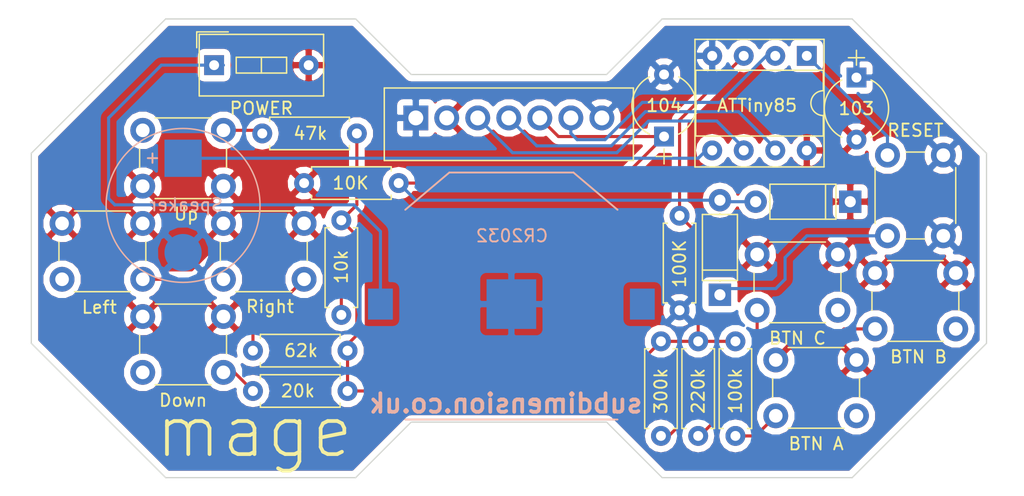
<source format=kicad_pcb>
(kicad_pcb (version 4) (host pcbnew 4.0.7)

  (general
    (links 63)
    (no_connects 9)
    (area 124.899999 39.899999 225.100001 125.350001)
    (thickness 1.6)
    (drawings 27)
    (tracks 88)
    (zones 0)
    (modules 26)
    (nets 18)
  )

  (page A4)
  (layers
    (0 F.Cu signal)
    (31 B.Cu signal)
    (32 B.Adhes user hide)
    (33 F.Adhes user hide)
    (34 B.Paste user hide)
    (35 F.Paste user hide)
    (36 B.SilkS user)
    (37 F.SilkS user)
    (38 B.Mask user hide)
    (39 F.Mask user hide)
    (40 Dwgs.User user hide)
    (41 Cmts.User user hide)
    (42 Eco1.User user hide)
    (43 Eco2.User user hide)
    (44 Edge.Cuts user)
    (45 Margin user hide)
    (46 B.CrtYd user hide)
    (47 F.CrtYd user hide)
    (48 B.Fab user hide)
    (49 F.Fab user hide)
  )

  (setup
    (last_trace_width 0.25)
    (trace_clearance 0.2)
    (zone_clearance 0.508)
    (zone_45_only yes)
    (trace_min 0.2)
    (segment_width 0.2)
    (edge_width 0.15)
    (via_size 0.6)
    (via_drill 0.4)
    (via_min_size 0.4)
    (via_min_drill 0.3)
    (uvia_size 0.3)
    (uvia_drill 0.1)
    (uvias_allowed no)
    (uvia_min_size 0.2)
    (uvia_min_drill 0.1)
    (pcb_text_width 0.3)
    (pcb_text_size 1.5 1.5)
    (mod_edge_width 0.15)
    (mod_text_size 1 1)
    (mod_text_width 0.15)
    (pad_size 1.524 1.524)
    (pad_drill 0.762)
    (pad_to_mask_clearance 0.2)
    (aux_axis_origin 0 0)
    (visible_elements 7FFFFFFF)
    (pcbplotparams
      (layerselection 0x00030_80000001)
      (usegerberextensions false)
      (excludeedgelayer true)
      (linewidth 0.100000)
      (plotframeref false)
      (viasonmask false)
      (mode 1)
      (useauxorigin false)
      (hpglpennumber 1)
      (hpglpenspeed 20)
      (hpglpendiameter 15)
      (hpglpenoverlay 2)
      (psnegative false)
      (psa4output false)
      (plotreference true)
      (plotvalue true)
      (plotinvisibletext false)
      (padsonsilk false)
      (subtractmaskfromsilk false)
      (outputformat 1)
      (mirror false)
      (drillshape 1)
      (scaleselection 1)
      (outputdirectory ""))
  )

  (net 0 "")
  (net 1 "Net-(BT1-Pad1)")
  (net 2 GND)
  (net 3 +3V3)
  (net 4 "Net-(C1-Pad1)")
  (net 5 "Net-(D0-Pad1)")
  (net 6 "Net-(LS1-Pad1)")
  (net 7 "Net-(R1-Pad1)")
  (net 8 "Net-(R1-Pad2)")
  (net 9 "Net-(R2-Pad2)")
  (net 10 "Net-(R3-Pad2)")
  (net 11 "Net-(R4-Pad2)")
  (net 12 "Net-(R5-Pad2)")
  (net 13 "Net-(R6-Pad2)")
  (net 14 "Net-(R7-Pad2)")
  (net 15 "Net-(U1-Pad2)")
  (net 16 "Net-(U1-Pad6)")
  (net 17 "Net-(U1-Pad7)")

  (net_class Default "This is the default net class."
    (clearance 0.2)
    (trace_width 0.25)
    (via_dia 0.6)
    (via_drill 0.4)
    (uvia_dia 0.3)
    (uvia_drill 0.1)
    (add_net +3V3)
    (add_net GND)
    (add_net "Net-(BT1-Pad1)")
    (add_net "Net-(C1-Pad1)")
    (add_net "Net-(D0-Pad1)")
    (add_net "Net-(LS1-Pad1)")
    (add_net "Net-(R1-Pad1)")
    (add_net "Net-(R1-Pad2)")
    (add_net "Net-(R2-Pad2)")
    (add_net "Net-(R3-Pad2)")
    (add_net "Net-(R4-Pad2)")
    (add_net "Net-(R5-Pad2)")
    (add_net "Net-(R6-Pad2)")
    (add_net "Net-(R7-Pad2)")
    (add_net "Net-(U1-Pad2)")
    (add_net "Net-(U1-Pad6)")
    (add_net "Net-(U1-Pad7)")
  )

  (module Buttons_Switches_THT:SW_PUSH_6mm_h5mm (layer F.Cu) (tedit 5B17E0AB) (tstamp 5B17C45B)
    (at 139 110.5)
    (descr "tactile push button, 6x6mm e.g. PHAP33xx series, height=5mm")
    (tags "tact sw push 6mm")
    (path /5ADF0194)
    (fp_text reference SW2 (at 3.25 2.5) (layer F.Fab) hide
      (effects (font (size 1 1) (thickness 0.15)))
    )
    (fp_text value Down (at 3.25 6.75) (layer F.SilkS)
      (effects (font (size 1 1) (thickness 0.15)))
    )
    (fp_text user %R (at 3.25 2.25) (layer F.Fab)
      (effects (font (size 1 1) (thickness 0.15)))
    )
    (fp_line (start 3.25 -0.75) (end 6.25 -0.75) (layer F.Fab) (width 0.1))
    (fp_line (start 6.25 -0.75) (end 6.25 5.25) (layer F.Fab) (width 0.1))
    (fp_line (start 6.25 5.25) (end 0.25 5.25) (layer F.Fab) (width 0.1))
    (fp_line (start 0.25 5.25) (end 0.25 -0.75) (layer F.Fab) (width 0.1))
    (fp_line (start 0.25 -0.75) (end 3.25 -0.75) (layer F.Fab) (width 0.1))
    (fp_line (start 7.75 6) (end 8 6) (layer F.CrtYd) (width 0.05))
    (fp_line (start 8 6) (end 8 5.75) (layer F.CrtYd) (width 0.05))
    (fp_line (start 7.75 -1.5) (end 8 -1.5) (layer F.CrtYd) (width 0.05))
    (fp_line (start 8 -1.5) (end 8 -1.25) (layer F.CrtYd) (width 0.05))
    (fp_line (start -1.5 -1.25) (end -1.5 -1.5) (layer F.CrtYd) (width 0.05))
    (fp_line (start -1.5 -1.5) (end -1.25 -1.5) (layer F.CrtYd) (width 0.05))
    (fp_line (start -1.5 5.75) (end -1.5 6) (layer F.CrtYd) (width 0.05))
    (fp_line (start -1.5 6) (end -1.25 6) (layer F.CrtYd) (width 0.05))
    (fp_line (start -1.25 -1.5) (end 7.75 -1.5) (layer F.CrtYd) (width 0.05))
    (fp_line (start -1.5 5.75) (end -1.5 -1.25) (layer F.CrtYd) (width 0.05))
    (fp_line (start 7.75 6) (end -1.25 6) (layer F.CrtYd) (width 0.05))
    (fp_line (start 8 -1.25) (end 8 5.75) (layer F.CrtYd) (width 0.05))
    (fp_line (start 1 5.5) (end 5.5 5.5) (layer F.SilkS) (width 0.12))
    (fp_line (start -0.25 1.5) (end -0.25 3) (layer F.SilkS) (width 0.12))
    (fp_line (start 5.5 -1) (end 1 -1) (layer F.SilkS) (width 0.12))
    (fp_line (start 6.75 3) (end 6.75 1.5) (layer F.SilkS) (width 0.12))
    (fp_circle (center 3.25 2.25) (end 1.25 2.5) (layer F.Fab) (width 0.1))
    (pad 2 thru_hole circle (at 0 4.5 90) (size 2 2) (drill 1.1) (layers *.Cu *.Mask)
      (net 9 "Net-(R2-Pad2)"))
    (pad 1 thru_hole circle (at 0 0 90) (size 2 2) (drill 1.1) (layers *.Cu *.Mask)
      (net 3 +3V3))
    (pad 2 thru_hole circle (at 6.5 4.5 90) (size 2 2) (drill 1.1) (layers *.Cu *.Mask)
      (net 9 "Net-(R2-Pad2)"))
    (pad 1 thru_hole circle (at 6.5 0 90) (size 2 2) (drill 1.1) (layers *.Cu *.Mask)
      (net 3 +3V3))
    (model ${KISYS3DMOD}/Buttons_Switches_THT.3dshapes/SW_PUSH_6mm_h5mm.wrl
      (at (xyz 0.005 0 0))
      (scale (xyz 0.3937 0.3937 0.3937))
      (rotate (xyz 0 0 0))
    )
  )

  (module Diodes_THT:D_A-405_P7.62mm_Horizontal (layer F.Cu) (tedit 5B17CD20) (tstamp 5B17C401)
    (at 185.5 108.75 90)
    (descr "D, A-405 series, Axial, Horizontal, pin pitch=7.62mm, , length*diameter=5.2*2.7mm^2, , http://www.diodes.com/_files/packages/A-405.pdf")
    (tags "D A-405 series Axial Horizontal pin pitch 7.62mm  length 5.2mm diameter 2.7mm")
    (path /5ADF1ECD)
    (fp_text reference D0 (at 4.25 0 90) (layer F.Fab) hide
      (effects (font (size 1 1) (thickness 0.15)))
    )
    (fp_text value D_ALT (at 4.25 0 90) (layer F.Fab) hide
      (effects (font (size 1 1) (thickness 0.15)))
    )
    (fp_text user %R (at 3.81 0 90) (layer F.Fab)
      (effects (font (size 1 1) (thickness 0.15)))
    )
    (fp_line (start 1.21 -1.35) (end 1.21 1.35) (layer F.Fab) (width 0.1))
    (fp_line (start 1.21 1.35) (end 6.41 1.35) (layer F.Fab) (width 0.1))
    (fp_line (start 6.41 1.35) (end 6.41 -1.35) (layer F.Fab) (width 0.1))
    (fp_line (start 6.41 -1.35) (end 1.21 -1.35) (layer F.Fab) (width 0.1))
    (fp_line (start 0 0) (end 1.21 0) (layer F.Fab) (width 0.1))
    (fp_line (start 7.62 0) (end 6.41 0) (layer F.Fab) (width 0.1))
    (fp_line (start 1.99 -1.35) (end 1.99 1.35) (layer F.Fab) (width 0.1))
    (fp_line (start 1.15 -1.41) (end 1.15 1.41) (layer F.SilkS) (width 0.12))
    (fp_line (start 1.15 1.41) (end 6.47 1.41) (layer F.SilkS) (width 0.12))
    (fp_line (start 6.47 1.41) (end 6.47 -1.41) (layer F.SilkS) (width 0.12))
    (fp_line (start 6.47 -1.41) (end 1.15 -1.41) (layer F.SilkS) (width 0.12))
    (fp_line (start 1.08 0) (end 1.15 0) (layer F.SilkS) (width 0.12))
    (fp_line (start 6.54 0) (end 6.47 0) (layer F.SilkS) (width 0.12))
    (fp_line (start 1.99 -1.41) (end 1.99 1.41) (layer F.SilkS) (width 0.12))
    (fp_line (start -1.15 -1.7) (end -1.15 1.7) (layer F.CrtYd) (width 0.05))
    (fp_line (start -1.15 1.7) (end 8.8 1.7) (layer F.CrtYd) (width 0.05))
    (fp_line (start 8.8 1.7) (end 8.8 -1.7) (layer F.CrtYd) (width 0.05))
    (fp_line (start 8.8 -1.7) (end -1.15 -1.7) (layer F.CrtYd) (width 0.05))
    (pad 1 thru_hole rect (at 0 0 90) (size 1.8 1.8) (drill 0.9) (layers *.Cu *.Mask)
      (net 5 "Net-(D0-Pad1)"))
    (pad 2 thru_hole oval (at 7.62 0 90) (size 1.8 1.8) (drill 0.9) (layers *.Cu *.Mask)
      (net 4 "Net-(C1-Pad1)"))
    (model ${KISYS3DMOD}/Diodes_THT.3dshapes/D_A-405_P7.62mm_Horizontal.wrl
      (at (xyz 0 0 0))
      (scale (xyz 0.393701 0.393701 0.393701))
      (rotate (xyz 0 0 0))
    )
  )

  (module Connectors:Wafer_Vertical20x5.8x7RM2.5-7 (layer F.Cu) (tedit 5B17D105) (tstamp 5B17C4A0)
    (at 161 94.5)
    (descr "Gold-Tek vertical wafer connector with 2.5mm pitch")
    (tags "wafer connector vertical")
    (path /5ADEF917)
    (fp_text reference U2 (at 7.5 -2.25) (layer F.Fab) hide
      (effects (font (size 1 1) (thickness 0.15)))
    )
    (fp_text value SSD1306_OLED (at 7.5 2.5) (layer F.Fab) hide
      (effects (font (size 1 1) (thickness 0.15)))
    )
    (fp_line (start -2.75 -2.75) (end 17.75 -2.75) (layer F.CrtYd) (width 0.05))
    (fp_line (start 17.75 -2.75) (end 17.75 3.8) (layer F.CrtYd) (width 0.05))
    (fp_line (start 17.75 3.8) (end -2.75 3.8) (layer F.CrtYd) (width 0.05))
    (fp_line (start -2.75 3.8) (end -2.75 -2.75) (layer F.CrtYd) (width 0.05))
    (fp_line (start -2.54 -2.41) (end -2.54 3.43) (layer F.SilkS) (width 0.12))
    (fp_line (start -2.54 3.43) (end 17.53 3.43) (layer F.SilkS) (width 0.12))
    (fp_line (start 17.53 3.43) (end 17.53 -2.41) (layer F.SilkS) (width 0.12))
    (fp_line (start 17.53 -2.41) (end -2.54 -2.41) (layer F.SilkS) (width 0.12))
    (pad 1 thru_hole rect (at 0 0) (size 2 2) (drill 1.2) (layers *.Cu *.Mask)
      (net 2 GND))
    (pad 2 thru_hole circle (at 2.49 0) (size 2 2) (drill 1.2) (layers *.Cu *.Mask)
      (net 3 +3V3))
    (pad 3 thru_hole circle (at 4.99 0) (size 2 2) (drill 1.2) (layers *.Cu *.Mask)
      (net 16 "Net-(U1-Pad6)"))
    (pad 4 thru_hole circle (at 7.49 0) (size 2 2) (drill 1.2) (layers *.Cu *.Mask)
      (net 17 "Net-(U1-Pad7)"))
    (pad 5 thru_hole circle (at 9.99 0) (size 2 2) (drill 1.2) (layers *.Cu *.Mask)
      (net 4 "Net-(C1-Pad1)"))
    (pad 6 thru_hole circle (at 12.49 0) (size 2 2) (drill 1.2) (layers *.Cu *.Mask)
      (net 15 "Net-(U1-Pad2)"))
    (pad 7 thru_hole circle (at 14.99 0) (size 2 2) (drill 1.2) (layers *.Cu *.Mask)
      (net 2 GND))
    (model ${KISYS3DMOD}/Connectors.3dshapes/Wafer_Vertical20x5.8x7RM2.5-7.wrl
      (at (xyz 0 0 0))
      (scale (xyz 4 4 4))
      (rotate (xyz 0 0 0))
    )
  )

  (module Capacitors_THT:CP_Radial_Tantal_D5.0mm_P5.00mm (layer F.Cu) (tedit 5B17EFBA) (tstamp 5B17C3F5)
    (at 196.5 91.25 270)
    (descr "CP, Radial_Tantal series, Radial, pin pitch=5.00mm, , diameter=5.0mm, Tantal Electrolytic Capacitor, http://cdn-reichelt.de/documents/datenblatt/B300/TANTAL-TB-Serie%23.pdf")
    (tags "CP Radial_Tantal series Radial pin pitch 5.00mm  diameter 5.0mm Tantal Electrolytic Capacitor")
    (path /5ADF20D8)
    (fp_text reference C0 (at 2.5 0 270) (layer F.Fab) hide
      (effects (font (size 1 1) (thickness 0.15)))
    )
    (fp_text value 103 (at 2.5 0 360) (layer F.SilkS)
      (effects (font (size 1 1) (thickness 0.15)))
    )
    (fp_arc (start 2.5 0) (end 0.19442 -1.18) (angle 125.8) (layer F.SilkS) (width 0.12))
    (fp_arc (start 2.5 0) (end 0.19442 1.18) (angle -125.8) (layer F.SilkS) (width 0.12))
    (fp_circle (center 2.5 0) (end 5 0) (layer F.Fab) (width 0.1))
    (fp_line (start -2.2 0) (end -1 0) (layer F.Fab) (width 0.1))
    (fp_line (start -1.6 -0.65) (end -1.6 0.65) (layer F.Fab) (width 0.1))
    (fp_line (start -2.2 0) (end -1 0) (layer F.SilkS) (width 0.12))
    (fp_line (start -1.6 -0.65) (end -1.6 0.65) (layer F.SilkS) (width 0.12))
    (fp_line (start -1.05 -2.85) (end -1.05 2.85) (layer F.CrtYd) (width 0.05))
    (fp_line (start -1.05 2.85) (end 6.05 2.85) (layer F.CrtYd) (width 0.05))
    (fp_line (start 6.05 2.85) (end 6.05 -2.85) (layer F.CrtYd) (width 0.05))
    (fp_line (start 6.05 -2.85) (end -1.05 -2.85) (layer F.CrtYd) (width 0.05))
    (fp_text user %R (at 2.5 0 270) (layer F.Fab)
      (effects (font (size 1 1) (thickness 0.15)))
    )
    (pad 1 thru_hole rect (at 0 0 270) (size 1.6 1.6) (drill 0.8) (layers *.Cu *.Mask)
      (net 2 GND))
    (pad 2 thru_hole circle (at 5 0 270) (size 1.6 1.6) (drill 0.8) (layers *.Cu *.Mask)
      (net 3 +3V3))
    (model ${KISYS3DMOD}/Capacitors_THT.3dshapes/CP_Radial_Tantal_D5.0mm_P5.00mm.wrl
      (at (xyz 0 0 0))
      (scale (xyz 1 1 1))
      (rotate (xyz 0 0 0))
    )
  )

  (module Capacitors_THT:CP_Radial_Tantal_D5.0mm_P5.00mm (layer F.Cu) (tedit 5B17EFCB) (tstamp 5B17C3FB)
    (at 181 96 90)
    (descr "CP, Radial_Tantal series, Radial, pin pitch=5.00mm, , diameter=5.0mm, Tantal Electrolytic Capacitor, http://cdn-reichelt.de/documents/datenblatt/B300/TANTAL-TB-Serie%23.pdf")
    (tags "CP Radial_Tantal series Radial pin pitch 5.00mm  diameter 5.0mm Tantal Electrolytic Capacitor")
    (path /5ADEFBB3)
    (fp_text reference C1 (at 2.75 0 90) (layer F.Fab) hide
      (effects (font (size 1 1) (thickness 0.15)))
    )
    (fp_text value 104 (at 2.5 0 180) (layer F.SilkS)
      (effects (font (size 1 1) (thickness 0.15)))
    )
    (fp_arc (start 2.5 0) (end 0.19442 -1.18) (angle 125.8) (layer F.SilkS) (width 0.12))
    (fp_arc (start 2.5 0) (end 0.19442 1.18) (angle -125.8) (layer F.SilkS) (width 0.12))
    (fp_circle (center 2.5 0) (end 5 0) (layer F.Fab) (width 0.1))
    (fp_line (start -2.2 0) (end -1 0) (layer F.Fab) (width 0.1))
    (fp_line (start -1.6 -0.65) (end -1.6 0.65) (layer F.Fab) (width 0.1))
    (fp_line (start -2.2 0) (end -1 0) (layer F.SilkS) (width 0.12))
    (fp_line (start -1.6 -0.65) (end -1.6 0.65) (layer F.SilkS) (width 0.12))
    (fp_line (start -1.05 -2.85) (end -1.05 2.85) (layer F.CrtYd) (width 0.05))
    (fp_line (start -1.05 2.85) (end 6.05 2.85) (layer F.CrtYd) (width 0.05))
    (fp_line (start 6.05 2.85) (end 6.05 -2.85) (layer F.CrtYd) (width 0.05))
    (fp_line (start 6.05 -2.85) (end -1.05 -2.85) (layer F.CrtYd) (width 0.05))
    (fp_text user %R (at 2.5 0 90) (layer F.Fab)
      (effects (font (size 1 1) (thickness 0.15)))
    )
    (pad 1 thru_hole rect (at 0 0 90) (size 1.6 1.6) (drill 0.8) (layers *.Cu *.Mask)
      (net 4 "Net-(C1-Pad1)"))
    (pad 2 thru_hole circle (at 5 0 90) (size 1.6 1.6) (drill 0.8) (layers *.Cu *.Mask)
      (net 2 GND))
    (model ${KISYS3DMOD}/Capacitors_THT.3dshapes/CP_Radial_Tantal_D5.0mm_P5.00mm.wrl
      (at (xyz 0 0 0))
      (scale (xyz 1 1 1))
      (rotate (xyz 0 0 0))
    )
  )

  (module Diodes_THT:D_A-405_P7.62mm_Horizontal (layer F.Cu) (tedit 5B17CD0A) (tstamp 5B17C407)
    (at 196 101.25 180)
    (descr "D, A-405 series, Axial, Horizontal, pin pitch=7.62mm, , length*diameter=5.2*2.7mm^2, , http://www.diodes.com/_files/packages/A-405.pdf")
    (tags "D A-405 series Axial Horizontal pin pitch 7.62mm  length 5.2mm diameter 2.7mm")
    (path /5ADEFD9E)
    (fp_text reference D1 (at 4 0 180) (layer F.Fab) hide
      (effects (font (size 1 1) (thickness 0.15)))
    )
    (fp_text value D_ALT (at 4 0.25 180) (layer F.Fab) hide
      (effects (font (size 1 1) (thickness 0.15)))
    )
    (fp_text user %R (at 3.81 0 180) (layer F.Fab)
      (effects (font (size 1 1) (thickness 0.15)))
    )
    (fp_line (start 1.21 -1.35) (end 1.21 1.35) (layer F.Fab) (width 0.1))
    (fp_line (start 1.21 1.35) (end 6.41 1.35) (layer F.Fab) (width 0.1))
    (fp_line (start 6.41 1.35) (end 6.41 -1.35) (layer F.Fab) (width 0.1))
    (fp_line (start 6.41 -1.35) (end 1.21 -1.35) (layer F.Fab) (width 0.1))
    (fp_line (start 0 0) (end 1.21 0) (layer F.Fab) (width 0.1))
    (fp_line (start 7.62 0) (end 6.41 0) (layer F.Fab) (width 0.1))
    (fp_line (start 1.99 -1.35) (end 1.99 1.35) (layer F.Fab) (width 0.1))
    (fp_line (start 1.15 -1.41) (end 1.15 1.41) (layer F.SilkS) (width 0.12))
    (fp_line (start 1.15 1.41) (end 6.47 1.41) (layer F.SilkS) (width 0.12))
    (fp_line (start 6.47 1.41) (end 6.47 -1.41) (layer F.SilkS) (width 0.12))
    (fp_line (start 6.47 -1.41) (end 1.15 -1.41) (layer F.SilkS) (width 0.12))
    (fp_line (start 1.08 0) (end 1.15 0) (layer F.SilkS) (width 0.12))
    (fp_line (start 6.54 0) (end 6.47 0) (layer F.SilkS) (width 0.12))
    (fp_line (start 1.99 -1.41) (end 1.99 1.41) (layer F.SilkS) (width 0.12))
    (fp_line (start -1.15 -1.7) (end -1.15 1.7) (layer F.CrtYd) (width 0.05))
    (fp_line (start -1.15 1.7) (end 8.8 1.7) (layer F.CrtYd) (width 0.05))
    (fp_line (start 8.8 1.7) (end 8.8 -1.7) (layer F.CrtYd) (width 0.05))
    (fp_line (start 8.8 -1.7) (end -1.15 -1.7) (layer F.CrtYd) (width 0.05))
    (pad 1 thru_hole rect (at 0 0 180) (size 1.8 1.8) (drill 0.9) (layers *.Cu *.Mask)
      (net 3 +3V3))
    (pad 2 thru_hole oval (at 7.62 0 180) (size 1.8 1.8) (drill 0.9) (layers *.Cu *.Mask)
      (net 4 "Net-(C1-Pad1)"))
    (model ${KISYS3DMOD}/Diodes_THT.3dshapes/D_A-405_P7.62mm_Horizontal.wrl
      (at (xyz 0 0 0))
      (scale (xyz 0.393701 0.393701 0.393701))
      (rotate (xyz 0 0 0))
    )
  )

  (module "Custom Footprints:Generic_Speaker" (layer B.Cu) (tedit 5B17D096) (tstamp 5B17C40D)
    (at 142.25 97.75 270)
    (descr "Generic Buzzer, D15mm height 7.5mm with RM7.6mm")
    (tags buzzer)
    (path /5ADEFA7E)
    (fp_text reference LS1 (at 5 0 360) (layer B.Fab) hide
      (effects (font (size 1 1) (thickness 0.15)) (justify mirror))
    )
    (fp_text value Speaker (at 3.75 -0.25 360) (layer B.SilkS)
      (effects (font (size 1 1) (thickness 0.15)) (justify mirror))
    )
    (fp_text user + (at -0.01 2.54 270) (layer B.Fab)
      (effects (font (size 1 1) (thickness 0.15)) (justify mirror))
    )
    (fp_text user + (at -0.01 2.54 270) (layer B.SilkS)
      (effects (font (size 1 1) (thickness 0.15)) (justify mirror))
    )
    (fp_text user %R (at 3.8 4 270) (layer B.Fab)
      (effects (font (size 1 1) (thickness 0.15)) (justify mirror))
    )
    (fp_circle (center 3.8 0) (end 10.4 0) (layer B.CrtYd) (width 0.05))
    (fp_circle (center 3.8 0) (end 10.2 0) (layer B.Fab) (width 0.1))
    (fp_circle (center 3.8 0) (end 4.8 0) (layer B.Fab) (width 0.1))
    (fp_circle (center 3.8 0) (end 10 0) (layer B.SilkS) (width 0.12))
    (pad 1 smd rect (at 0 0 270) (size 3 3) (layers B.Cu B.Paste B.Mask)
      (net 6 "Net-(LS1-Pad1)"))
    (pad 2 smd circle (at 7.6 0 270) (size 3 3) (layers B.Cu B.Paste B.Mask)
      (net 2 GND))
    (model ${KISYS3DMOD}/Buzzers_Beepers.3dshapes/Buzzer_15x7.5RM7.6.wrl
      (at (xyz 0 0 0))
      (scale (xyz 1 1 1))
      (rotate (xyz 0 0 0))
    )
  )

  (module Buttons_Switches_THT:SW_PUSH_6mm_h5mm (layer F.Cu) (tedit 5B17EF97) (tstamp 5B17C44B)
    (at 203.5 97.5 270)
    (descr "tactile push button, 6x6mm e.g. PHAP33xx series, height=5mm")
    (tags "tact sw push 6mm")
    (path /5ADF1FBC)
    (fp_text reference SW0 (at 3.25 2.25 270) (layer F.Fab) hide
      (effects (font (size 1 1) (thickness 0.15)))
    )
    (fp_text value RESET (at -2 2.25 360) (layer F.SilkS)
      (effects (font (size 1 1) (thickness 0.15)))
    )
    (fp_text user %R (at 3.25 2.25 270) (layer F.Fab)
      (effects (font (size 1 1) (thickness 0.15)))
    )
    (fp_line (start 3.25 -0.75) (end 6.25 -0.75) (layer F.Fab) (width 0.1))
    (fp_line (start 6.25 -0.75) (end 6.25 5.25) (layer F.Fab) (width 0.1))
    (fp_line (start 6.25 5.25) (end 0.25 5.25) (layer F.Fab) (width 0.1))
    (fp_line (start 0.25 5.25) (end 0.25 -0.75) (layer F.Fab) (width 0.1))
    (fp_line (start 0.25 -0.75) (end 3.25 -0.75) (layer F.Fab) (width 0.1))
    (fp_line (start 7.75 6) (end 8 6) (layer F.CrtYd) (width 0.05))
    (fp_line (start 8 6) (end 8 5.75) (layer F.CrtYd) (width 0.05))
    (fp_line (start 7.75 -1.5) (end 8 -1.5) (layer F.CrtYd) (width 0.05))
    (fp_line (start 8 -1.5) (end 8 -1.25) (layer F.CrtYd) (width 0.05))
    (fp_line (start -1.5 -1.25) (end -1.5 -1.5) (layer F.CrtYd) (width 0.05))
    (fp_line (start -1.5 -1.5) (end -1.25 -1.5) (layer F.CrtYd) (width 0.05))
    (fp_line (start -1.5 5.75) (end -1.5 6) (layer F.CrtYd) (width 0.05))
    (fp_line (start -1.5 6) (end -1.25 6) (layer F.CrtYd) (width 0.05))
    (fp_line (start -1.25 -1.5) (end 7.75 -1.5) (layer F.CrtYd) (width 0.05))
    (fp_line (start -1.5 5.75) (end -1.5 -1.25) (layer F.CrtYd) (width 0.05))
    (fp_line (start 7.75 6) (end -1.25 6) (layer F.CrtYd) (width 0.05))
    (fp_line (start 8 -1.25) (end 8 5.75) (layer F.CrtYd) (width 0.05))
    (fp_line (start 1 5.5) (end 5.5 5.5) (layer F.SilkS) (width 0.12))
    (fp_line (start -0.25 1.5) (end -0.25 3) (layer F.SilkS) (width 0.12))
    (fp_line (start 5.5 -1) (end 1 -1) (layer F.SilkS) (width 0.12))
    (fp_line (start 6.75 3) (end 6.75 1.5) (layer F.SilkS) (width 0.12))
    (fp_circle (center 3.25 2.25) (end 1.25 2.5) (layer F.Fab) (width 0.1))
    (pad 2 thru_hole circle (at 0 4.5) (size 2 2) (drill 1.1) (layers *.Cu *.Mask)
      (net 5 "Net-(D0-Pad1)"))
    (pad 1 thru_hole circle (at 0 0) (size 2 2) (drill 1.1) (layers *.Cu *.Mask)
      (net 2 GND))
    (pad 2 thru_hole circle (at 6.5 4.5) (size 2 2) (drill 1.1) (layers *.Cu *.Mask)
      (net 5 "Net-(D0-Pad1)"))
    (pad 1 thru_hole circle (at 6.5 0) (size 2 2) (drill 1.1) (layers *.Cu *.Mask)
      (net 2 GND))
    (model ${KISYS3DMOD}/Buttons_Switches_THT.3dshapes/SW_PUSH_6mm_h5mm.wrl
      (at (xyz 0.005 0 0))
      (scale (xyz 0.3937 0.3937 0.3937))
      (rotate (xyz 0 0 0))
    )
  )

  (module Buttons_Switches_THT:SW_PUSH_6mm_h5mm (layer F.Cu) (tedit 5B17E09E) (tstamp 5B17C453)
    (at 145.5 100 180)
    (descr "tactile push button, 6x6mm e.g. PHAP33xx series, height=5mm")
    (tags "tact sw push 6mm")
    (path /5ADF012F)
    (fp_text reference SW1 (at 3.25 2 180) (layer F.Fab) hide
      (effects (font (size 1 1) (thickness 0.15)))
    )
    (fp_text value Up (at 3 -2.25 180) (layer F.SilkS)
      (effects (font (size 1 1) (thickness 0.15)))
    )
    (fp_text user %R (at 3.25 2.25 180) (layer F.Fab)
      (effects (font (size 1 1) (thickness 0.15)))
    )
    (fp_line (start 3.25 -0.75) (end 6.25 -0.75) (layer F.Fab) (width 0.1))
    (fp_line (start 6.25 -0.75) (end 6.25 5.25) (layer F.Fab) (width 0.1))
    (fp_line (start 6.25 5.25) (end 0.25 5.25) (layer F.Fab) (width 0.1))
    (fp_line (start 0.25 5.25) (end 0.25 -0.75) (layer F.Fab) (width 0.1))
    (fp_line (start 0.25 -0.75) (end 3.25 -0.75) (layer F.Fab) (width 0.1))
    (fp_line (start 7.75 6) (end 8 6) (layer F.CrtYd) (width 0.05))
    (fp_line (start 8 6) (end 8 5.75) (layer F.CrtYd) (width 0.05))
    (fp_line (start 7.75 -1.5) (end 8 -1.5) (layer F.CrtYd) (width 0.05))
    (fp_line (start 8 -1.5) (end 8 -1.25) (layer F.CrtYd) (width 0.05))
    (fp_line (start -1.5 -1.25) (end -1.5 -1.5) (layer F.CrtYd) (width 0.05))
    (fp_line (start -1.5 -1.5) (end -1.25 -1.5) (layer F.CrtYd) (width 0.05))
    (fp_line (start -1.5 5.75) (end -1.5 6) (layer F.CrtYd) (width 0.05))
    (fp_line (start -1.5 6) (end -1.25 6) (layer F.CrtYd) (width 0.05))
    (fp_line (start -1.25 -1.5) (end 7.75 -1.5) (layer F.CrtYd) (width 0.05))
    (fp_line (start -1.5 5.75) (end -1.5 -1.25) (layer F.CrtYd) (width 0.05))
    (fp_line (start 7.75 6) (end -1.25 6) (layer F.CrtYd) (width 0.05))
    (fp_line (start 8 -1.25) (end 8 5.75) (layer F.CrtYd) (width 0.05))
    (fp_line (start 1 5.5) (end 5.5 5.5) (layer F.SilkS) (width 0.12))
    (fp_line (start -0.25 1.5) (end -0.25 3) (layer F.SilkS) (width 0.12))
    (fp_line (start 5.5 -1) (end 1 -1) (layer F.SilkS) (width 0.12))
    (fp_line (start 6.75 3) (end 6.75 1.5) (layer F.SilkS) (width 0.12))
    (fp_circle (center 3.25 2.25) (end 1.25 2.5) (layer F.Fab) (width 0.1))
    (pad 2 thru_hole circle (at 0 4.5 270) (size 2 2) (drill 1.1) (layers *.Cu *.Mask)
      (net 8 "Net-(R1-Pad2)"))
    (pad 1 thru_hole circle (at 0 0 270) (size 2 2) (drill 1.1) (layers *.Cu *.Mask)
      (net 3 +3V3))
    (pad 2 thru_hole circle (at 6.5 4.5 270) (size 2 2) (drill 1.1) (layers *.Cu *.Mask)
      (net 8 "Net-(R1-Pad2)"))
    (pad 1 thru_hole circle (at 6.5 0 270) (size 2 2) (drill 1.1) (layers *.Cu *.Mask)
      (net 3 +3V3))
    (model ${KISYS3DMOD}/Buttons_Switches_THT.3dshapes/SW_PUSH_6mm_h5mm.wrl
      (at (xyz 0.005 0 0))
      (scale (xyz 0.3937 0.3937 0.3937))
      (rotate (xyz 0 0 0))
    )
  )

  (module Buttons_Switches_THT:SW_PUSH_6mm_h5mm (layer F.Cu) (tedit 5B17E093) (tstamp 5B17C463)
    (at 132.5 103)
    (descr "tactile push button, 6x6mm e.g. PHAP33xx series, height=5mm")
    (tags "tact sw push 6mm")
    (path /5ADF01EB)
    (fp_text reference SW3 (at 3.5 2.25) (layer F.Fab) hide
      (effects (font (size 1 1) (thickness 0.15)))
    )
    (fp_text value Left (at 3 6.75) (layer F.SilkS)
      (effects (font (size 1 1) (thickness 0.15)))
    )
    (fp_text user %R (at 3.25 2.25) (layer F.Fab)
      (effects (font (size 1 1) (thickness 0.15)))
    )
    (fp_line (start 3.25 -0.75) (end 6.25 -0.75) (layer F.Fab) (width 0.1))
    (fp_line (start 6.25 -0.75) (end 6.25 5.25) (layer F.Fab) (width 0.1))
    (fp_line (start 6.25 5.25) (end 0.25 5.25) (layer F.Fab) (width 0.1))
    (fp_line (start 0.25 5.25) (end 0.25 -0.75) (layer F.Fab) (width 0.1))
    (fp_line (start 0.25 -0.75) (end 3.25 -0.75) (layer F.Fab) (width 0.1))
    (fp_line (start 7.75 6) (end 8 6) (layer F.CrtYd) (width 0.05))
    (fp_line (start 8 6) (end 8 5.75) (layer F.CrtYd) (width 0.05))
    (fp_line (start 7.75 -1.5) (end 8 -1.5) (layer F.CrtYd) (width 0.05))
    (fp_line (start 8 -1.5) (end 8 -1.25) (layer F.CrtYd) (width 0.05))
    (fp_line (start -1.5 -1.25) (end -1.5 -1.5) (layer F.CrtYd) (width 0.05))
    (fp_line (start -1.5 -1.5) (end -1.25 -1.5) (layer F.CrtYd) (width 0.05))
    (fp_line (start -1.5 5.75) (end -1.5 6) (layer F.CrtYd) (width 0.05))
    (fp_line (start -1.5 6) (end -1.25 6) (layer F.CrtYd) (width 0.05))
    (fp_line (start -1.25 -1.5) (end 7.75 -1.5) (layer F.CrtYd) (width 0.05))
    (fp_line (start -1.5 5.75) (end -1.5 -1.25) (layer F.CrtYd) (width 0.05))
    (fp_line (start 7.75 6) (end -1.25 6) (layer F.CrtYd) (width 0.05))
    (fp_line (start 8 -1.25) (end 8 5.75) (layer F.CrtYd) (width 0.05))
    (fp_line (start 1 5.5) (end 5.5 5.5) (layer F.SilkS) (width 0.12))
    (fp_line (start -0.25 1.5) (end -0.25 3) (layer F.SilkS) (width 0.12))
    (fp_line (start 5.5 -1) (end 1 -1) (layer F.SilkS) (width 0.12))
    (fp_line (start 6.75 3) (end 6.75 1.5) (layer F.SilkS) (width 0.12))
    (fp_circle (center 3.25 2.25) (end 1.25 2.5) (layer F.Fab) (width 0.1))
    (pad 2 thru_hole circle (at 0 4.5 90) (size 2 2) (drill 1.1) (layers *.Cu *.Mask)
      (net 10 "Net-(R3-Pad2)"))
    (pad 1 thru_hole circle (at 0 0 90) (size 2 2) (drill 1.1) (layers *.Cu *.Mask)
      (net 3 +3V3))
    (pad 2 thru_hole circle (at 6.5 4.5 90) (size 2 2) (drill 1.1) (layers *.Cu *.Mask)
      (net 10 "Net-(R3-Pad2)"))
    (pad 1 thru_hole circle (at 6.5 0 90) (size 2 2) (drill 1.1) (layers *.Cu *.Mask)
      (net 3 +3V3))
    (model ${KISYS3DMOD}/Buttons_Switches_THT.3dshapes/SW_PUSH_6mm_h5mm.wrl
      (at (xyz 0.005 0 0))
      (scale (xyz 0.3937 0.3937 0.3937))
      (rotate (xyz 0 0 0))
    )
  )

  (module Buttons_Switches_THT:SW_PUSH_6mm_h5mm (layer F.Cu) (tedit 5B17E0A3) (tstamp 5B17C46B)
    (at 145.5 103)
    (descr "tactile push button, 6x6mm e.g. PHAP33xx series, height=5mm")
    (tags "tact sw push 6mm")
    (path /5ADF0255)
    (fp_text reference SW4 (at 3.25 2.25) (layer F.Fab) hide
      (effects (font (size 1 1) (thickness 0.15)))
    )
    (fp_text value Right (at 3.75 6.7) (layer F.SilkS)
      (effects (font (size 1 1) (thickness 0.15)))
    )
    (fp_text user %R (at 3.25 2.25) (layer F.Fab)
      (effects (font (size 1 1) (thickness 0.15)))
    )
    (fp_line (start 3.25 -0.75) (end 6.25 -0.75) (layer F.Fab) (width 0.1))
    (fp_line (start 6.25 -0.75) (end 6.25 5.25) (layer F.Fab) (width 0.1))
    (fp_line (start 6.25 5.25) (end 0.25 5.25) (layer F.Fab) (width 0.1))
    (fp_line (start 0.25 5.25) (end 0.25 -0.75) (layer F.Fab) (width 0.1))
    (fp_line (start 0.25 -0.75) (end 3.25 -0.75) (layer F.Fab) (width 0.1))
    (fp_line (start 7.75 6) (end 8 6) (layer F.CrtYd) (width 0.05))
    (fp_line (start 8 6) (end 8 5.75) (layer F.CrtYd) (width 0.05))
    (fp_line (start 7.75 -1.5) (end 8 -1.5) (layer F.CrtYd) (width 0.05))
    (fp_line (start 8 -1.5) (end 8 -1.25) (layer F.CrtYd) (width 0.05))
    (fp_line (start -1.5 -1.25) (end -1.5 -1.5) (layer F.CrtYd) (width 0.05))
    (fp_line (start -1.5 -1.5) (end -1.25 -1.5) (layer F.CrtYd) (width 0.05))
    (fp_line (start -1.5 5.75) (end -1.5 6) (layer F.CrtYd) (width 0.05))
    (fp_line (start -1.5 6) (end -1.25 6) (layer F.CrtYd) (width 0.05))
    (fp_line (start -1.25 -1.5) (end 7.75 -1.5) (layer F.CrtYd) (width 0.05))
    (fp_line (start -1.5 5.75) (end -1.5 -1.25) (layer F.CrtYd) (width 0.05))
    (fp_line (start 7.75 6) (end -1.25 6) (layer F.CrtYd) (width 0.05))
    (fp_line (start 8 -1.25) (end 8 5.75) (layer F.CrtYd) (width 0.05))
    (fp_line (start 1 5.5) (end 5.5 5.5) (layer F.SilkS) (width 0.12))
    (fp_line (start -0.25 1.5) (end -0.25 3) (layer F.SilkS) (width 0.12))
    (fp_line (start 5.5 -1) (end 1 -1) (layer F.SilkS) (width 0.12))
    (fp_line (start 6.75 3) (end 6.75 1.5) (layer F.SilkS) (width 0.12))
    (fp_circle (center 3.25 2.25) (end 1.25 2.5) (layer F.Fab) (width 0.1))
    (pad 2 thru_hole circle (at 0 4.5 90) (size 2 2) (drill 1.1) (layers *.Cu *.Mask)
      (net 11 "Net-(R4-Pad2)"))
    (pad 1 thru_hole circle (at 0 0 90) (size 2 2) (drill 1.1) (layers *.Cu *.Mask)
      (net 3 +3V3))
    (pad 2 thru_hole circle (at 6.5 4.5 90) (size 2 2) (drill 1.1) (layers *.Cu *.Mask)
      (net 11 "Net-(R4-Pad2)"))
    (pad 1 thru_hole circle (at 6.5 0 90) (size 2 2) (drill 1.1) (layers *.Cu *.Mask)
      (net 3 +3V3))
    (model ${KISYS3DMOD}/Buttons_Switches_THT.3dshapes/SW_PUSH_6mm_h5mm.wrl
      (at (xyz 0.005 0 0))
      (scale (xyz 0.3937 0.3937 0.3937))
      (rotate (xyz 0 0 0))
    )
  )

  (module Buttons_Switches_THT:SW_PUSH_6mm_h5mm (layer F.Cu) (tedit 5B17CD41) (tstamp 5B17C473)
    (at 190 114)
    (descr "tactile push button, 6x6mm e.g. PHAP33xx series, height=5mm")
    (tags "tact sw push 6mm")
    (path /5ADF02A9)
    (fp_text reference SW5 (at 3.25 2.25) (layer F.Fab) hide
      (effects (font (size 1 1) (thickness 0.15)))
    )
    (fp_text value "BTN A" (at 3.25 6.75) (layer F.SilkS)
      (effects (font (size 1 1) (thickness 0.15)))
    )
    (fp_text user %R (at 3.25 2.25) (layer F.Fab)
      (effects (font (size 1 1) (thickness 0.15)))
    )
    (fp_line (start 3.25 -0.75) (end 6.25 -0.75) (layer F.Fab) (width 0.1))
    (fp_line (start 6.25 -0.75) (end 6.25 5.25) (layer F.Fab) (width 0.1))
    (fp_line (start 6.25 5.25) (end 0.25 5.25) (layer F.Fab) (width 0.1))
    (fp_line (start 0.25 5.25) (end 0.25 -0.75) (layer F.Fab) (width 0.1))
    (fp_line (start 0.25 -0.75) (end 3.25 -0.75) (layer F.Fab) (width 0.1))
    (fp_line (start 7.75 6) (end 8 6) (layer F.CrtYd) (width 0.05))
    (fp_line (start 8 6) (end 8 5.75) (layer F.CrtYd) (width 0.05))
    (fp_line (start 7.75 -1.5) (end 8 -1.5) (layer F.CrtYd) (width 0.05))
    (fp_line (start 8 -1.5) (end 8 -1.25) (layer F.CrtYd) (width 0.05))
    (fp_line (start -1.5 -1.25) (end -1.5 -1.5) (layer F.CrtYd) (width 0.05))
    (fp_line (start -1.5 -1.5) (end -1.25 -1.5) (layer F.CrtYd) (width 0.05))
    (fp_line (start -1.5 5.75) (end -1.5 6) (layer F.CrtYd) (width 0.05))
    (fp_line (start -1.5 6) (end -1.25 6) (layer F.CrtYd) (width 0.05))
    (fp_line (start -1.25 -1.5) (end 7.75 -1.5) (layer F.CrtYd) (width 0.05))
    (fp_line (start -1.5 5.75) (end -1.5 -1.25) (layer F.CrtYd) (width 0.05))
    (fp_line (start 7.75 6) (end -1.25 6) (layer F.CrtYd) (width 0.05))
    (fp_line (start 8 -1.25) (end 8 5.75) (layer F.CrtYd) (width 0.05))
    (fp_line (start 1 5.5) (end 5.5 5.5) (layer F.SilkS) (width 0.12))
    (fp_line (start -0.25 1.5) (end -0.25 3) (layer F.SilkS) (width 0.12))
    (fp_line (start 5.5 -1) (end 1 -1) (layer F.SilkS) (width 0.12))
    (fp_line (start 6.75 3) (end 6.75 1.5) (layer F.SilkS) (width 0.12))
    (fp_circle (center 3.25 2.25) (end 1.25 2.5) (layer F.Fab) (width 0.1))
    (pad 2 thru_hole circle (at 0 4.5 90) (size 2 2) (drill 1.1) (layers *.Cu *.Mask)
      (net 12 "Net-(R5-Pad2)"))
    (pad 1 thru_hole circle (at 0 0 90) (size 2 2) (drill 1.1) (layers *.Cu *.Mask)
      (net 3 +3V3))
    (pad 2 thru_hole circle (at 6.5 4.5 90) (size 2 2) (drill 1.1) (layers *.Cu *.Mask)
      (net 12 "Net-(R5-Pad2)"))
    (pad 1 thru_hole circle (at 6.5 0 90) (size 2 2) (drill 1.1) (layers *.Cu *.Mask)
      (net 3 +3V3))
    (model ${KISYS3DMOD}/Buttons_Switches_THT.3dshapes/SW_PUSH_6mm_h5mm.wrl
      (at (xyz 0.005 0 0))
      (scale (xyz 0.3937 0.3937 0.3937))
      (rotate (xyz 0 0 0))
    )
  )

  (module Buttons_Switches_THT:SW_PUSH_6mm_h5mm (layer F.Cu) (tedit 5B17CD45) (tstamp 5B17C47B)
    (at 198 107)
    (descr "tactile push button, 6x6mm e.g. PHAP33xx series, height=5mm")
    (tags "tact sw push 6mm")
    (path /5ADF02FB)
    (fp_text reference SW6 (at 3.25 2.25) (layer F.Fab) hide
      (effects (font (size 1 1) (thickness 0.15)))
    )
    (fp_text value "BTN B" (at 3.5 6.75) (layer F.SilkS)
      (effects (font (size 1 1) (thickness 0.15)))
    )
    (fp_text user %R (at 3.25 2.25) (layer F.Fab)
      (effects (font (size 1 1) (thickness 0.15)))
    )
    (fp_line (start 3.25 -0.75) (end 6.25 -0.75) (layer F.Fab) (width 0.1))
    (fp_line (start 6.25 -0.75) (end 6.25 5.25) (layer F.Fab) (width 0.1))
    (fp_line (start 6.25 5.25) (end 0.25 5.25) (layer F.Fab) (width 0.1))
    (fp_line (start 0.25 5.25) (end 0.25 -0.75) (layer F.Fab) (width 0.1))
    (fp_line (start 0.25 -0.75) (end 3.25 -0.75) (layer F.Fab) (width 0.1))
    (fp_line (start 7.75 6) (end 8 6) (layer F.CrtYd) (width 0.05))
    (fp_line (start 8 6) (end 8 5.75) (layer F.CrtYd) (width 0.05))
    (fp_line (start 7.75 -1.5) (end 8 -1.5) (layer F.CrtYd) (width 0.05))
    (fp_line (start 8 -1.5) (end 8 -1.25) (layer F.CrtYd) (width 0.05))
    (fp_line (start -1.5 -1.25) (end -1.5 -1.5) (layer F.CrtYd) (width 0.05))
    (fp_line (start -1.5 -1.5) (end -1.25 -1.5) (layer F.CrtYd) (width 0.05))
    (fp_line (start -1.5 5.75) (end -1.5 6) (layer F.CrtYd) (width 0.05))
    (fp_line (start -1.5 6) (end -1.25 6) (layer F.CrtYd) (width 0.05))
    (fp_line (start -1.25 -1.5) (end 7.75 -1.5) (layer F.CrtYd) (width 0.05))
    (fp_line (start -1.5 5.75) (end -1.5 -1.25) (layer F.CrtYd) (width 0.05))
    (fp_line (start 7.75 6) (end -1.25 6) (layer F.CrtYd) (width 0.05))
    (fp_line (start 8 -1.25) (end 8 5.75) (layer F.CrtYd) (width 0.05))
    (fp_line (start 1 5.5) (end 5.5 5.5) (layer F.SilkS) (width 0.12))
    (fp_line (start -0.25 1.5) (end -0.25 3) (layer F.SilkS) (width 0.12))
    (fp_line (start 5.5 -1) (end 1 -1) (layer F.SilkS) (width 0.12))
    (fp_line (start 6.75 3) (end 6.75 1.5) (layer F.SilkS) (width 0.12))
    (fp_circle (center 3.25 2.25) (end 1.25 2.5) (layer F.Fab) (width 0.1))
    (pad 2 thru_hole circle (at 0 4.5 90) (size 2 2) (drill 1.1) (layers *.Cu *.Mask)
      (net 13 "Net-(R6-Pad2)"))
    (pad 1 thru_hole circle (at 0 0 90) (size 2 2) (drill 1.1) (layers *.Cu *.Mask)
      (net 3 +3V3))
    (pad 2 thru_hole circle (at 6.5 4.5 90) (size 2 2) (drill 1.1) (layers *.Cu *.Mask)
      (net 13 "Net-(R6-Pad2)"))
    (pad 1 thru_hole circle (at 6.5 0 90) (size 2 2) (drill 1.1) (layers *.Cu *.Mask)
      (net 3 +3V3))
    (model ${KISYS3DMOD}/Buttons_Switches_THT.3dshapes/SW_PUSH_6mm_h5mm.wrl
      (at (xyz 0.005 0 0))
      (scale (xyz 0.3937 0.3937 0.3937))
      (rotate (xyz 0 0 0))
    )
  )

  (module Buttons_Switches_THT:SW_PUSH_6mm_h5mm (layer F.Cu) (tedit 5B17CFE6) (tstamp 5B17C483)
    (at 188.5 105.5)
    (descr "tactile push button, 6x6mm e.g. PHAP33xx series, height=5mm")
    (tags "tact sw push 6mm")
    (path /5ADF0346)
    (fp_text reference SW7 (at 3.25 2.25) (layer F.Fab) hide
      (effects (font (size 1 1) (thickness 0.15)))
    )
    (fp_text value "BTN C" (at 3.25 6.75) (layer F.SilkS)
      (effects (font (size 1 1) (thickness 0.15)))
    )
    (fp_text user %R (at 3.25 2.25) (layer F.Fab)
      (effects (font (size 1 1) (thickness 0.15)))
    )
    (fp_line (start 3.25 -0.75) (end 6.25 -0.75) (layer F.Fab) (width 0.1))
    (fp_line (start 6.25 -0.75) (end 6.25 5.25) (layer F.Fab) (width 0.1))
    (fp_line (start 6.25 5.25) (end 0.25 5.25) (layer F.Fab) (width 0.1))
    (fp_line (start 0.25 5.25) (end 0.25 -0.75) (layer F.Fab) (width 0.1))
    (fp_line (start 0.25 -0.75) (end 3.25 -0.75) (layer F.Fab) (width 0.1))
    (fp_line (start 7.75 6) (end 8 6) (layer F.CrtYd) (width 0.05))
    (fp_line (start 8 6) (end 8 5.75) (layer F.CrtYd) (width 0.05))
    (fp_line (start 7.75 -1.5) (end 8 -1.5) (layer F.CrtYd) (width 0.05))
    (fp_line (start 8 -1.5) (end 8 -1.25) (layer F.CrtYd) (width 0.05))
    (fp_line (start -1.5 -1.25) (end -1.5 -1.5) (layer F.CrtYd) (width 0.05))
    (fp_line (start -1.5 -1.5) (end -1.25 -1.5) (layer F.CrtYd) (width 0.05))
    (fp_line (start -1.5 5.75) (end -1.5 6) (layer F.CrtYd) (width 0.05))
    (fp_line (start -1.5 6) (end -1.25 6) (layer F.CrtYd) (width 0.05))
    (fp_line (start -1.25 -1.5) (end 7.75 -1.5) (layer F.CrtYd) (width 0.05))
    (fp_line (start -1.5 5.75) (end -1.5 -1.25) (layer F.CrtYd) (width 0.05))
    (fp_line (start 7.75 6) (end -1.25 6) (layer F.CrtYd) (width 0.05))
    (fp_line (start 8 -1.25) (end 8 5.75) (layer F.CrtYd) (width 0.05))
    (fp_line (start 1 5.5) (end 5.5 5.5) (layer F.SilkS) (width 0.12))
    (fp_line (start -0.25 1.5) (end -0.25 3) (layer F.SilkS) (width 0.12))
    (fp_line (start 5.5 -1) (end 1 -1) (layer F.SilkS) (width 0.12))
    (fp_line (start 6.75 3) (end 6.75 1.5) (layer F.SilkS) (width 0.12))
    (fp_circle (center 3.25 2.25) (end 1.25 2.5) (layer F.Fab) (width 0.1))
    (pad 2 thru_hole circle (at 0 4.5 90) (size 2 2) (drill 1.1) (layers *.Cu *.Mask)
      (net 14 "Net-(R7-Pad2)"))
    (pad 1 thru_hole circle (at 0 0 90) (size 2 2) (drill 1.1) (layers *.Cu *.Mask)
      (net 3 +3V3))
    (pad 2 thru_hole circle (at 6.5 4.5 90) (size 2 2) (drill 1.1) (layers *.Cu *.Mask)
      (net 14 "Net-(R7-Pad2)"))
    (pad 1 thru_hole circle (at 6.5 0 90) (size 2 2) (drill 1.1) (layers *.Cu *.Mask)
      (net 3 +3V3))
    (model ${KISYS3DMOD}/Buttons_Switches_THT.3dshapes/SW_PUSH_6mm_h5mm.wrl
      (at (xyz 0.005 0 0))
      (scale (xyz 0.3937 0.3937 0.3937))
      (rotate (xyz 0 0 0))
    )
  )

  (module Buttons_Switches_THT:SW_DIP_x1_W7.62mm_Slide (layer F.Cu) (tedit 5B17D0F5) (tstamp 5B17C489)
    (at 144.75 90.25)
    (descr "1x-dip-switch, Slide, row spacing 7.62 mm (300 mils)")
    (tags "DIP Switch Slide 7.62mm 300mil")
    (path /5B17B9FC)
    (fp_text reference SW8 (at 3.75 -1.5) (layer F.Fab) hide
      (effects (font (size 1 1) (thickness 0.15)))
    )
    (fp_text value POWER (at 3.81 3.48) (layer F.SilkS)
      (effects (font (size 1 1) (thickness 0.15)))
    )
    (fp_text user %R (at 3.81 0) (layer F.Fab)
      (effects (font (size 1 1) (thickness 0.15)))
    )
    (fp_line (start -1.4 -2.68) (end -1.4 -1.41) (layer F.SilkS) (width 0.12))
    (fp_line (start -1.4 -2.68) (end 1.14 -2.68) (layer F.SilkS) (width 0.12))
    (fp_line (start -0.08 -2.36) (end 8.7 -2.36) (layer F.Fab) (width 0.1))
    (fp_line (start 8.7 -2.36) (end 8.7 2.36) (layer F.Fab) (width 0.1))
    (fp_line (start 8.7 2.36) (end -1.08 2.36) (layer F.Fab) (width 0.1))
    (fp_line (start -1.08 2.36) (end -1.08 -1.36) (layer F.Fab) (width 0.1))
    (fp_line (start -1.08 -1.36) (end -0.08 -2.36) (layer F.Fab) (width 0.1))
    (fp_line (start 1.78 -0.635) (end 1.78 0.635) (layer F.Fab) (width 0.1))
    (fp_line (start 1.78 0.635) (end 5.84 0.635) (layer F.Fab) (width 0.1))
    (fp_line (start 5.84 0.635) (end 5.84 -0.635) (layer F.Fab) (width 0.1))
    (fp_line (start 5.84 -0.635) (end 1.78 -0.635) (layer F.Fab) (width 0.1))
    (fp_line (start 3.81 -0.635) (end 3.81 0.635) (layer F.Fab) (width 0.1))
    (fp_line (start -1.2 -2.48) (end 8.82 -2.48) (layer F.SilkS) (width 0.12))
    (fp_line (start 8.82 -2.48) (end 8.82 2.48) (layer F.SilkS) (width 0.12))
    (fp_line (start 8.82 2.48) (end -1.2 2.48) (layer F.SilkS) (width 0.12))
    (fp_line (start -1.2 2.48) (end -1.2 -2.48) (layer F.SilkS) (width 0.12))
    (fp_line (start 1.78 -0.635) (end 1.78 0.635) (layer F.SilkS) (width 0.12))
    (fp_line (start 1.78 0.635) (end 5.84 0.635) (layer F.SilkS) (width 0.12))
    (fp_line (start 5.84 0.635) (end 5.84 -0.635) (layer F.SilkS) (width 0.12))
    (fp_line (start 5.84 -0.635) (end 1.78 -0.635) (layer F.SilkS) (width 0.12))
    (fp_line (start 3.81 -0.635) (end 3.81 0.635) (layer F.SilkS) (width 0.12))
    (fp_line (start -1.4 -2.7) (end -1.4 2.7) (layer F.CrtYd) (width 0.05))
    (fp_line (start -1.4 2.7) (end 9 2.7) (layer F.CrtYd) (width 0.05))
    (fp_line (start 9 2.7) (end 9 -2.7) (layer F.CrtYd) (width 0.05))
    (fp_line (start 9 -2.7) (end -1.4 -2.7) (layer F.CrtYd) (width 0.05))
    (pad 1 thru_hole rect (at 0 0) (size 1.6 1.6) (drill 0.8) (layers *.Cu *.Mask)
      (net 1 "Net-(BT1-Pad1)"))
    (pad 2 thru_hole oval (at 7.62 0) (size 1.6 1.6) (drill 0.8) (layers *.Cu *.Mask)
      (net 3 +3V3))
    (model ${KISYS3DMOD}/Buttons_Switches_THT.3dshapes/SW_DIP_x1_W7.62mm_Slide.wrl
      (at (xyz 0 0 0))
      (scale (xyz 1 1 1))
      (rotate (xyz 0 0 90))
    )
  )

  (module Housings_DIP:DIP-8_W7.62mm_Socket (layer F.Cu) (tedit 5B17CCF3) (tstamp 5B17C495)
    (at 192.5 89.5 270)
    (descr "8-lead though-hole mounted DIP package, row spacing 7.62 mm (300 mils), Socket")
    (tags "THT DIP DIL PDIP 2.54mm 7.62mm 300mil Socket")
    (path /5ADEF82C)
    (fp_text reference U1 (at 2.25 4 360) (layer F.Fab) hide
      (effects (font (size 1 1) (thickness 0.15)))
    )
    (fp_text value ATTiny85 (at 4 4 360) (layer F.SilkS)
      (effects (font (size 1 1) (thickness 0.15)))
    )
    (fp_arc (start 3.81 -1.33) (end 2.81 -1.33) (angle -180) (layer F.SilkS) (width 0.12))
    (fp_line (start 1.635 -1.27) (end 6.985 -1.27) (layer F.Fab) (width 0.1))
    (fp_line (start 6.985 -1.27) (end 6.985 8.89) (layer F.Fab) (width 0.1))
    (fp_line (start 6.985 8.89) (end 0.635 8.89) (layer F.Fab) (width 0.1))
    (fp_line (start 0.635 8.89) (end 0.635 -0.27) (layer F.Fab) (width 0.1))
    (fp_line (start 0.635 -0.27) (end 1.635 -1.27) (layer F.Fab) (width 0.1))
    (fp_line (start -1.27 -1.33) (end -1.27 8.95) (layer F.Fab) (width 0.1))
    (fp_line (start -1.27 8.95) (end 8.89 8.95) (layer F.Fab) (width 0.1))
    (fp_line (start 8.89 8.95) (end 8.89 -1.33) (layer F.Fab) (width 0.1))
    (fp_line (start 8.89 -1.33) (end -1.27 -1.33) (layer F.Fab) (width 0.1))
    (fp_line (start 2.81 -1.33) (end 1.16 -1.33) (layer F.SilkS) (width 0.12))
    (fp_line (start 1.16 -1.33) (end 1.16 8.95) (layer F.SilkS) (width 0.12))
    (fp_line (start 1.16 8.95) (end 6.46 8.95) (layer F.SilkS) (width 0.12))
    (fp_line (start 6.46 8.95) (end 6.46 -1.33) (layer F.SilkS) (width 0.12))
    (fp_line (start 6.46 -1.33) (end 4.81 -1.33) (layer F.SilkS) (width 0.12))
    (fp_line (start -1.33 -1.39) (end -1.33 9.01) (layer F.SilkS) (width 0.12))
    (fp_line (start -1.33 9.01) (end 8.95 9.01) (layer F.SilkS) (width 0.12))
    (fp_line (start 8.95 9.01) (end 8.95 -1.39) (layer F.SilkS) (width 0.12))
    (fp_line (start 8.95 -1.39) (end -1.33 -1.39) (layer F.SilkS) (width 0.12))
    (fp_line (start -1.55 -1.6) (end -1.55 9.2) (layer F.CrtYd) (width 0.05))
    (fp_line (start -1.55 9.2) (end 9.15 9.2) (layer F.CrtYd) (width 0.05))
    (fp_line (start 9.15 9.2) (end 9.15 -1.6) (layer F.CrtYd) (width 0.05))
    (fp_line (start 9.15 -1.6) (end -1.55 -1.6) (layer F.CrtYd) (width 0.05))
    (fp_text user %R (at 3.81 3.81 270) (layer F.Fab)
      (effects (font (size 1 1) (thickness 0.15)))
    )
    (pad 1 thru_hole rect (at 0 0 270) (size 1.6 1.6) (drill 0.8) (layers *.Cu *.Mask)
      (net 5 "Net-(D0-Pad1)"))
    (pad 5 thru_hole oval (at 7.62 7.62 270) (size 1.6 1.6) (drill 0.8) (layers *.Cu *.Mask)
      (net 6 "Net-(LS1-Pad1)"))
    (pad 2 thru_hole oval (at 0 2.54 270) (size 1.6 1.6) (drill 0.8) (layers *.Cu *.Mask)
      (net 15 "Net-(U1-Pad2)"))
    (pad 6 thru_hole oval (at 7.62 5.08 270) (size 1.6 1.6) (drill 0.8) (layers *.Cu *.Mask)
      (net 16 "Net-(U1-Pad6)"))
    (pad 3 thru_hole oval (at 0 5.08 270) (size 1.6 1.6) (drill 0.8) (layers *.Cu *.Mask)
      (net 7 "Net-(R1-Pad1)"))
    (pad 7 thru_hole oval (at 7.62 2.54 270) (size 1.6 1.6) (drill 0.8) (layers *.Cu *.Mask)
      (net 17 "Net-(U1-Pad7)"))
    (pad 4 thru_hole oval (at 0 7.62 270) (size 1.6 1.6) (drill 0.8) (layers *.Cu *.Mask)
      (net 2 GND))
    (pad 8 thru_hole oval (at 7.62 0 270) (size 1.6 1.6) (drill 0.8) (layers *.Cu *.Mask)
      (net 3 +3V3))
    (model ${KISYS3DMOD}/Housings_DIP.3dshapes/DIP-8_W7.62mm_Socket.wrl
      (at (xyz 0 0 0))
      (scale (xyz 1 1 1))
      (rotate (xyz 0 0 0))
    )
  )

  (module Resistors_THT:R_Axial_DIN0207_L6.3mm_D2.5mm_P7.62mm_Horizontal (layer F.Cu) (tedit 5B17D12C) (tstamp 5B17C739)
    (at 156.25 95.75 180)
    (descr "Resistor, Axial_DIN0207 series, Axial, Horizontal, pin pitch=7.62mm, 0.25W = 1/4W, length*diameter=6.3*2.5mm^2, http://cdn-reichelt.de/documents/datenblatt/B400/1_4W%23YAG.pdf")
    (tags "Resistor Axial_DIN0207 series Axial Horizontal pin pitch 7.62mm 0.25W = 1/4W length 6.3mm diameter 2.5mm")
    (path /5ADF05B6)
    (fp_text reference R1 (at 3.75 -0.25 180) (layer F.Fab) hide
      (effects (font (size 1 1) (thickness 0.15)))
    )
    (fp_text value 47k (at 3.75 0 180) (layer F.SilkS)
      (effects (font (size 1 1) (thickness 0.15)))
    )
    (fp_line (start 0.66 -1.25) (end 0.66 1.25) (layer F.Fab) (width 0.1))
    (fp_line (start 0.66 1.25) (end 6.96 1.25) (layer F.Fab) (width 0.1))
    (fp_line (start 6.96 1.25) (end 6.96 -1.25) (layer F.Fab) (width 0.1))
    (fp_line (start 6.96 -1.25) (end 0.66 -1.25) (layer F.Fab) (width 0.1))
    (fp_line (start 0 0) (end 0.66 0) (layer F.Fab) (width 0.1))
    (fp_line (start 7.62 0) (end 6.96 0) (layer F.Fab) (width 0.1))
    (fp_line (start 0.6 -0.98) (end 0.6 -1.31) (layer F.SilkS) (width 0.12))
    (fp_line (start 0.6 -1.31) (end 7.02 -1.31) (layer F.SilkS) (width 0.12))
    (fp_line (start 7.02 -1.31) (end 7.02 -0.98) (layer F.SilkS) (width 0.12))
    (fp_line (start 0.6 0.98) (end 0.6 1.31) (layer F.SilkS) (width 0.12))
    (fp_line (start 0.6 1.31) (end 7.02 1.31) (layer F.SilkS) (width 0.12))
    (fp_line (start 7.02 1.31) (end 7.02 0.98) (layer F.SilkS) (width 0.12))
    (fp_line (start -1.05 -1.6) (end -1.05 1.6) (layer F.CrtYd) (width 0.05))
    (fp_line (start -1.05 1.6) (end 8.7 1.6) (layer F.CrtYd) (width 0.05))
    (fp_line (start 8.7 1.6) (end 8.7 -1.6) (layer F.CrtYd) (width 0.05))
    (fp_line (start 8.7 -1.6) (end -1.05 -1.6) (layer F.CrtYd) (width 0.05))
    (pad 1 thru_hole circle (at 0 0 180) (size 1.6 1.6) (drill 0.8) (layers *.Cu *.Mask)
      (net 7 "Net-(R1-Pad1)"))
    (pad 2 thru_hole oval (at 7.62 0 180) (size 1.6 1.6) (drill 0.8) (layers *.Cu *.Mask)
      (net 8 "Net-(R1-Pad2)"))
    (model ${KISYS3DMOD}/Resistors_THT.3dshapes/R_Axial_DIN0207_L6.3mm_D2.5mm_P7.62mm_Horizontal.wrl
      (at (xyz 0 0 0))
      (scale (xyz 0.393701 0.393701 0.393701))
      (rotate (xyz 0 0 0))
    )
  )

  (module Resistors_THT:R_Axial_DIN0207_L6.3mm_D2.5mm_P7.62mm_Horizontal (layer F.Cu) (tedit 5B17D139) (tstamp 5B17C73E)
    (at 155.5 116.5 180)
    (descr "Resistor, Axial_DIN0207 series, Axial, Horizontal, pin pitch=7.62mm, 0.25W = 1/4W, length*diameter=6.3*2.5mm^2, http://cdn-reichelt.de/documents/datenblatt/B400/1_4W%23YAG.pdf")
    (tags "Resistor Axial_DIN0207 series Axial Horizontal pin pitch 7.62mm 0.25W = 1/4W length 6.3mm diameter 2.5mm")
    (path /5ADF0637)
    (fp_text reference R2 (at 3.75 -0.25 180) (layer F.Fab) hide
      (effects (font (size 1 1) (thickness 0.15)))
    )
    (fp_text value 20k (at 4 0 180) (layer F.SilkS)
      (effects (font (size 1 1) (thickness 0.15)))
    )
    (fp_line (start 0.66 -1.25) (end 0.66 1.25) (layer F.Fab) (width 0.1))
    (fp_line (start 0.66 1.25) (end 6.96 1.25) (layer F.Fab) (width 0.1))
    (fp_line (start 6.96 1.25) (end 6.96 -1.25) (layer F.Fab) (width 0.1))
    (fp_line (start 6.96 -1.25) (end 0.66 -1.25) (layer F.Fab) (width 0.1))
    (fp_line (start 0 0) (end 0.66 0) (layer F.Fab) (width 0.1))
    (fp_line (start 7.62 0) (end 6.96 0) (layer F.Fab) (width 0.1))
    (fp_line (start 0.6 -0.98) (end 0.6 -1.31) (layer F.SilkS) (width 0.12))
    (fp_line (start 0.6 -1.31) (end 7.02 -1.31) (layer F.SilkS) (width 0.12))
    (fp_line (start 7.02 -1.31) (end 7.02 -0.98) (layer F.SilkS) (width 0.12))
    (fp_line (start 0.6 0.98) (end 0.6 1.31) (layer F.SilkS) (width 0.12))
    (fp_line (start 0.6 1.31) (end 7.02 1.31) (layer F.SilkS) (width 0.12))
    (fp_line (start 7.02 1.31) (end 7.02 0.98) (layer F.SilkS) (width 0.12))
    (fp_line (start -1.05 -1.6) (end -1.05 1.6) (layer F.CrtYd) (width 0.05))
    (fp_line (start -1.05 1.6) (end 8.7 1.6) (layer F.CrtYd) (width 0.05))
    (fp_line (start 8.7 1.6) (end 8.7 -1.6) (layer F.CrtYd) (width 0.05))
    (fp_line (start 8.7 -1.6) (end -1.05 -1.6) (layer F.CrtYd) (width 0.05))
    (pad 1 thru_hole circle (at 0 0 180) (size 1.6 1.6) (drill 0.8) (layers *.Cu *.Mask)
      (net 7 "Net-(R1-Pad1)"))
    (pad 2 thru_hole oval (at 7.62 0 180) (size 1.6 1.6) (drill 0.8) (layers *.Cu *.Mask)
      (net 9 "Net-(R2-Pad2)"))
    (model ${KISYS3DMOD}/Resistors_THT.3dshapes/R_Axial_DIN0207_L6.3mm_D2.5mm_P7.62mm_Horizontal.wrl
      (at (xyz 0 0 0))
      (scale (xyz 0.393701 0.393701 0.393701))
      (rotate (xyz 0 0 0))
    )
  )

  (module Resistors_THT:R_Axial_DIN0207_L6.3mm_D2.5mm_P7.62mm_Horizontal (layer F.Cu) (tedit 5B17D15E) (tstamp 5B17C743)
    (at 155 102.75 270)
    (descr "Resistor, Axial_DIN0207 series, Axial, Horizontal, pin pitch=7.62mm, 0.25W = 1/4W, length*diameter=6.3*2.5mm^2, http://cdn-reichelt.de/documents/datenblatt/B400/1_4W%23YAG.pdf")
    (tags "Resistor Axial_DIN0207 series Axial Horizontal pin pitch 7.62mm 0.25W = 1/4W length 6.3mm diameter 2.5mm")
    (path /5ADF068B)
    (fp_text reference R3 (at 3.75 0 270) (layer F.Fab) hide
      (effects (font (size 1 1) (thickness 0.15)))
    )
    (fp_text value 10k (at 3.75 0 270) (layer F.SilkS)
      (effects (font (size 1 1) (thickness 0.15)))
    )
    (fp_line (start 0.66 -1.25) (end 0.66 1.25) (layer F.Fab) (width 0.1))
    (fp_line (start 0.66 1.25) (end 6.96 1.25) (layer F.Fab) (width 0.1))
    (fp_line (start 6.96 1.25) (end 6.96 -1.25) (layer F.Fab) (width 0.1))
    (fp_line (start 6.96 -1.25) (end 0.66 -1.25) (layer F.Fab) (width 0.1))
    (fp_line (start 0 0) (end 0.66 0) (layer F.Fab) (width 0.1))
    (fp_line (start 7.62 0) (end 6.96 0) (layer F.Fab) (width 0.1))
    (fp_line (start 0.6 -0.98) (end 0.6 -1.31) (layer F.SilkS) (width 0.12))
    (fp_line (start 0.6 -1.31) (end 7.02 -1.31) (layer F.SilkS) (width 0.12))
    (fp_line (start 7.02 -1.31) (end 7.02 -0.98) (layer F.SilkS) (width 0.12))
    (fp_line (start 0.6 0.98) (end 0.6 1.31) (layer F.SilkS) (width 0.12))
    (fp_line (start 0.6 1.31) (end 7.02 1.31) (layer F.SilkS) (width 0.12))
    (fp_line (start 7.02 1.31) (end 7.02 0.98) (layer F.SilkS) (width 0.12))
    (fp_line (start -1.05 -1.6) (end -1.05 1.6) (layer F.CrtYd) (width 0.05))
    (fp_line (start -1.05 1.6) (end 8.7 1.6) (layer F.CrtYd) (width 0.05))
    (fp_line (start 8.7 1.6) (end 8.7 -1.6) (layer F.CrtYd) (width 0.05))
    (fp_line (start 8.7 -1.6) (end -1.05 -1.6) (layer F.CrtYd) (width 0.05))
    (pad 1 thru_hole circle (at 0 0 270) (size 1.6 1.6) (drill 0.8) (layers *.Cu *.Mask)
      (net 7 "Net-(R1-Pad1)"))
    (pad 2 thru_hole oval (at 7.62 0 270) (size 1.6 1.6) (drill 0.8) (layers *.Cu *.Mask)
      (net 10 "Net-(R3-Pad2)"))
    (model ${KISYS3DMOD}/Resistors_THT.3dshapes/R_Axial_DIN0207_L6.3mm_D2.5mm_P7.62mm_Horizontal.wrl
      (at (xyz 0 0 0))
      (scale (xyz 0.393701 0.393701 0.393701))
      (rotate (xyz 0 0 0))
    )
  )

  (module Resistors_THT:R_Axial_DIN0207_L6.3mm_D2.5mm_P7.62mm_Horizontal (layer F.Cu) (tedit 5B17D168) (tstamp 5B17C748)
    (at 155.5 113.25 180)
    (descr "Resistor, Axial_DIN0207 series, Axial, Horizontal, pin pitch=7.62mm, 0.25W = 1/4W, length*diameter=6.3*2.5mm^2, http://cdn-reichelt.de/documents/datenblatt/B400/1_4W%23YAG.pdf")
    (tags "Resistor Axial_DIN0207 series Axial Horizontal pin pitch 7.62mm 0.25W = 1/4W length 6.3mm diameter 2.5mm")
    (path /5ADF06E2)
    (fp_text reference R4 (at 3.75 0 180) (layer F.Fab) hide
      (effects (font (size 1 1) (thickness 0.15)))
    )
    (fp_text value 62k (at 3.75 0 180) (layer F.SilkS)
      (effects (font (size 1 1) (thickness 0.15)))
    )
    (fp_line (start 0.66 -1.25) (end 0.66 1.25) (layer F.Fab) (width 0.1))
    (fp_line (start 0.66 1.25) (end 6.96 1.25) (layer F.Fab) (width 0.1))
    (fp_line (start 6.96 1.25) (end 6.96 -1.25) (layer F.Fab) (width 0.1))
    (fp_line (start 6.96 -1.25) (end 0.66 -1.25) (layer F.Fab) (width 0.1))
    (fp_line (start 0 0) (end 0.66 0) (layer F.Fab) (width 0.1))
    (fp_line (start 7.62 0) (end 6.96 0) (layer F.Fab) (width 0.1))
    (fp_line (start 0.6 -0.98) (end 0.6 -1.31) (layer F.SilkS) (width 0.12))
    (fp_line (start 0.6 -1.31) (end 7.02 -1.31) (layer F.SilkS) (width 0.12))
    (fp_line (start 7.02 -1.31) (end 7.02 -0.98) (layer F.SilkS) (width 0.12))
    (fp_line (start 0.6 0.98) (end 0.6 1.31) (layer F.SilkS) (width 0.12))
    (fp_line (start 0.6 1.31) (end 7.02 1.31) (layer F.SilkS) (width 0.12))
    (fp_line (start 7.02 1.31) (end 7.02 0.98) (layer F.SilkS) (width 0.12))
    (fp_line (start -1.05 -1.6) (end -1.05 1.6) (layer F.CrtYd) (width 0.05))
    (fp_line (start -1.05 1.6) (end 8.7 1.6) (layer F.CrtYd) (width 0.05))
    (fp_line (start 8.7 1.6) (end 8.7 -1.6) (layer F.CrtYd) (width 0.05))
    (fp_line (start 8.7 -1.6) (end -1.05 -1.6) (layer F.CrtYd) (width 0.05))
    (pad 1 thru_hole circle (at 0 0 180) (size 1.6 1.6) (drill 0.8) (layers *.Cu *.Mask)
      (net 7 "Net-(R1-Pad1)"))
    (pad 2 thru_hole oval (at 7.62 0 180) (size 1.6 1.6) (drill 0.8) (layers *.Cu *.Mask)
      (net 11 "Net-(R4-Pad2)"))
    (model ${KISYS3DMOD}/Resistors_THT.3dshapes/R_Axial_DIN0207_L6.3mm_D2.5mm_P7.62mm_Horizontal.wrl
      (at (xyz 0 0 0))
      (scale (xyz 0.393701 0.393701 0.393701))
      (rotate (xyz 0 0 0))
    )
  )

  (module Resistors_THT:R_Axial_DIN0207_L6.3mm_D2.5mm_P7.62mm_Horizontal (layer F.Cu) (tedit 5B17D021) (tstamp 5B17C74D)
    (at 186.75 112.5 270)
    (descr "Resistor, Axial_DIN0207 series, Axial, Horizontal, pin pitch=7.62mm, 0.25W = 1/4W, length*diameter=6.3*2.5mm^2, http://cdn-reichelt.de/documents/datenblatt/B400/1_4W%23YAG.pdf")
    (tags "Resistor Axial_DIN0207 series Axial Horizontal pin pitch 7.62mm 0.25W = 1/4W length 6.3mm diameter 2.5mm")
    (path /5ADF073C)
    (fp_text reference R5 (at 3.75 0.25 270) (layer F.Fab) hide
      (effects (font (size 1 1) (thickness 0.15)))
    )
    (fp_text value 100k (at 4 0 270) (layer F.SilkS)
      (effects (font (size 1 1) (thickness 0.15)))
    )
    (fp_line (start 0.66 -1.25) (end 0.66 1.25) (layer F.Fab) (width 0.1))
    (fp_line (start 0.66 1.25) (end 6.96 1.25) (layer F.Fab) (width 0.1))
    (fp_line (start 6.96 1.25) (end 6.96 -1.25) (layer F.Fab) (width 0.1))
    (fp_line (start 6.96 -1.25) (end 0.66 -1.25) (layer F.Fab) (width 0.1))
    (fp_line (start 0 0) (end 0.66 0) (layer F.Fab) (width 0.1))
    (fp_line (start 7.62 0) (end 6.96 0) (layer F.Fab) (width 0.1))
    (fp_line (start 0.6 -0.98) (end 0.6 -1.31) (layer F.SilkS) (width 0.12))
    (fp_line (start 0.6 -1.31) (end 7.02 -1.31) (layer F.SilkS) (width 0.12))
    (fp_line (start 7.02 -1.31) (end 7.02 -0.98) (layer F.SilkS) (width 0.12))
    (fp_line (start 0.6 0.98) (end 0.6 1.31) (layer F.SilkS) (width 0.12))
    (fp_line (start 0.6 1.31) (end 7.02 1.31) (layer F.SilkS) (width 0.12))
    (fp_line (start 7.02 1.31) (end 7.02 0.98) (layer F.SilkS) (width 0.12))
    (fp_line (start -1.05 -1.6) (end -1.05 1.6) (layer F.CrtYd) (width 0.05))
    (fp_line (start -1.05 1.6) (end 8.7 1.6) (layer F.CrtYd) (width 0.05))
    (fp_line (start 8.7 1.6) (end 8.7 -1.6) (layer F.CrtYd) (width 0.05))
    (fp_line (start 8.7 -1.6) (end -1.05 -1.6) (layer F.CrtYd) (width 0.05))
    (pad 1 thru_hole circle (at 0 0 270) (size 1.6 1.6) (drill 0.8) (layers *.Cu *.Mask)
      (net 7 "Net-(R1-Pad1)"))
    (pad 2 thru_hole oval (at 7.62 0 270) (size 1.6 1.6) (drill 0.8) (layers *.Cu *.Mask)
      (net 12 "Net-(R5-Pad2)"))
    (model ${KISYS3DMOD}/Resistors_THT.3dshapes/R_Axial_DIN0207_L6.3mm_D2.5mm_P7.62mm_Horizontal.wrl
      (at (xyz 0 0 0))
      (scale (xyz 0.393701 0.393701 0.393701))
      (rotate (xyz 0 0 0))
    )
  )

  (module Resistors_THT:R_Axial_DIN0207_L6.3mm_D2.5mm_P7.62mm_Horizontal (layer F.Cu) (tedit 5B17D017) (tstamp 5B17C752)
    (at 183.75 112.5 270)
    (descr "Resistor, Axial_DIN0207 series, Axial, Horizontal, pin pitch=7.62mm, 0.25W = 1/4W, length*diameter=6.3*2.5mm^2, http://cdn-reichelt.de/documents/datenblatt/B400/1_4W%23YAG.pdf")
    (tags "Resistor Axial_DIN0207 series Axial Horizontal pin pitch 7.62mm 0.25W = 1/4W length 6.3mm diameter 2.5mm")
    (path /5ADF079F)
    (fp_text reference R6 (at 3.75 0 270) (layer F.Fab) hide
      (effects (font (size 1 1) (thickness 0.15)))
    )
    (fp_text value 220k (at 4 0 270) (layer F.SilkS)
      (effects (font (size 1 1) (thickness 0.15)))
    )
    (fp_line (start 0.66 -1.25) (end 0.66 1.25) (layer F.Fab) (width 0.1))
    (fp_line (start 0.66 1.25) (end 6.96 1.25) (layer F.Fab) (width 0.1))
    (fp_line (start 6.96 1.25) (end 6.96 -1.25) (layer F.Fab) (width 0.1))
    (fp_line (start 6.96 -1.25) (end 0.66 -1.25) (layer F.Fab) (width 0.1))
    (fp_line (start 0 0) (end 0.66 0) (layer F.Fab) (width 0.1))
    (fp_line (start 7.62 0) (end 6.96 0) (layer F.Fab) (width 0.1))
    (fp_line (start 0.6 -0.98) (end 0.6 -1.31) (layer F.SilkS) (width 0.12))
    (fp_line (start 0.6 -1.31) (end 7.02 -1.31) (layer F.SilkS) (width 0.12))
    (fp_line (start 7.02 -1.31) (end 7.02 -0.98) (layer F.SilkS) (width 0.12))
    (fp_line (start 0.6 0.98) (end 0.6 1.31) (layer F.SilkS) (width 0.12))
    (fp_line (start 0.6 1.31) (end 7.02 1.31) (layer F.SilkS) (width 0.12))
    (fp_line (start 7.02 1.31) (end 7.02 0.98) (layer F.SilkS) (width 0.12))
    (fp_line (start -1.05 -1.6) (end -1.05 1.6) (layer F.CrtYd) (width 0.05))
    (fp_line (start -1.05 1.6) (end 8.7 1.6) (layer F.CrtYd) (width 0.05))
    (fp_line (start 8.7 1.6) (end 8.7 -1.6) (layer F.CrtYd) (width 0.05))
    (fp_line (start 8.7 -1.6) (end -1.05 -1.6) (layer F.CrtYd) (width 0.05))
    (pad 1 thru_hole circle (at 0 0 270) (size 1.6 1.6) (drill 0.8) (layers *.Cu *.Mask)
      (net 7 "Net-(R1-Pad1)"))
    (pad 2 thru_hole oval (at 7.62 0 270) (size 1.6 1.6) (drill 0.8) (layers *.Cu *.Mask)
      (net 13 "Net-(R6-Pad2)"))
    (model ${KISYS3DMOD}/Resistors_THT.3dshapes/R_Axial_DIN0207_L6.3mm_D2.5mm_P7.62mm_Horizontal.wrl
      (at (xyz 0 0 0))
      (scale (xyz 0.393701 0.393701 0.393701))
      (rotate (xyz 0 0 0))
    )
  )

  (module Resistors_THT:R_Axial_DIN0207_L6.3mm_D2.5mm_P7.62mm_Horizontal (layer F.Cu) (tedit 5B17D035) (tstamp 5B17C75C)
    (at 182.25 110 90)
    (descr "Resistor, Axial_DIN0207 series, Axial, Horizontal, pin pitch=7.62mm, 0.25W = 1/4W, length*diameter=6.3*2.5mm^2, http://cdn-reichelt.de/documents/datenblatt/B400/1_4W%23YAG.pdf")
    (tags "Resistor Axial_DIN0207 series Axial Horizontal pin pitch 7.62mm 0.25W = 1/4W length 6.3mm diameter 2.5mm")
    (path /5ADF1316)
    (fp_text reference R9 (at 3.75 0 90) (layer F.Fab) hide
      (effects (font (size 1 1) (thickness 0.15)))
    )
    (fp_text value 100K (at 3.75 0 90) (layer F.SilkS)
      (effects (font (size 1 1) (thickness 0.15)))
    )
    (fp_line (start 0.66 -1.25) (end 0.66 1.25) (layer F.Fab) (width 0.1))
    (fp_line (start 0.66 1.25) (end 6.96 1.25) (layer F.Fab) (width 0.1))
    (fp_line (start 6.96 1.25) (end 6.96 -1.25) (layer F.Fab) (width 0.1))
    (fp_line (start 6.96 -1.25) (end 0.66 -1.25) (layer F.Fab) (width 0.1))
    (fp_line (start 0 0) (end 0.66 0) (layer F.Fab) (width 0.1))
    (fp_line (start 7.62 0) (end 6.96 0) (layer F.Fab) (width 0.1))
    (fp_line (start 0.6 -0.98) (end 0.6 -1.31) (layer F.SilkS) (width 0.12))
    (fp_line (start 0.6 -1.31) (end 7.02 -1.31) (layer F.SilkS) (width 0.12))
    (fp_line (start 7.02 -1.31) (end 7.02 -0.98) (layer F.SilkS) (width 0.12))
    (fp_line (start 0.6 0.98) (end 0.6 1.31) (layer F.SilkS) (width 0.12))
    (fp_line (start 0.6 1.31) (end 7.02 1.31) (layer F.SilkS) (width 0.12))
    (fp_line (start 7.02 1.31) (end 7.02 0.98) (layer F.SilkS) (width 0.12))
    (fp_line (start -1.05 -1.6) (end -1.05 1.6) (layer F.CrtYd) (width 0.05))
    (fp_line (start -1.05 1.6) (end 8.7 1.6) (layer F.CrtYd) (width 0.05))
    (fp_line (start 8.7 1.6) (end 8.7 -1.6) (layer F.CrtYd) (width 0.05))
    (fp_line (start 8.7 -1.6) (end -1.05 -1.6) (layer F.CrtYd) (width 0.05))
    (pad 1 thru_hole circle (at 0 0 90) (size 1.6 1.6) (drill 0.8) (layers *.Cu *.Mask)
      (net 2 GND))
    (pad 2 thru_hole oval (at 7.62 0 90) (size 1.6 1.6) (drill 0.8) (layers *.Cu *.Mask)
      (net 7 "Net-(R1-Pad1)"))
    (model ${KISYS3DMOD}/Resistors_THT.3dshapes/R_Axial_DIN0207_L6.3mm_D2.5mm_P7.62mm_Horizontal.wrl
      (at (xyz 0 0 0))
      (scale (xyz 0.393701 0.393701 0.393701))
      (rotate (xyz 0 0 0))
    )
  )

  (module Resistors_THT:R_Axial_DIN0207_L6.3mm_D2.5mm_P7.62mm_Horizontal (layer F.Cu) (tedit 5B17D071) (tstamp 5B17C761)
    (at 152 99.75)
    (descr "Resistor, Axial_DIN0207 series, Axial, Horizontal, pin pitch=7.62mm, 0.25W = 1/4W, length*diameter=6.3*2.5mm^2, http://cdn-reichelt.de/documents/datenblatt/B400/1_4W%23YAG.pdf")
    (tags "Resistor Axial_DIN0207 series Axial Horizontal pin pitch 7.62mm 0.25W = 1/4W length 6.3mm diameter 2.5mm")
    (path /5ADEFD2B)
    (fp_text reference R10 (at 3.75 0) (layer F.Fab) hide
      (effects (font (size 1 1) (thickness 0.15)))
    )
    (fp_text value 10K (at 3.75 0) (layer F.SilkS)
      (effects (font (size 1 1) (thickness 0.15)))
    )
    (fp_line (start 0.66 -1.25) (end 0.66 1.25) (layer F.Fab) (width 0.1))
    (fp_line (start 0.66 1.25) (end 6.96 1.25) (layer F.Fab) (width 0.1))
    (fp_line (start 6.96 1.25) (end 6.96 -1.25) (layer F.Fab) (width 0.1))
    (fp_line (start 6.96 -1.25) (end 0.66 -1.25) (layer F.Fab) (width 0.1))
    (fp_line (start 0 0) (end 0.66 0) (layer F.Fab) (width 0.1))
    (fp_line (start 7.62 0) (end 6.96 0) (layer F.Fab) (width 0.1))
    (fp_line (start 0.6 -0.98) (end 0.6 -1.31) (layer F.SilkS) (width 0.12))
    (fp_line (start 0.6 -1.31) (end 7.02 -1.31) (layer F.SilkS) (width 0.12))
    (fp_line (start 7.02 -1.31) (end 7.02 -0.98) (layer F.SilkS) (width 0.12))
    (fp_line (start 0.6 0.98) (end 0.6 1.31) (layer F.SilkS) (width 0.12))
    (fp_line (start 0.6 1.31) (end 7.02 1.31) (layer F.SilkS) (width 0.12))
    (fp_line (start 7.02 1.31) (end 7.02 0.98) (layer F.SilkS) (width 0.12))
    (fp_line (start -1.05 -1.6) (end -1.05 1.6) (layer F.CrtYd) (width 0.05))
    (fp_line (start -1.05 1.6) (end 8.7 1.6) (layer F.CrtYd) (width 0.05))
    (fp_line (start 8.7 1.6) (end 8.7 -1.6) (layer F.CrtYd) (width 0.05))
    (fp_line (start 8.7 -1.6) (end -1.05 -1.6) (layer F.CrtYd) (width 0.05))
    (pad 1 thru_hole circle (at 0 0) (size 1.6 1.6) (drill 0.8) (layers *.Cu *.Mask)
      (net 3 +3V3))
    (pad 2 thru_hole oval (at 7.62 0) (size 1.6 1.6) (drill 0.8) (layers *.Cu *.Mask)
      (net 4 "Net-(C1-Pad1)"))
    (model ${KISYS3DMOD}/Resistors_THT.3dshapes/R_Axial_DIN0207_L6.3mm_D2.5mm_P7.62mm_Horizontal.wrl
      (at (xyz 0 0 0))
      (scale (xyz 0.393701 0.393701 0.393701))
      (rotate (xyz 0 0 0))
    )
  )

  (module Resistors_THT:R_Axial_DIN0207_L6.3mm_D2.5mm_P7.62mm_Horizontal (layer F.Cu) (tedit 5B17D00B) (tstamp 5B17C7F8)
    (at 180.75 112.5 270)
    (descr "Resistor, Axial_DIN0207 series, Axial, Horizontal, pin pitch=7.62mm, 0.25W = 1/4W, length*diameter=6.3*2.5mm^2, http://cdn-reichelt.de/documents/datenblatt/B400/1_4W%23YAG.pdf")
    (tags "Resistor Axial_DIN0207 series Axial Horizontal pin pitch 7.62mm 0.25W = 1/4W length 6.3mm diameter 2.5mm")
    (path /5ADF07FD)
    (fp_text reference R7 (at 4 0 270) (layer F.Fab) hide
      (effects (font (size 1 1) (thickness 0.15)))
    )
    (fp_text value 300k (at 4 0 270) (layer F.SilkS)
      (effects (font (size 1 1) (thickness 0.15)))
    )
    (fp_line (start 0.66 -1.25) (end 0.66 1.25) (layer F.Fab) (width 0.1))
    (fp_line (start 0.66 1.25) (end 6.96 1.25) (layer F.Fab) (width 0.1))
    (fp_line (start 6.96 1.25) (end 6.96 -1.25) (layer F.Fab) (width 0.1))
    (fp_line (start 6.96 -1.25) (end 0.66 -1.25) (layer F.Fab) (width 0.1))
    (fp_line (start 0 0) (end 0.66 0) (layer F.Fab) (width 0.1))
    (fp_line (start 7.62 0) (end 6.96 0) (layer F.Fab) (width 0.1))
    (fp_line (start 0.6 -0.98) (end 0.6 -1.31) (layer F.SilkS) (width 0.12))
    (fp_line (start 0.6 -1.31) (end 7.02 -1.31) (layer F.SilkS) (width 0.12))
    (fp_line (start 7.02 -1.31) (end 7.02 -0.98) (layer F.SilkS) (width 0.12))
    (fp_line (start 0.6 0.98) (end 0.6 1.31) (layer F.SilkS) (width 0.12))
    (fp_line (start 0.6 1.31) (end 7.02 1.31) (layer F.SilkS) (width 0.12))
    (fp_line (start 7.02 1.31) (end 7.02 0.98) (layer F.SilkS) (width 0.12))
    (fp_line (start -1.05 -1.6) (end -1.05 1.6) (layer F.CrtYd) (width 0.05))
    (fp_line (start -1.05 1.6) (end 8.7 1.6) (layer F.CrtYd) (width 0.05))
    (fp_line (start 8.7 1.6) (end 8.7 -1.6) (layer F.CrtYd) (width 0.05))
    (fp_line (start 8.7 -1.6) (end -1.05 -1.6) (layer F.CrtYd) (width 0.05))
    (pad 1 thru_hole circle (at 0 0 270) (size 1.6 1.6) (drill 0.8) (layers *.Cu *.Mask)
      (net 7 "Net-(R1-Pad1)"))
    (pad 2 thru_hole oval (at 7.62 0 270) (size 1.6 1.6) (drill 0.8) (layers *.Cu *.Mask)
      (net 14 "Net-(R7-Pad2)"))
    (model ${KISYS3DMOD}/Resistors_THT.3dshapes/R_Axial_DIN0207_L6.3mm_D2.5mm_P7.62mm_Horizontal.wrl
      (at (xyz 0 0 0))
      (scale (xyz 0.393701 0.393701 0.393701))
      (rotate (xyz 0 0 0))
    )
  )

  (module "Custom Footprints:3008_coin_cell" (layer B.Cu) (tedit 5B17EE0D) (tstamp 5B17EC13)
    (at 179.25 109.5 180)
    (path /5B17BFB1)
    (fp_text reference CR2032 (at 10.5 5.5 180) (layer B.SilkS)
      (effects (font (size 1 1) (thickness 0.15)) (justify mirror))
    )
    (fp_text value Battery_Cell (at 10 7.5 180) (layer B.Fab) hide
      (effects (font (size 1 1) (thickness 0.15)) (justify mirror))
    )
    (fp_line (start 2 -9.3) (end 19.1 -9.3) (layer B.SilkS) (width 0.15))
    (fp_line (start 15.55 10.6) (end 19.1 7.6) (layer B.SilkS) (width 0.15))
    (fp_line (start 5.55 10.6) (end 2 7.6) (layer B.SilkS) (width 0.15))
    (fp_line (start 5.55 10.6) (end 15.55 10.6) (layer B.SilkS) (width 0.15))
    (pad 1 smd rect (at 0 0 180) (size 2 2.5) (layers B.Cu B.Paste B.Mask)
      (net 1 "Net-(BT1-Pad1)"))
    (pad 1 smd rect (at 21.1 0 180) (size 2 2.5) (layers B.Cu B.Paste B.Mask)
      (net 1 "Net-(BT1-Pad1)"))
    (pad 2 smd rect (at 10.55 0 180) (size 4 4) (layers B.Cu B.Paste B.Mask)
      (net 2 GND))
  )

  (gr_line (start 128 84.75) (end 129.75 84.75) (angle 90) (layer Dwgs.User) (width 0.2))
  (gr_line (start 128 125.25) (end 128 84.75) (angle 90) (layer Dwgs.User) (width 0.2))
  (gr_line (start 210.75 125.25) (end 128 125.25) (angle 90) (layer Dwgs.User) (width 0.2))
  (gr_line (start 210.75 84.75) (end 210.75 125.25) (angle 90) (layer Dwgs.User) (width 0.2))
  (gr_line (start 129.75 84.75) (end 210.75 84.75) (angle 90) (layer Dwgs.User) (width 0.2))
  (gr_line (start 156.15476 123.4812) (end 160.6323 119.0036) (layer Edge.Cuts) (width 0.1))
  (gr_line (start 140.84744 123.4812) (end 156.15476 123.4812) (layer Edge.Cuts) (width 0.1))
  (gr_line (start 130.0235 112.65726) (end 140.84744 123.4812) (layer Edge.Cuts) (width 0.1))
  (gr_line (start 130.0235 97.34994) (end 130.0235 112.65726) (layer Edge.Cuts) (width 0.1))
  (gr_line (start 140.84744 86.526) (end 130.0235 97.34994) (layer Edge.Cuts) (width 0.1))
  (gr_line (start 156.15476 86.526) (end 140.84744 86.526) (layer Edge.Cuts) (width 0.1))
  (gr_line (start 160.6323 91.0036) (end 156.15476 86.526) (layer Edge.Cuts) (width 0.1))
  (gr_line (start 176.3698 91.0036) (end 160.6323 91.0036) (layer Edge.Cuts) (width 0.1))
  (gr_line (start 180.8474 86.526) (end 176.3698 91.0036) (layer Edge.Cuts) (width 0.1))
  (gr_line (start 196.1548 86.526) (end 180.8474 86.526) (layer Edge.Cuts) (width 0.1))
  (gr_line (start 206.9787 97.34994) (end 196.1548 86.526) (layer Edge.Cuts) (width 0.1))
  (gr_line (start 206.9787 112.65726) (end 206.9787 97.34994) (layer Edge.Cuts) (width 0.1))
  (gr_line (start 196.1548 123.4812) (end 206.9787 112.65726) (layer Edge.Cuts) (width 0.1))
  (gr_line (start 180.8474 123.4812) (end 196.1548 123.4812) (layer Edge.Cuts) (width 0.1))
  (gr_line (start 176.3698 119.0036) (end 180.8474 123.4812) (layer Edge.Cuts) (width 0.1))
  (gr_line (start 160.6323 119.0036) (end 176.3698 119.0036) (layer Edge.Cuts) (width 0.1))
  (gr_text subdimension.co.uk (at 168.25 117.5) (layer B.SilkS)
    (effects (font (size 1.5 1.5) (thickness 0.3)) (justify mirror))
  )
  (gr_text mage (at 148 119.75) (layer F.SilkS)
    (effects (font (size 4 4) (thickness 0.3)))
  )
  (gr_line (start 125 85) (end 125 40) (angle 90) (layer Eco1.User) (width 0.2))
  (gr_line (start 225 85) (end 125 85) (angle 90) (layer Eco1.User) (width 0.2))
  (gr_line (start 225 40) (end 225 85) (angle 90) (layer Eco1.User) (width 0.2))
  (gr_line (start 125 40) (end 225 40) (angle 90) (layer Eco1.User) (width 0.2))

  (segment (start 158.15 109.5) (end 158.15 103.65) (width 0.25) (layer B.Cu) (net 1))
  (segment (start 140.5 90.25) (end 144.75 90.25) (width 0.25) (layer B.Cu) (net 1) (tstamp 5B18E509))
  (segment (start 136.25 94.5) (end 140.5 90.25) (width 0.25) (layer B.Cu) (net 1) (tstamp 5B18E505))
  (segment (start 136.25 101) (end 136.25 94.5) (width 0.25) (layer B.Cu) (net 1) (tstamp 5B18E500))
  (segment (start 136.75 101.5) (end 136.25 101) (width 0.25) (layer B.Cu) (net 1) (tstamp 5B18E4FE))
  (segment (start 156 101.5) (end 136.75 101.5) (width 0.25) (layer B.Cu) (net 1) (tstamp 5B18E4F8))
  (segment (start 158.15 103.65) (end 156 101.5) (width 0.25) (layer B.Cu) (net 1) (tstamp 5B18E4EE))
  (segment (start 144.75 90.25) (end 145.5 90.25) (width 0.25) (layer B.Cu) (net 1))
  (segment (start 188.38 101.25) (end 185.62 101.25) (width 0.25) (layer B.Cu) (net 4))
  (segment (start 185.62 101.25) (end 185.5 101.13) (width 0.25) (layer B.Cu) (net 4) (tstamp 5B18E566))
  (segment (start 185.5 101.13) (end 161 101.13) (width 0.25) (layer B.Cu) (net 4) (tstamp 5B18E567))
  (segment (start 161 101.13) (end 159.62 99.75) (width 0.25) (layer B.Cu) (net 4) (tstamp 5B18E568))
  (segment (start 188.26 101.13) (end 188.38 101.25) (width 0.25) (layer F.Cu) (net 4) (tstamp 5B18E527))
  (segment (start 181 96) (end 181 96.63) (width 0.25) (layer F.Cu) (net 4))
  (segment (start 159.62 99.75) (end 177.25 99.75) (width 0.25) (layer F.Cu) (net 4))
  (segment (start 177.25 99.75) (end 181 96) (width 0.25) (layer F.Cu) (net 4) (tstamp 5B18E519))
  (segment (start 181 96) (end 172.49 96) (width 0.25) (layer F.Cu) (net 4))
  (segment (start 172.49 96) (end 170.99 94.5) (width 0.25) (layer F.Cu) (net 4) (tstamp 5B18E485))
  (segment (start 159.62 99.75) (end 160 99.75) (width 0.25) (layer B.Cu) (net 4))
  (segment (start 188.26 101.13) (end 188.38 101.25) (width 0.25) (layer B.Cu) (net 4) (tstamp 5B18E401))
  (segment (start 199 104) (end 192.5 104) (width 0.25) (layer B.Cu) (net 5))
  (segment (start 190 108.25) (end 186 108.25) (width 0.25) (layer B.Cu) (net 5) (tstamp 5B18E3F2))
  (segment (start 190.75 107.5) (end 190 108.25) (width 0.25) (layer B.Cu) (net 5) (tstamp 5B18E3ED))
  (segment (start 190.75 105.75) (end 190.75 107.5) (width 0.25) (layer B.Cu) (net 5) (tstamp 5B18E3E7))
  (segment (start 192.5 104) (end 190.75 105.75) (width 0.25) (layer B.Cu) (net 5) (tstamp 5B18E3E2))
  (segment (start 186 108.25) (end 185.5 108.75) (width 0.25) (layer B.Cu) (net 5) (tstamp 5B18E3F6))
  (segment (start 199 97.5) (end 199 96) (width 0.25) (layer B.Cu) (net 5))
  (segment (start 199 96) (end 192.5 89.5) (width 0.25) (layer B.Cu) (net 5) (tstamp 5B18E3D8))
  (segment (start 184.88 97.12) (end 184.38 97.12) (width 0.25) (layer B.Cu) (net 6))
  (segment (start 184.38 97.12) (end 183.75 97.75) (width 0.25) (layer B.Cu) (net 6) (tstamp 5B18E4D0))
  (segment (start 183.75 97.75) (end 142.25 97.75) (width 0.25) (layer B.Cu) (net 6) (tstamp 5B18E4D5))
  (segment (start 183.75 112.5) (end 183.75 103.88) (width 0.25) (layer F.Cu) (net 7))
  (segment (start 183.75 103.88) (end 182.25 102.38) (width 0.25) (layer F.Cu) (net 7) (tstamp 5B18E608))
  (segment (start 183.75 112.5) (end 186.75 112.5) (width 0.25) (layer F.Cu) (net 7))
  (segment (start 180.75 112.5) (end 183.75 112.5) (width 0.25) (layer F.Cu) (net 7))
  (segment (start 155.5 116.5) (end 176.75 116.5) (width 0.25) (layer F.Cu) (net 7))
  (segment (start 176.75 116.5) (end 180.75 112.5) (width 0.25) (layer F.Cu) (net 7) (tstamp 5B18E5FD))
  (segment (start 155.5 116.5) (end 155.5 113.25) (width 0.25) (layer F.Cu) (net 7))
  (segment (start 155.5 113.25) (end 155.5 112.75) (width 0.25) (layer F.Cu) (net 7))
  (segment (start 155.5 112.75) (end 156.25 112) (width 0.25) (layer F.Cu) (net 7) (tstamp 5B18E5DA))
  (segment (start 156.25 112) (end 156.25 104) (width 0.25) (layer F.Cu) (net 7) (tstamp 5B18E5DF))
  (segment (start 156.25 104) (end 155 102.75) (width 0.25) (layer F.Cu) (net 7) (tstamp 5B18E5E4))
  (segment (start 156.25 95.75) (end 156.25 101.5) (width 0.25) (layer F.Cu) (net 7))
  (segment (start 156.25 101.5) (end 155 102.75) (width 0.25) (layer F.Cu) (net 7) (tstamp 5B18E5D0))
  (segment (start 182.25 102.38) (end 182.25 94.67) (width 0.25) (layer F.Cu) (net 7))
  (segment (start 182.25 94.67) (end 187.42 89.5) (width 0.25) (layer F.Cu) (net 7) (tstamp 5B18E573))
  (segment (start 145.5 95.5) (end 148.38 95.5) (width 0.25) (layer F.Cu) (net 8))
  (segment (start 148.38 95.5) (end 148.63 95.75) (width 0.25) (layer F.Cu) (net 8) (tstamp 5B18E5C5))
  (segment (start 145.5 115) (end 146.38 115) (width 0.25) (layer F.Cu) (net 9))
  (segment (start 146.38 115) (end 147.88 116.5) (width 0.25) (layer F.Cu) (net 9) (tstamp 5B18E584))
  (segment (start 139 107.5) (end 143.25 107.5) (width 0.25) (layer F.Cu) (net 10))
  (segment (start 155 107.25) (end 155 110.37) (width 0.25) (layer F.Cu) (net 10) (tstamp 5B18E5B8))
  (segment (start 153.25 105.5) (end 155 107.25) (width 0.25) (layer F.Cu) (net 10) (tstamp 5B18E5B5))
  (segment (start 145.25 105.5) (end 153.25 105.5) (width 0.25) (layer F.Cu) (net 10) (tstamp 5B18E5B3))
  (segment (start 143.25 107.5) (end 145.25 105.5) (width 0.25) (layer F.Cu) (net 10) (tstamp 5B18E5AF))
  (segment (start 152 107.5) (end 147.88 111.62) (width 0.25) (layer F.Cu) (net 11) (tstamp 5B18E5BC))
  (segment (start 147.88 111.62) (end 147.88 113.25) (width 0.25) (layer F.Cu) (net 11) (tstamp 5B18E5BD))
  (segment (start 186.75 120.12) (end 188.38 120.12) (width 0.25) (layer F.Cu) (net 12))
  (segment (start 188.38 120.12) (end 190 118.5) (width 0.25) (layer F.Cu) (net 12) (tstamp 5B18E611))
  (segment (start 183.75 120.12) (end 183.88 120.12) (width 0.25) (layer F.Cu) (net 13))
  (segment (start 183.88 120.12) (end 188.25 115.75) (width 0.25) (layer F.Cu) (net 13) (tstamp 5B18E622))
  (segment (start 188.25 115.75) (end 191.25 115.75) (width 0.25) (layer F.Cu) (net 13) (tstamp 5B18E627))
  (segment (start 191.25 115.75) (end 195.5 111.5) (width 0.25) (layer F.Cu) (net 13) (tstamp 5B18E629))
  (segment (start 195.5 111.5) (end 198 111.5) (width 0.25) (layer F.Cu) (net 13) (tstamp 5B18E62C))
  (segment (start 180.75 120.12) (end 181.38 120.12) (width 0.25) (layer F.Cu) (net 14))
  (segment (start 181.38 120.12) (end 188.5 113) (width 0.25) (layer F.Cu) (net 14) (tstamp 5B18E636))
  (segment (start 188.5 113) (end 188.5 110) (width 0.25) (layer F.Cu) (net 14) (tstamp 5B18E639))
  (segment (start 189.96 89.5) (end 189.25 89.5) (width 0.25) (layer B.Cu) (net 15))
  (segment (start 189.25 89.5) (end 185.5 93.25) (width 0.25) (layer B.Cu) (net 15) (tstamp 5B18E77B))
  (segment (start 185.5 93.25) (end 179.25 93.25) (width 0.25) (layer B.Cu) (net 15) (tstamp 5B18E784))
  (segment (start 179.25 93.25) (end 176.25 96.25) (width 0.25) (layer B.Cu) (net 15) (tstamp 5B18E78A))
  (segment (start 176.25 96.25) (end 174 96.25) (width 0.25) (layer B.Cu) (net 15) (tstamp 5B18E790))
  (segment (start 174 96.25) (end 173.49 95.74) (width 0.25) (layer B.Cu) (net 15) (tstamp 5B18E793))
  (segment (start 173.49 95.74) (end 173.49 94.5) (width 0.25) (layer B.Cu) (net 15) (tstamp 5B18E797))
  (segment (start 187.42 97.12) (end 187.42 96.92) (width 0.25) (layer B.Cu) (net 16))
  (segment (start 187.42 96.92) (end 185.25 94.75) (width 0.25) (layer B.Cu) (net 16) (tstamp 5B18E79A))
  (segment (start 168.789998 97.299998) (end 165.99 94.5) (width 0.25) (layer B.Cu) (net 16) (tstamp 5B18E7AF))
  (segment (start 177.200002 97.299998) (end 168.789998 97.299998) (width 0.25) (layer B.Cu) (net 16) (tstamp 5B18E7AC))
  (segment (start 179.75 94.75) (end 177.200002 97.299998) (width 0.25) (layer B.Cu) (net 16) (tstamp 5B18E7A6))
  (segment (start 185.25 94.75) (end 179.75 94.75) (width 0.25) (layer B.Cu) (net 16) (tstamp 5B18E7A1))
  (segment (start 187.42 97.12) (end 187.42 96.42) (width 0.25) (layer B.Cu) (net 16))
  (segment (start 189.96 97.12) (end 189.96 96.96) (width 0.25) (layer B.Cu) (net 17))
  (segment (start 189.96 96.96) (end 187 94) (width 0.25) (layer B.Cu) (net 17) (tstamp 5B18E7B3))
  (segment (start 170.74 96.75) (end 168.49 94.5) (width 0.25) (layer B.Cu) (net 17) (tstamp 5B18E7C2))
  (segment (start 176.75 96.75) (end 170.74 96.75) (width 0.25) (layer B.Cu) (net 17) (tstamp 5B18E7BF))
  (segment (start 179.5 94) (end 176.75 96.75) (width 0.25) (layer B.Cu) (net 17) (tstamp 5B18E7BC))
  (segment (start 187 94) (end 179.5 94) (width 0.25) (layer B.Cu) (net 17) (tstamp 5B18E7B8))
  (segment (start 189.96 97.12) (end 189.37 97.12) (width 0.25) (layer B.Cu) (net 17))

  (zone (net 3) (net_name +3V3) (layer F.Cu) (tstamp 5B18E845) (hatch edge 0.508)
    (connect_pads (clearance 0.508))
    (min_thickness 0.254)
    (fill yes (arc_segments 16) (thermal_gap 0.508) (thermal_bridge_width 0.508))
    (polygon
      (pts
        (xy 210 125) (xy 127.5 125) (xy 127.5 85) (xy 210 85)
      )
    )
    (filled_polygon
      (pts
        (xy 160.147928 91.487965) (xy 160.147932 91.487967) (xy 160.147932 91.487968) (xy 160.196813 91.520629) (xy 160.370158 91.636455)
        (xy 160.370159 91.636455) (xy 160.370162 91.636457) (xy 160.51373 91.665015) (xy 160.632295 91.6886) (xy 176.3698 91.6886)
        (xy 176.631938 91.636457) (xy 176.854168 91.487968) (xy 177.057949 91.284187) (xy 179.564752 91.284187) (xy 179.782757 91.8118)
        (xy 180.186077 92.215824) (xy 180.713309 92.43475) (xy 181.284187 92.435248) (xy 181.8118 92.217243) (xy 182.215824 91.813923)
        (xy 182.43475 91.286691) (xy 182.435248 90.715813) (xy 182.217243 90.1882) (xy 181.813923 89.784176) (xy 181.286691 89.56525)
        (xy 180.715813 89.564752) (xy 180.1882 89.782757) (xy 179.784176 90.186077) (xy 179.56525 90.713309) (xy 179.564752 91.284187)
        (xy 177.057949 91.284187) (xy 181.131136 87.211) (xy 195.871063 87.211) (xy 206.2937 97.633675) (xy 206.2937 112.373525)
        (xy 195.871063 122.7962) (xy 181.131136 122.7962) (xy 176.854168 118.519232) (xy 176.631938 118.370743) (xy 176.3698 118.3186)
        (xy 160.632298 118.3186) (xy 160.51373 118.342185) (xy 160.370162 118.370743) (xy 160.370159 118.370745) (xy 160.370158 118.370745)
        (xy 160.220662 118.470635) (xy 160.147937 118.519229) (xy 160.147928 118.519235) (xy 155.871021 122.7962) (xy 141.131176 122.7962)
        (xy 133.658771 115.323795) (xy 137.364716 115.323795) (xy 137.613106 115.924943) (xy 138.072637 116.385278) (xy 138.673352 116.634716)
        (xy 139.323795 116.635284) (xy 139.924943 116.386894) (xy 140.385278 115.927363) (xy 140.634716 115.326648) (xy 140.635284 114.676205)
        (xy 140.386894 114.075057) (xy 139.927363 113.614722) (xy 139.326648 113.365284) (xy 138.676205 113.364716) (xy 138.075057 113.613106)
        (xy 137.614722 114.072637) (xy 137.365284 114.673352) (xy 137.364716 115.323795) (xy 133.658771 115.323795) (xy 130.7085 112.373524)
        (xy 130.7085 111.652532) (xy 138.027073 111.652532) (xy 138.125736 111.919387) (xy 138.735461 112.145908) (xy 139.38546 112.121856)
        (xy 139.874264 111.919387) (xy 139.972927 111.652532) (xy 144.527073 111.652532) (xy 144.625736 111.919387) (xy 145.235461 112.145908)
        (xy 145.88546 112.121856) (xy 146.374264 111.919387) (xy 146.472927 111.652532) (xy 145.5 110.679605) (xy 144.527073 111.652532)
        (xy 139.972927 111.652532) (xy 139 110.679605) (xy 138.027073 111.652532) (xy 130.7085 111.652532) (xy 130.7085 110.235461)
        (xy 137.354092 110.235461) (xy 137.378144 110.88546) (xy 137.580613 111.374264) (xy 137.847468 111.472927) (xy 138.820395 110.5)
        (xy 139.179605 110.5) (xy 140.152532 111.472927) (xy 140.419387 111.374264) (xy 140.645908 110.764539) (xy 140.626331 110.235461)
        (xy 143.854092 110.235461) (xy 143.878144 110.88546) (xy 144.080613 111.374264) (xy 144.347468 111.472927) (xy 145.320395 110.5)
        (xy 145.679605 110.5) (xy 146.652532 111.472927) (xy 146.919387 111.374264) (xy 147.145908 110.764539) (xy 147.121856 110.11454)
        (xy 146.919387 109.625736) (xy 146.652532 109.527073) (xy 145.679605 110.5) (xy 145.320395 110.5) (xy 144.347468 109.527073)
        (xy 144.080613 109.625736) (xy 143.854092 110.235461) (xy 140.626331 110.235461) (xy 140.621856 110.11454) (xy 140.419387 109.625736)
        (xy 140.152532 109.527073) (xy 139.179605 110.5) (xy 138.820395 110.5) (xy 137.847468 109.527073) (xy 137.580613 109.625736)
        (xy 137.354092 110.235461) (xy 130.7085 110.235461) (xy 130.7085 107.823795) (xy 130.864716 107.823795) (xy 131.113106 108.424943)
        (xy 131.572637 108.885278) (xy 132.173352 109.134716) (xy 132.823795 109.135284) (xy 133.424943 108.886894) (xy 133.885278 108.427363)
        (xy 134.134716 107.826648) (xy 134.134718 107.823795) (xy 137.364716 107.823795) (xy 137.613106 108.424943) (xy 138.072637 108.885278)
        (xy 138.334654 108.994077) (xy 138.125736 109.080613) (xy 138.027073 109.347468) (xy 139 110.320395) (xy 139.972927 109.347468)
        (xy 139.874264 109.080613) (xy 139.654081 108.998812) (xy 139.924943 108.886894) (xy 140.385278 108.427363) (xy 140.454773 108.26)
        (xy 143.25 108.26) (xy 143.540839 108.202148) (xy 143.787401 108.037401) (xy 143.904565 107.920237) (xy 144.113106 108.424943)
        (xy 144.572637 108.885278) (xy 144.834654 108.994077) (xy 144.625736 109.080613) (xy 144.527073 109.347468) (xy 145.5 110.320395)
        (xy 146.472927 109.347468) (xy 146.374264 109.080613) (xy 146.154081 108.998812) (xy 146.424943 108.886894) (xy 146.885278 108.427363)
        (xy 147.134716 107.826648) (xy 147.135284 107.176205) (xy 146.886894 106.575057) (xy 146.572387 106.26) (xy 150.927906 106.26)
        (xy 150.614722 106.572637) (xy 150.365284 107.173352) (xy 150.364716 107.823795) (xy 150.433919 107.991279) (xy 147.342599 111.082599)
        (xy 147.177852 111.329161) (xy 147.12 111.62) (xy 147.12 112.046333) (xy 146.837189 112.235302) (xy 146.52612 112.700849)
        (xy 146.416887 113.25) (xy 146.504881 113.692376) (xy 146.427363 113.614722) (xy 145.826648 113.365284) (xy 145.176205 113.364716)
        (xy 144.575057 113.613106) (xy 144.114722 114.072637) (xy 143.865284 114.673352) (xy 143.864716 115.323795) (xy 144.113106 115.924943)
        (xy 144.572637 116.385278) (xy 145.173352 116.634716) (xy 145.823795 116.635284) (xy 146.424943 116.386894) (xy 146.442963 116.368905)
        (xy 146.416887 116.5) (xy 146.52612 117.049151) (xy 146.837189 117.514698) (xy 147.302736 117.825767) (xy 147.851887 117.935)
        (xy 147.908113 117.935) (xy 148.457264 117.825767) (xy 148.922811 117.514698) (xy 149.23388 117.049151) (xy 149.343113 116.5)
        (xy 149.23388 115.950849) (xy 148.922811 115.485302) (xy 148.457264 115.174233) (xy 147.908113 115.065) (xy 147.851887 115.065)
        (xy 147.574898 115.120096) (xy 147.13528 114.680478) (xy 147.135284 114.676205) (xy 147.014093 114.382902) (xy 147.302736 114.575767)
        (xy 147.851887 114.685) (xy 147.908113 114.685) (xy 148.457264 114.575767) (xy 148.922811 114.264698) (xy 149.23388 113.799151)
        (xy 149.343113 113.25) (xy 149.23388 112.700849) (xy 148.922811 112.235302) (xy 148.64 112.046333) (xy 148.64 111.934802)
        (xy 151.508527 109.066275) (xy 151.673352 109.134716) (xy 152.323795 109.135284) (xy 152.924943 108.886894) (xy 153.385278 108.427363)
        (xy 153.634716 107.826648) (xy 153.635284 107.176205) (xy 153.483107 106.807909) (xy 154.24 107.564802) (xy 154.24 109.157005)
        (xy 153.985302 109.327189) (xy 153.674233 109.792736) (xy 153.565 110.341887) (xy 153.565 110.398113) (xy 153.674233 110.947264)
        (xy 153.985302 111.412811) (xy 154.450849 111.72388) (xy 155 111.833113) (xy 155.427026 111.748172) (xy 155.36032 111.814878)
        (xy 155.215813 111.814752) (xy 154.6882 112.032757) (xy 154.284176 112.436077) (xy 154.06525 112.963309) (xy 154.064752 113.534187)
        (xy 154.282757 114.0618) (xy 154.686077 114.465824) (xy 154.74 114.488215) (xy 154.74 115.261354) (xy 154.6882 115.282757)
        (xy 154.284176 115.686077) (xy 154.06525 116.213309) (xy 154.064752 116.784187) (xy 154.282757 117.3118) (xy 154.686077 117.715824)
        (xy 155.213309 117.93475) (xy 155.784187 117.935248) (xy 156.3118 117.717243) (xy 156.715824 117.313923) (xy 156.738215 117.26)
        (xy 176.75 117.26) (xy 177.040839 117.202148) (xy 177.287401 117.037401) (xy 180.411546 113.913256) (xy 180.463309 113.93475)
        (xy 181.034187 113.935248) (xy 181.5618 113.717243) (xy 181.965824 113.313923) (xy 181.988215 113.26) (xy 182.511354 113.26)
        (xy 182.532757 113.3118) (xy 182.936077 113.715824) (xy 183.463309 113.93475) (xy 184.034187 113.935248) (xy 184.5618 113.717243)
        (xy 184.965824 113.313923) (xy 184.988215 113.26) (xy 185.511354 113.26) (xy 185.532757 113.3118) (xy 185.936077 113.715824)
        (xy 186.463309 113.93475) (xy 186.490424 113.934774) (xy 181.514911 118.910287) (xy 181.299151 118.76612) (xy 180.75 118.656887)
        (xy 180.200849 118.76612) (xy 179.735302 119.077189) (xy 179.424233 119.542736) (xy 179.315 120.091887) (xy 179.315 120.148113)
        (xy 179.424233 120.697264) (xy 179.735302 121.162811) (xy 180.200849 121.47388) (xy 180.75 121.583113) (xy 181.299151 121.47388)
        (xy 181.764698 121.162811) (xy 182.075767 120.697264) (xy 182.124988 120.449814) (xy 182.33353 120.241272) (xy 182.424233 120.697264)
        (xy 182.735302 121.162811) (xy 183.200849 121.47388) (xy 183.75 121.583113) (xy 184.299151 121.47388) (xy 184.764698 121.162811)
        (xy 185.075767 120.697264) (xy 185.185 120.148113) (xy 185.185 120.091887) (xy 185.151472 119.92333) (xy 185.397458 119.677344)
        (xy 185.315 120.091887) (xy 185.315 120.148113) (xy 185.424233 120.697264) (xy 185.735302 121.162811) (xy 186.200849 121.47388)
        (xy 186.75 121.583113) (xy 187.299151 121.47388) (xy 187.764698 121.162811) (xy 187.953667 120.88) (xy 188.38 120.88)
        (xy 188.670839 120.822148) (xy 188.917401 120.657401) (xy 189.508527 120.066275) (xy 189.673352 120.134716) (xy 190.323795 120.135284)
        (xy 190.924943 119.886894) (xy 191.385278 119.427363) (xy 191.634716 118.826648) (xy 191.634718 118.823795) (xy 194.864716 118.823795)
        (xy 195.113106 119.424943) (xy 195.572637 119.885278) (xy 196.173352 120.134716) (xy 196.823795 120.135284) (xy 197.424943 119.886894)
        (xy 197.885278 119.427363) (xy 198.134716 118.826648) (xy 198.135284 118.176205) (xy 197.886894 117.575057) (xy 197.427363 117.114722)
        (xy 196.826648 116.865284) (xy 196.176205 116.864716) (xy 195.575057 117.113106) (xy 195.114722 117.572637) (xy 194.865284 118.173352)
        (xy 194.864716 118.823795) (xy 191.634718 118.823795) (xy 191.635284 118.176205) (xy 191.386894 117.575057) (xy 190.927363 117.114722)
        (xy 190.326648 116.865284) (xy 189.676205 116.864716) (xy 189.075057 117.113106) (xy 188.614722 117.572637) (xy 188.365284 118.173352)
        (xy 188.364716 118.823795) (xy 188.433919 118.991279) (xy 188.065198 119.36) (xy 187.953667 119.36) (xy 187.764698 119.077189)
        (xy 187.299151 118.76612) (xy 186.75 118.656887) (xy 186.335457 118.739345) (xy 188.564802 116.51) (xy 191.25 116.51)
        (xy 191.540839 116.452148) (xy 191.787401 116.287401) (xy 192.92227 115.152532) (xy 195.527073 115.152532) (xy 195.625736 115.419387)
        (xy 196.235461 115.645908) (xy 196.88546 115.621856) (xy 197.374264 115.419387) (xy 197.472927 115.152532) (xy 196.5 114.179605)
        (xy 195.527073 115.152532) (xy 192.92227 115.152532) (xy 194.339341 113.735461) (xy 194.854092 113.735461) (xy 194.878144 114.38546)
        (xy 195.080613 114.874264) (xy 195.347468 114.972927) (xy 196.320395 114) (xy 195.347468 113.027073) (xy 195.080613 113.125736)
        (xy 194.854092 113.735461) (xy 194.339341 113.735461) (xy 195.814802 112.26) (xy 196.544953 112.26) (xy 196.586552 112.360678)
        (xy 196.11454 112.378144) (xy 195.625736 112.580613) (xy 195.527073 112.847468) (xy 196.5 113.820395) (xy 196.514143 113.806253)
        (xy 196.693748 113.985858) (xy 196.679605 114) (xy 197.652532 114.972927) (xy 197.919387 114.874264) (xy 198.145908 114.264539)
        (xy 198.121856 113.61454) (xy 197.923197 113.134934) (xy 198.323795 113.135284) (xy 198.924943 112.886894) (xy 199.385278 112.427363)
        (xy 199.634716 111.826648) (xy 199.634718 111.823795) (xy 202.864716 111.823795) (xy 203.113106 112.424943) (xy 203.572637 112.885278)
        (xy 204.173352 113.134716) (xy 204.823795 113.135284) (xy 205.424943 112.886894) (xy 205.885278 112.427363) (xy 206.134716 111.826648)
        (xy 206.135284 111.176205) (xy 205.886894 110.575057) (xy 205.427363 110.114722) (xy 204.826648 109.865284) (xy 204.176205 109.864716)
        (xy 203.575057 110.113106) (xy 203.114722 110.572637) (xy 202.865284 111.173352) (xy 202.864716 111.823795) (xy 199.634718 111.823795)
        (xy 199.635284 111.176205) (xy 199.386894 110.575057) (xy 198.927363 110.114722) (xy 198.326648 109.865284) (xy 197.676205 109.864716)
        (xy 197.075057 110.113106) (xy 196.614722 110.572637) (xy 196.545227 110.74) (xy 196.463078 110.74) (xy 196.634716 110.326648)
        (xy 196.635284 109.676205) (xy 196.386894 109.075057) (xy 195.927363 108.614722) (xy 195.326648 108.365284) (xy 194.676205 108.364716)
        (xy 194.075057 108.613106) (xy 193.614722 109.072637) (xy 193.365284 109.673352) (xy 193.364716 110.323795) (xy 193.613106 110.924943)
        (xy 194.072637 111.385278) (xy 194.402817 111.522381) (xy 191.637188 114.28801) (xy 191.645908 114.264539) (xy 191.621856 113.61454)
        (xy 191.419387 113.125736) (xy 191.152532 113.027073) (xy 190.179605 114) (xy 190.193748 114.014143) (xy 190.014143 114.193748)
        (xy 190 114.179605) (xy 189.985858 114.193748) (xy 189.806253 114.014143) (xy 189.820395 114) (xy 189.806253 113.985858)
        (xy 189.985858 113.806253) (xy 190 113.820395) (xy 190.972927 112.847468) (xy 190.874264 112.580613) (xy 190.264539 112.354092)
        (xy 189.61454 112.378144) (xy 189.26 112.524999) (xy 189.26 111.455047) (xy 189.424943 111.386894) (xy 189.885278 110.927363)
        (xy 190.134716 110.326648) (xy 190.135284 109.676205) (xy 189.886894 109.075057) (xy 189.427363 108.614722) (xy 188.826648 108.365284)
        (xy 188.176205 108.364716) (xy 187.575057 108.613106) (xy 187.114722 109.072637) (xy 187.04744 109.23467) (xy 187.04744 108.152532)
        (xy 197.027073 108.152532) (xy 197.125736 108.419387) (xy 197.735461 108.645908) (xy 198.38546 108.621856) (xy 198.874264 108.419387)
        (xy 198.972927 108.152532) (xy 203.527073 108.152532) (xy 203.625736 108.419387) (xy 204.235461 108.645908) (xy 204.88546 108.621856)
        (xy 205.374264 108.419387) (xy 205.472927 108.152532) (xy 204.5 107.179605) (xy 203.527073 108.152532) (xy 198.972927 108.152532)
        (xy 198 107.179605) (xy 197.027073 108.152532) (xy 187.04744 108.152532) (xy 187.04744 107.85) (xy 187.003162 107.614683)
        (xy 186.86409 107.398559) (xy 186.65189 107.253569) (xy 186.4 107.20256) (xy 184.6 107.20256) (xy 184.51 107.219495)
        (xy 184.51 106.652532) (xy 187.527073 106.652532) (xy 187.625736 106.919387) (xy 188.235461 107.145908) (xy 188.88546 107.121856)
        (xy 189.374264 106.919387) (xy 189.472927 106.652532) (xy 194.027073 106.652532) (xy 194.125736 106.919387) (xy 194.735461 107.145908)
        (xy 195.38546 107.121856) (xy 195.874264 106.919387) (xy 195.942266 106.735461) (xy 196.354092 106.735461) (xy 196.378144 107.38546)
        (xy 196.580613 107.874264) (xy 196.847468 107.972927) (xy 197.820395 107) (xy 198.179605 107) (xy 199.152532 107.972927)
        (xy 199.419387 107.874264) (xy 199.645908 107.264539) (xy 199.626331 106.735461) (xy 202.854092 106.735461) (xy 202.878144 107.38546)
        (xy 203.080613 107.874264) (xy 203.347468 107.972927) (xy 204.320395 107) (xy 204.679605 107) (xy 205.652532 107.972927)
        (xy 205.919387 107.874264) (xy 206.145908 107.264539) (xy 206.121856 106.61454) (xy 205.919387 106.125736) (xy 205.652532 106.027073)
        (xy 204.679605 107) (xy 204.320395 107) (xy 203.347468 106.027073) (xy 203.080613 106.125736) (xy 202.854092 106.735461)
        (xy 199.626331 106.735461) (xy 199.621856 106.61454) (xy 199.419387 106.125736) (xy 199.152532 106.027073) (xy 198.179605 107)
        (xy 197.820395 107) (xy 196.847468 106.027073) (xy 196.580613 106.125736) (xy 196.354092 106.735461) (xy 195.942266 106.735461)
        (xy 195.972927 106.652532) (xy 195 105.679605) (xy 194.027073 106.652532) (xy 189.472927 106.652532) (xy 188.5 105.679605)
        (xy 187.527073 106.652532) (xy 184.51 106.652532) (xy 184.51 105.235461) (xy 186.854092 105.235461) (xy 186.878144 105.88546)
        (xy 187.080613 106.374264) (xy 187.347468 106.472927) (xy 188.320395 105.5) (xy 188.679605 105.5) (xy 189.652532 106.472927)
        (xy 189.919387 106.374264) (xy 190.145908 105.764539) (xy 190.126331 105.235461) (xy 193.354092 105.235461) (xy 193.378144 105.88546)
        (xy 193.580613 106.374264) (xy 193.847468 106.472927) (xy 194.820395 105.5) (xy 195.179605 105.5) (xy 196.152532 106.472927)
        (xy 196.419387 106.374264) (xy 196.615098 105.847468) (xy 197.027073 105.847468) (xy 198 106.820395) (xy 198.972927 105.847468)
        (xy 198.894339 105.634909) (xy 199.323795 105.635284) (xy 199.924943 105.386894) (xy 200.385278 104.927363) (xy 200.634716 104.326648)
        (xy 200.634718 104.323795) (xy 201.864716 104.323795) (xy 202.113106 104.924943) (xy 202.572637 105.385278) (xy 203.173352 105.634716)
        (xy 203.605593 105.635093) (xy 203.527073 105.847468) (xy 204.5 106.820395) (xy 205.472927 105.847468) (xy 205.374264 105.580613)
        (xy 204.764539 105.354092) (xy 204.445995 105.365879) (xy 204.885278 104.927363) (xy 205.134716 104.326648) (xy 205.135284 103.676205)
        (xy 204.886894 103.075057) (xy 204.427363 102.614722) (xy 203.826648 102.365284) (xy 203.176205 102.364716) (xy 202.575057 102.613106)
        (xy 202.114722 103.072637) (xy 201.865284 103.673352) (xy 201.864716 104.323795) (xy 200.634718 104.323795) (xy 200.635284 103.676205)
        (xy 200.386894 103.075057) (xy 199.927363 102.614722) (xy 199.326648 102.365284) (xy 198.676205 102.364716) (xy 198.075057 102.613106)
        (xy 197.614722 103.072637) (xy 197.365284 103.673352) (xy 197.364716 104.323795) (xy 197.613106 104.924943) (xy 198.049451 105.362051)
        (xy 197.61454 105.378144) (xy 197.125736 105.580613) (xy 197.027073 105.847468) (xy 196.615098 105.847468) (xy 196.645908 105.764539)
        (xy 196.621856 105.11454) (xy 196.419387 104.625736) (xy 196.152532 104.527073) (xy 195.179605 105.5) (xy 194.820395 105.5)
        (xy 193.847468 104.527073) (xy 193.580613 104.625736) (xy 193.354092 105.235461) (xy 190.126331 105.235461) (xy 190.121856 105.11454)
        (xy 189.919387 104.625736) (xy 189.652532 104.527073) (xy 188.679605 105.5) (xy 188.320395 105.5) (xy 187.347468 104.527073)
        (xy 187.080613 104.625736) (xy 186.854092 105.235461) (xy 184.51 105.235461) (xy 184.51 104.347468) (xy 187.527073 104.347468)
        (xy 188.5 105.320395) (xy 189.472927 104.347468) (xy 194.027073 104.347468) (xy 195 105.320395) (xy 195.972927 104.347468)
        (xy 195.874264 104.080613) (xy 195.264539 103.854092) (xy 194.61454 103.878144) (xy 194.125736 104.080613) (xy 194.027073 104.347468)
        (xy 189.472927 104.347468) (xy 189.374264 104.080613) (xy 188.764539 103.854092) (xy 188.11454 103.878144) (xy 187.625736 104.080613)
        (xy 187.527073 104.347468) (xy 184.51 104.347468) (xy 184.51 103.88) (xy 184.452148 103.589161) (xy 184.452148 103.58916)
        (xy 184.287401 103.342599) (xy 183.629904 102.685102) (xy 183.685 102.408113) (xy 183.685 102.351887) (xy 183.575767 101.802736)
        (xy 183.264698 101.337189) (xy 183.01 101.167005) (xy 183.01 101.099928) (xy 183.965 101.099928) (xy 183.965 101.160072)
        (xy 184.081845 101.747491) (xy 184.414591 102.245481) (xy 184.912581 102.578227) (xy 185.5 102.695072) (xy 186.087419 102.578227)
        (xy 186.585409 102.245481) (xy 186.914865 101.752415) (xy 186.931773 101.837419) (xy 187.264519 102.335409) (xy 187.762509 102.668155)
        (xy 188.349928 102.785) (xy 188.410072 102.785) (xy 188.997491 102.668155) (xy 189.495481 102.335409) (xy 189.828227 101.837419)
        (xy 189.888232 101.53575) (xy 194.465 101.53575) (xy 194.465 102.27631) (xy 194.561673 102.509699) (xy 194.740302 102.688327)
        (xy 194.973691 102.785) (xy 195.71425 102.785) (xy 195.873 102.62625) (xy 195.873 101.377) (xy 196.127 101.377)
        (xy 196.127 102.62625) (xy 196.28575 102.785) (xy 197.026309 102.785) (xy 197.259698 102.688327) (xy 197.438327 102.509699)
        (xy 197.535 102.27631) (xy 197.535 101.53575) (xy 197.37625 101.377) (xy 196.127 101.377) (xy 195.873 101.377)
        (xy 194.62375 101.377) (xy 194.465 101.53575) (xy 189.888232 101.53575) (xy 189.945072 101.25) (xy 189.828227 100.662581)
        (xy 189.53497 100.22369) (xy 194.465 100.22369) (xy 194.465 100.96425) (xy 194.62375 101.123) (xy 195.873 101.123)
        (xy 195.873 99.87375) (xy 196.127 99.87375) (xy 196.127 101.123) (xy 197.37625 101.123) (xy 197.535 100.96425)
        (xy 197.535 100.22369) (xy 197.438327 99.990301) (xy 197.259698 99.811673) (xy 197.026309 99.715) (xy 196.28575 99.715)
        (xy 196.127 99.87375) (xy 195.873 99.87375) (xy 195.71425 99.715) (xy 194.973691 99.715) (xy 194.740302 99.811673)
        (xy 194.561673 99.990301) (xy 194.465 100.22369) (xy 189.53497 100.22369) (xy 189.495481 100.164591) (xy 188.997491 99.831845)
        (xy 188.410072 99.715) (xy 188.349928 99.715) (xy 187.762509 99.831845) (xy 187.264519 100.164591) (xy 186.944282 100.64386)
        (xy 186.918155 100.512509) (xy 186.585409 100.014519) (xy 186.087419 99.681773) (xy 185.5 99.564928) (xy 184.912581 99.681773)
        (xy 184.414591 100.014519) (xy 184.081845 100.512509) (xy 183.965 101.099928) (xy 183.01 101.099928) (xy 183.01 97.091887)
        (xy 183.445 97.091887) (xy 183.445 97.148113) (xy 183.554233 97.697264) (xy 183.865302 98.162811) (xy 184.330849 98.47388)
        (xy 184.88 98.583113) (xy 185.429151 98.47388) (xy 185.894698 98.162811) (xy 186.15 97.780725) (xy 186.405302 98.162811)
        (xy 186.870849 98.47388) (xy 187.42 98.583113) (xy 187.969151 98.47388) (xy 188.434698 98.162811) (xy 188.69 97.780725)
        (xy 188.945302 98.162811) (xy 189.410849 98.47388) (xy 189.96 98.583113) (xy 190.509151 98.47388) (xy 190.974698 98.162811)
        (xy 191.244986 97.758297) (xy 191.347611 97.975134) (xy 191.762577 98.351041) (xy 192.150961 98.511904) (xy 192.373 98.389915)
        (xy 192.373 97.247) (xy 192.627 97.247) (xy 192.627 98.389915) (xy 192.849039 98.511904) (xy 193.237423 98.351041)
        (xy 193.652389 97.975134) (xy 193.891914 97.469041) (xy 193.776499 97.257745) (xy 195.671861 97.257745) (xy 195.745995 97.503864)
        (xy 196.283223 97.696965) (xy 196.853454 97.669778) (xy 197.254005 97.503864) (xy 197.328139 97.257747) (xy 197.365178 97.294786)
        (xy 197.364716 97.823795) (xy 197.613106 98.424943) (xy 198.072637 98.885278) (xy 198.673352 99.134716) (xy 199.323795 99.135284)
        (xy 199.924943 98.886894) (xy 200.385278 98.427363) (xy 200.634716 97.826648) (xy 200.634718 97.823795) (xy 201.864716 97.823795)
        (xy 202.113106 98.424943) (xy 202.572637 98.885278) (xy 203.173352 99.134716) (xy 203.823795 99.135284) (xy 204.424943 98.886894)
        (xy 204.885278 98.427363) (xy 205.134716 97.826648) (xy 205.135284 97.176205) (xy 204.886894 96.575057) (xy 204.427363 96.114722)
        (xy 203.826648 95.865284) (xy 203.176205 95.864716) (xy 202.575057 96.113106) (xy 202.114722 96.572637) (xy 201.865284 97.173352)
        (xy 201.864716 97.823795) (xy 200.634718 97.823795) (xy 200.635284 97.176205) (xy 200.386894 96.575057) (xy 199.927363 96.114722)
        (xy 199.326648 95.865284) (xy 198.676205 95.864716) (xy 198.075057 96.113106) (xy 197.936688 96.251233) (xy 197.919778 95.896546)
        (xy 197.753864 95.495995) (xy 197.507745 95.421861) (xy 196.679605 96.25) (xy 196.693748 96.264142) (xy 196.514142 96.443748)
        (xy 196.5 96.429605) (xy 195.671861 97.257745) (xy 193.776499 97.257745) (xy 193.770629 97.247) (xy 192.627 97.247)
        (xy 192.373 97.247) (xy 192.353 97.247) (xy 192.353 96.993) (xy 192.373 96.993) (xy 192.373 95.850085)
        (xy 192.627 95.850085) (xy 192.627 96.993) (xy 193.770629 96.993) (xy 193.891914 96.770959) (xy 193.652389 96.264866)
        (xy 193.396677 96.033223) (xy 195.053035 96.033223) (xy 195.080222 96.603454) (xy 195.246136 97.004005) (xy 195.492255 97.078139)
        (xy 196.320395 96.25) (xy 195.492255 95.421861) (xy 195.246136 95.495995) (xy 195.053035 96.033223) (xy 193.396677 96.033223)
        (xy 193.237423 95.888959) (xy 192.849039 95.728096) (xy 192.627 95.850085) (xy 192.373 95.850085) (xy 192.150961 95.728096)
        (xy 191.762577 95.888959) (xy 191.347611 96.264866) (xy 191.244986 96.481703) (xy 190.974698 96.077189) (xy 190.509151 95.76612)
        (xy 189.96 95.656887) (xy 189.410849 95.76612) (xy 188.945302 96.077189) (xy 188.69 96.459275) (xy 188.434698 96.077189)
        (xy 187.969151 95.76612) (xy 187.42 95.656887) (xy 186.870849 95.76612) (xy 186.405302 96.077189) (xy 186.15 96.459275)
        (xy 185.894698 96.077189) (xy 185.429151 95.76612) (xy 184.88 95.656887) (xy 184.330849 95.76612) (xy 183.865302 96.077189)
        (xy 183.554233 96.542736) (xy 183.445 97.091887) (xy 183.01 97.091887) (xy 183.01 95.242255) (xy 195.671861 95.242255)
        (xy 196.5 96.070395) (xy 197.328139 95.242255) (xy 197.254005 94.996136) (xy 196.716777 94.803035) (xy 196.146546 94.830222)
        (xy 195.745995 94.996136) (xy 195.671861 95.242255) (xy 183.01 95.242255) (xy 183.01 94.984802) (xy 187.096114 90.898688)
        (xy 187.42 90.963113) (xy 187.969151 90.85388) (xy 188.434698 90.542811) (xy 188.69 90.160725) (xy 188.945302 90.542811)
        (xy 189.410849 90.85388) (xy 189.96 90.963113) (xy 190.509151 90.85388) (xy 190.974698 90.542811) (xy 191.071101 90.398535)
        (xy 191.096838 90.535317) (xy 191.23591 90.751441) (xy 191.44811 90.896431) (xy 191.7 90.94744) (xy 193.3 90.94744)
        (xy 193.535317 90.903162) (xy 193.751441 90.76409) (xy 193.896431 90.55189) (xy 193.917064 90.45) (xy 195.05256 90.45)
        (xy 195.05256 92.05) (xy 195.096838 92.285317) (xy 195.23591 92.501441) (xy 195.44811 92.646431) (xy 195.7 92.69744)
        (xy 197.3 92.69744) (xy 197.535317 92.653162) (xy 197.751441 92.51409) (xy 197.896431 92.30189) (xy 197.94744 92.05)
        (xy 197.94744 90.45) (xy 197.903162 90.214683) (xy 197.76409 89.998559) (xy 197.55189 89.853569) (xy 197.3 89.80256)
        (xy 195.7 89.80256) (xy 195.464683 89.846838) (xy 195.248559 89.98591) (xy 195.103569 90.19811) (xy 195.05256 90.45)
        (xy 193.917064 90.45) (xy 193.94744 90.3) (xy 193.94744 88.7) (xy 193.903162 88.464683) (xy 193.76409 88.248559)
        (xy 193.55189 88.103569) (xy 193.3 88.05256) (xy 191.7 88.05256) (xy 191.464683 88.096838) (xy 191.248559 88.23591)
        (xy 191.103569 88.44811) (xy 191.072185 88.603089) (xy 190.974698 88.457189) (xy 190.509151 88.14612) (xy 189.96 88.036887)
        (xy 189.410849 88.14612) (xy 188.945302 88.457189) (xy 188.69 88.839275) (xy 188.434698 88.457189) (xy 187.969151 88.14612)
        (xy 187.42 88.036887) (xy 186.870849 88.14612) (xy 186.405302 88.457189) (xy 186.15 88.839275) (xy 185.894698 88.457189)
        (xy 185.429151 88.14612) (xy 184.88 88.036887) (xy 184.330849 88.14612) (xy 183.865302 88.457189) (xy 183.554233 88.922736)
        (xy 183.445 89.471887) (xy 183.445 89.528113) (xy 183.554233 90.077264) (xy 183.865302 90.542811) (xy 184.330849 90.85388)
        (xy 184.88 90.963113) (xy 184.882603 90.962595) (xy 181.712599 94.132599) (xy 181.547852 94.379161) (xy 181.51336 94.55256)
        (xy 180.2 94.55256) (xy 179.964683 94.596838) (xy 179.748559 94.73591) (xy 179.603569 94.94811) (xy 179.55256 95.2)
        (xy 179.55256 95.24) (xy 177.453078 95.24) (xy 177.624716 94.826648) (xy 177.625284 94.176205) (xy 177.376894 93.575057)
        (xy 176.917363 93.114722) (xy 176.316648 92.865284) (xy 175.666205 92.864716) (xy 175.065057 93.113106) (xy 174.739836 93.437759)
        (xy 174.417363 93.114722) (xy 173.816648 92.865284) (xy 173.166205 92.864716) (xy 172.565057 93.113106) (xy 172.239836 93.437759)
        (xy 171.917363 93.114722) (xy 171.316648 92.865284) (xy 170.666205 92.864716) (xy 170.065057 93.113106) (xy 169.739836 93.437759)
        (xy 169.417363 93.114722) (xy 168.816648 92.865284) (xy 168.166205 92.864716) (xy 167.565057 93.113106) (xy 167.239836 93.437759)
        (xy 166.917363 93.114722) (xy 166.316648 92.865284) (xy 165.666205 92.864716) (xy 165.065057 93.113106) (xy 164.648248 93.529187)
        (xy 164.642532 93.527073) (xy 163.669605 94.5) (xy 164.642532 95.472927) (xy 164.648722 95.470639) (xy 165.062637 95.885278)
        (xy 165.663352 96.134716) (xy 166.313795 96.135284) (xy 166.914943 95.886894) (xy 167.240164 95.562241) (xy 167.562637 95.885278)
        (xy 168.163352 96.134716) (xy 168.813795 96.135284) (xy 169.414943 95.886894) (xy 169.740164 95.562241) (xy 170.062637 95.885278)
        (xy 170.663352 96.134716) (xy 171.313795 96.135284) (xy 171.481279 96.066081) (xy 171.952599 96.537401) (xy 172.19916 96.702148)
        (xy 172.49 96.76) (xy 179.165198 96.76) (xy 176.935198 98.99) (xy 160.832995 98.99) (xy 160.662811 98.735302)
        (xy 160.197264 98.424233) (xy 159.648113 98.315) (xy 159.591887 98.315) (xy 159.042736 98.424233) (xy 158.577189 98.735302)
        (xy 158.26612 99.200849) (xy 158.156887 99.75) (xy 158.26612 100.299151) (xy 158.577189 100.764698) (xy 159.042736 101.075767)
        (xy 159.591887 101.185) (xy 159.648113 101.185) (xy 160.197264 101.075767) (xy 160.662811 100.764698) (xy 160.832995 100.51)
        (xy 177.25 100.51) (xy 177.540839 100.452148) (xy 177.787401 100.287401) (xy 180.627362 97.44744) (xy 181.49 97.44744)
        (xy 181.49 101.167005) (xy 181.235302 101.337189) (xy 180.924233 101.802736) (xy 180.815 102.351887) (xy 180.815 102.408113)
        (xy 180.924233 102.957264) (xy 181.235302 103.422811) (xy 181.700849 103.73388) (xy 182.25 103.843113) (xy 182.573886 103.778688)
        (xy 182.99 104.194802) (xy 182.99 108.75348) (xy 182.536691 108.56525) (xy 181.965813 108.564752) (xy 181.4382 108.782757)
        (xy 181.034176 109.186077) (xy 180.81525 109.713309) (xy 180.814752 110.284187) (xy 181.032757 110.8118) (xy 181.436077 111.215824)
        (xy 181.963309 111.43475) (xy 182.534187 111.435248) (xy 182.99 111.24691) (xy 182.99 111.261354) (xy 182.9382 111.282757)
        (xy 182.534176 111.686077) (xy 182.511785 111.74) (xy 181.988646 111.74) (xy 181.967243 111.6882) (xy 181.563923 111.284176)
        (xy 181.036691 111.06525) (xy 180.465813 111.064752) (xy 179.9382 111.282757) (xy 179.534176 111.686077) (xy 179.31525 112.213309)
        (xy 179.314752 112.784187) (xy 179.337049 112.838149) (xy 176.435198 115.74) (xy 156.738646 115.74) (xy 156.717243 115.6882)
        (xy 156.313923 115.284176) (xy 156.26 115.261785) (xy 156.26 114.488646) (xy 156.3118 114.467243) (xy 156.715824 114.063923)
        (xy 156.93475 113.536691) (xy 156.935248 112.965813) (xy 156.76676 112.558042) (xy 156.787401 112.537401) (xy 156.952148 112.29084)
        (xy 157.01 112) (xy 157.01 104) (xy 156.952148 103.709161) (xy 156.787401 103.462599) (xy 156.413256 103.088454)
        (xy 156.43475 103.036691) (xy 156.435248 102.465813) (xy 156.412951 102.411851) (xy 156.787401 102.037401) (xy 156.952148 101.790839)
        (xy 157.01 101.5) (xy 157.01 96.988646) (xy 157.0618 96.967243) (xy 157.465824 96.563923) (xy 157.68475 96.036691)
        (xy 157.685248 95.465813) (xy 157.467243 94.9382) (xy 157.063923 94.534176) (xy 156.536691 94.31525) (xy 155.965813 94.314752)
        (xy 155.4382 94.532757) (xy 155.034176 94.936077) (xy 154.81525 95.463309) (xy 154.814752 96.034187) (xy 155.032757 96.5618)
        (xy 155.436077 96.965824) (xy 155.49 96.988215) (xy 155.49 101.185198) (xy 155.338454 101.336744) (xy 155.286691 101.31525)
        (xy 154.715813 101.314752) (xy 154.1882 101.532757) (xy 153.784176 101.936077) (xy 153.56525 102.463309) (xy 153.565237 102.47785)
        (xy 153.419387 102.125736) (xy 153.152532 102.027073) (xy 152.179605 103) (xy 153.152532 103.972927) (xy 153.419387 103.874264)
        (xy 153.645908 103.264539) (xy 153.644529 103.227261) (xy 153.782757 103.5618) (xy 154.186077 103.965824) (xy 154.713309 104.18475)
        (xy 155.284187 104.185248) (xy 155.338149 104.162951) (xy 155.49 104.314802) (xy 155.49 106.665198) (xy 153.787401 104.962599)
        (xy 153.540839 104.797852) (xy 153.25 104.74) (xy 145.25 104.74) (xy 144.959161 104.797852) (xy 144.712599 104.962599)
        (xy 142.935198 106.74) (xy 140.455047 106.74) (xy 140.386894 106.575057) (xy 139.927363 106.114722) (xy 139.326648 105.865284)
        (xy 138.676205 105.864716) (xy 138.075057 106.113106) (xy 137.614722 106.572637) (xy 137.365284 107.173352) (xy 137.364716 107.823795)
        (xy 134.134718 107.823795) (xy 134.135284 107.176205) (xy 133.886894 106.575057) (xy 133.427363 106.114722) (xy 132.826648 105.865284)
        (xy 132.176205 105.864716) (xy 131.575057 106.113106) (xy 131.114722 106.572637) (xy 130.865284 107.173352) (xy 130.864716 107.823795)
        (xy 130.7085 107.823795) (xy 130.7085 104.152532) (xy 131.527073 104.152532) (xy 131.625736 104.419387) (xy 132.235461 104.645908)
        (xy 132.88546 104.621856) (xy 133.374264 104.419387) (xy 133.472927 104.152532) (xy 138.027073 104.152532) (xy 138.125736 104.419387)
        (xy 138.735461 104.645908) (xy 139.38546 104.621856) (xy 139.874264 104.419387) (xy 139.972927 104.152532) (xy 144.527073 104.152532)
        (xy 144.625736 104.419387) (xy 145.235461 104.645908) (xy 145.88546 104.621856) (xy 146.374264 104.419387) (xy 146.472927 104.152532)
        (xy 151.027073 104.152532) (xy 151.125736 104.419387) (xy 151.735461 104.645908) (xy 152.38546 104.621856) (xy 152.874264 104.419387)
        (xy 152.972927 104.152532) (xy 152 103.179605) (xy 151.027073 104.152532) (xy 146.472927 104.152532) (xy 145.5 103.179605)
        (xy 144.527073 104.152532) (xy 139.972927 104.152532) (xy 139 103.179605) (xy 138.027073 104.152532) (xy 133.472927 104.152532)
        (xy 132.5 103.179605) (xy 131.527073 104.152532) (xy 130.7085 104.152532) (xy 130.7085 102.735461) (xy 130.854092 102.735461)
        (xy 130.878144 103.38546) (xy 131.080613 103.874264) (xy 131.347468 103.972927) (xy 132.320395 103) (xy 132.679605 103)
        (xy 133.652532 103.972927) (xy 133.919387 103.874264) (xy 134.145908 103.264539) (xy 134.126331 102.735461) (xy 137.354092 102.735461)
        (xy 137.378144 103.38546) (xy 137.580613 103.874264) (xy 137.847468 103.972927) (xy 138.820395 103) (xy 139.179605 103)
        (xy 140.152532 103.972927) (xy 140.419387 103.874264) (xy 140.645908 103.264539) (xy 140.626331 102.735461) (xy 143.854092 102.735461)
        (xy 143.878144 103.38546) (xy 144.080613 103.874264) (xy 144.347468 103.972927) (xy 145.320395 103) (xy 145.679605 103)
        (xy 146.652532 103.972927) (xy 146.919387 103.874264) (xy 147.145908 103.264539) (xy 147.126331 102.735461) (xy 150.354092 102.735461)
        (xy 150.378144 103.38546) (xy 150.580613 103.874264) (xy 150.847468 103.972927) (xy 151.820395 103) (xy 150.847468 102.027073)
        (xy 150.580613 102.125736) (xy 150.354092 102.735461) (xy 147.126331 102.735461) (xy 147.121856 102.61454) (xy 146.919387 102.125736)
        (xy 146.652532 102.027073) (xy 145.679605 103) (xy 145.320395 103) (xy 144.347468 102.027073) (xy 144.080613 102.125736)
        (xy 143.854092 102.735461) (xy 140.626331 102.735461) (xy 140.621856 102.61454) (xy 140.419387 102.125736) (xy 140.152532 102.027073)
        (xy 139.179605 103) (xy 138.820395 103) (xy 137.847468 102.027073) (xy 137.580613 102.125736) (xy 137.354092 102.735461)
        (xy 134.126331 102.735461) (xy 134.121856 102.61454) (xy 133.919387 102.125736) (xy 133.652532 102.027073) (xy 132.679605 103)
        (xy 132.320395 103) (xy 131.347468 102.027073) (xy 131.080613 102.125736) (xy 130.854092 102.735461) (xy 130.7085 102.735461)
        (xy 130.7085 101.847468) (xy 131.527073 101.847468) (xy 132.5 102.820395) (xy 133.472927 101.847468) (xy 133.374264 101.580613)
        (xy 132.764539 101.354092) (xy 132.11454 101.378144) (xy 131.625736 101.580613) (xy 131.527073 101.847468) (xy 130.7085 101.847468)
        (xy 130.7085 101.152532) (xy 138.027073 101.152532) (xy 138.125736 101.419387) (xy 138.33093 101.495619) (xy 138.125736 101.580613)
        (xy 138.027073 101.847468) (xy 139 102.820395) (xy 139.972927 101.847468) (xy 139.874264 101.580613) (xy 139.66907 101.504381)
        (xy 139.874264 101.419387) (xy 139.972927 101.152532) (xy 144.527073 101.152532) (xy 144.625736 101.419387) (xy 144.83093 101.495619)
        (xy 144.625736 101.580613) (xy 144.527073 101.847468) (xy 145.5 102.820395) (xy 146.472927 101.847468) (xy 151.027073 101.847468)
        (xy 152 102.820395) (xy 152.972927 101.847468) (xy 152.874264 101.580613) (xy 152.264539 101.354092) (xy 151.61454 101.378144)
        (xy 151.125736 101.580613) (xy 151.027073 101.847468) (xy 146.472927 101.847468) (xy 146.374264 101.580613) (xy 146.16907 101.504381)
        (xy 146.374264 101.419387) (xy 146.472927 101.152532) (xy 145.5 100.179605) (xy 144.527073 101.152532) (xy 139.972927 101.152532)
        (xy 139 100.179605) (xy 138.027073 101.152532) (xy 130.7085 101.152532) (xy 130.7085 99.735461) (xy 137.354092 99.735461)
        (xy 137.378144 100.38546) (xy 137.580613 100.874264) (xy 137.847468 100.972927) (xy 138.820395 100) (xy 139.179605 100)
        (xy 140.152532 100.972927) (xy 140.419387 100.874264) (xy 140.645908 100.264539) (xy 140.626331 99.735461) (xy 143.854092 99.735461)
        (xy 143.878144 100.38546) (xy 144.080613 100.874264) (xy 144.347468 100.972927) (xy 145.320395 100) (xy 145.679605 100)
        (xy 146.652532 100.972927) (xy 146.919387 100.874264) (xy 146.962675 100.757745) (xy 151.171861 100.757745) (xy 151.245995 101.003864)
        (xy 151.783223 101.196965) (xy 152.353454 101.169778) (xy 152.754005 101.003864) (xy 152.828139 100.757745) (xy 152 99.929605)
        (xy 151.171861 100.757745) (xy 146.962675 100.757745) (xy 147.145908 100.264539) (xy 147.121856 99.61454) (xy 147.088174 99.533223)
        (xy 150.553035 99.533223) (xy 150.580222 100.103454) (xy 150.746136 100.504005) (xy 150.992255 100.578139) (xy 151.820395 99.75)
        (xy 152.179605 99.75) (xy 153.007745 100.578139) (xy 153.253864 100.504005) (xy 153.446965 99.966777) (xy 153.419778 99.396546)
        (xy 153.253864 98.995995) (xy 153.007745 98.921861) (xy 152.179605 99.75) (xy 151.820395 99.75) (xy 150.992255 98.921861)
        (xy 150.746136 98.995995) (xy 150.553035 99.533223) (xy 147.088174 99.533223) (xy 146.919387 99.125736) (xy 146.652532 99.027073)
        (xy 145.679605 100) (xy 145.320395 100) (xy 144.347468 99.027073) (xy 144.080613 99.125736) (xy 143.854092 99.735461)
        (xy 140.626331 99.735461) (xy 140.621856 99.61454) (xy 140.419387 99.125736) (xy 140.152532 99.027073) (xy 139.179605 100)
        (xy 138.820395 100) (xy 137.847468 99.027073) (xy 137.580613 99.125736) (xy 137.354092 99.735461) (xy 130.7085 99.735461)
        (xy 130.7085 98.847468) (xy 138.027073 98.847468) (xy 139 99.820395) (xy 139.972927 98.847468) (xy 144.527073 98.847468)
        (xy 145.5 99.820395) (xy 146.472927 98.847468) (xy 146.434028 98.742255) (xy 151.171861 98.742255) (xy 152 99.570395)
        (xy 152.828139 98.742255) (xy 152.754005 98.496136) (xy 152.216777 98.303035) (xy 151.646546 98.330222) (xy 151.245995 98.496136)
        (xy 151.171861 98.742255) (xy 146.434028 98.742255) (xy 146.374264 98.580613) (xy 145.764539 98.354092) (xy 145.11454 98.378144)
        (xy 144.625736 98.580613) (xy 144.527073 98.847468) (xy 139.972927 98.847468) (xy 139.874264 98.580613) (xy 139.264539 98.354092)
        (xy 138.61454 98.378144) (xy 138.125736 98.580613) (xy 138.027073 98.847468) (xy 130.7085 98.847468) (xy 130.7085 97.633676)
        (xy 132.518381 95.823795) (xy 137.364716 95.823795) (xy 137.613106 96.424943) (xy 138.072637 96.885278) (xy 138.673352 97.134716)
        (xy 139.323795 97.135284) (xy 139.924943 96.886894) (xy 140.385278 96.427363) (xy 140.634716 95.826648) (xy 140.634718 95.823795)
        (xy 143.864716 95.823795) (xy 144.113106 96.424943) (xy 144.572637 96.885278) (xy 145.173352 97.134716) (xy 145.823795 97.135284)
        (xy 146.424943 96.886894) (xy 146.885278 96.427363) (xy 146.954773 96.26) (xy 147.268332 96.26) (xy 147.27612 96.299151)
        (xy 147.587189 96.764698) (xy 148.052736 97.075767) (xy 148.601887 97.185) (xy 148.658113 97.185) (xy 149.207264 97.075767)
        (xy 149.672811 96.764698) (xy 149.98388 96.299151) (xy 150.093113 95.75) (xy 149.98388 95.200849) (xy 149.672811 94.735302)
        (xy 149.207264 94.424233) (xy 148.658113 94.315) (xy 148.601887 94.315) (xy 148.052736 94.424233) (xy 147.587189 94.735302)
        (xy 147.58405 94.74) (xy 146.955047 94.74) (xy 146.886894 94.575057) (xy 146.427363 94.114722) (xy 145.826648 93.865284)
        (xy 145.176205 93.864716) (xy 144.575057 94.113106) (xy 144.114722 94.572637) (xy 143.865284 95.173352) (xy 143.864716 95.823795)
        (xy 140.634718 95.823795) (xy 140.635284 95.176205) (xy 140.386894 94.575057) (xy 139.927363 94.114722) (xy 139.326648 93.865284)
        (xy 138.676205 93.864716) (xy 138.075057 94.113106) (xy 137.614722 94.572637) (xy 137.365284 95.173352) (xy 137.364716 95.823795)
        (xy 132.518381 95.823795) (xy 134.842176 93.5) (xy 159.35256 93.5) (xy 159.35256 95.5) (xy 159.396838 95.735317)
        (xy 159.53591 95.951441) (xy 159.74811 96.096431) (xy 160 96.14744) (xy 162 96.14744) (xy 162.235317 96.103162)
        (xy 162.451441 95.96409) (xy 162.568774 95.792368) (xy 162.615736 95.919387) (xy 163.225461 96.145908) (xy 163.87546 96.121856)
        (xy 164.364264 95.919387) (xy 164.462927 95.652532) (xy 163.49 94.679605) (xy 163.475858 94.693748) (xy 163.296253 94.514143)
        (xy 163.310395 94.5) (xy 163.296253 94.485858) (xy 163.475858 94.306253) (xy 163.49 94.320395) (xy 164.462927 93.347468)
        (xy 164.364264 93.080613) (xy 163.754539 92.854092) (xy 163.10454 92.878144) (xy 162.615736 93.080613) (xy 162.567926 93.209925)
        (xy 162.46409 93.048559) (xy 162.25189 92.903569) (xy 162 92.85256) (xy 160 92.85256) (xy 159.764683 92.896838)
        (xy 159.548559 93.03591) (xy 159.403569 93.24811) (xy 159.35256 93.5) (xy 134.842176 93.5) (xy 138.892176 89.45)
        (xy 143.30256 89.45) (xy 143.30256 91.05) (xy 143.346838 91.285317) (xy 143.48591 91.501441) (xy 143.69811 91.646431)
        (xy 143.95 91.69744) (xy 145.55 91.69744) (xy 145.785317 91.653162) (xy 146.001441 91.51409) (xy 146.146431 91.30189)
        (xy 146.19744 91.05) (xy 146.19744 90.599039) (xy 150.978096 90.599039) (xy 151.138959 90.987423) (xy 151.514866 91.402389)
        (xy 152.020959 91.641914) (xy 152.243 91.520629) (xy 152.243 90.377) (xy 152.497 90.377) (xy 152.497 91.520629)
        (xy 152.719041 91.641914) (xy 153.225134 91.402389) (xy 153.601041 90.987423) (xy 153.761904 90.599039) (xy 153.639915 90.377)
        (xy 152.497 90.377) (xy 152.243 90.377) (xy 151.100085 90.377) (xy 150.978096 90.599039) (xy 146.19744 90.599039)
        (xy 146.19744 89.900961) (xy 150.978096 89.900961) (xy 151.100085 90.123) (xy 152.243 90.123) (xy 152.243 88.979371)
        (xy 152.497 88.979371) (xy 152.497 90.123) (xy 153.639915 90.123) (xy 153.761904 89.900961) (xy 153.601041 89.512577)
        (xy 153.225134 89.097611) (xy 152.719041 88.858086) (xy 152.497 88.979371) (xy 152.243 88.979371) (xy 152.020959 88.858086)
        (xy 151.514866 89.097611) (xy 151.138959 89.512577) (xy 150.978096 89.900961) (xy 146.19744 89.900961) (xy 146.19744 89.45)
        (xy 146.153162 89.214683) (xy 146.01409 88.998559) (xy 145.80189 88.853569) (xy 145.55 88.80256) (xy 143.95 88.80256)
        (xy 143.714683 88.846838) (xy 143.498559 88.98591) (xy 143.353569 89.19811) (xy 143.30256 89.45) (xy 138.892176 89.45)
        (xy 141.131176 87.211) (xy 155.871021 87.211)
      )
    )
  )
  (zone (net 2) (net_name GND) (layer B.Cu) (tstamp 5B18E86A) (hatch edge 0.508)
    (connect_pads (clearance 0.508))
    (min_thickness 0.254)
    (fill yes (arc_segments 16) (thermal_gap 0.508) (thermal_bridge_width 0.508))
    (polygon
      (pts
        (xy 210 125) (xy 127.5 125) (xy 127.5 85) (xy 210 85)
      )
    )
    (filled_polygon
      (pts
        (xy 160.147928 91.487965) (xy 160.147932 91.487967) (xy 160.147932 91.487968) (xy 160.219443 91.53575) (xy 160.370158 91.636455)
        (xy 160.370159 91.636455) (xy 160.370162 91.636457) (xy 160.51373 91.665015) (xy 160.632295 91.6886) (xy 176.3698 91.6886)
        (xy 176.631938 91.636457) (xy 176.854168 91.487968) (xy 177.558913 90.783223) (xy 179.553035 90.783223) (xy 179.580222 91.353454)
        (xy 179.746136 91.754005) (xy 179.992255 91.828139) (xy 180.820395 91) (xy 181.179605 91) (xy 182.007745 91.828139)
        (xy 182.253864 91.754005) (xy 182.446965 91.216777) (xy 182.419778 90.646546) (xy 182.253864 90.245995) (xy 182.007745 90.171861)
        (xy 181.179605 91) (xy 180.820395 91) (xy 179.992255 90.171861) (xy 179.746136 90.245995) (xy 179.553035 90.783223)
        (xy 177.558913 90.783223) (xy 178.349881 89.992255) (xy 180.171861 89.992255) (xy 181 90.820395) (xy 181.828139 89.992255)
        (xy 181.785002 89.849041) (xy 183.488086 89.849041) (xy 183.727611 90.355134) (xy 184.142577 90.731041) (xy 184.530961 90.891904)
        (xy 184.753 90.769915) (xy 184.753 89.627) (xy 183.609371 89.627) (xy 183.488086 89.849041) (xy 181.785002 89.849041)
        (xy 181.754005 89.746136) (xy 181.216777 89.553035) (xy 180.646546 89.580222) (xy 180.245995 89.746136) (xy 180.171861 89.992255)
        (xy 178.349881 89.992255) (xy 179.191177 89.150959) (xy 183.488086 89.150959) (xy 183.609371 89.373) (xy 184.753 89.373)
        (xy 184.753 88.230085) (xy 184.530961 88.108096) (xy 184.142577 88.268959) (xy 183.727611 88.644866) (xy 183.488086 89.150959)
        (xy 179.191177 89.150959) (xy 181.131136 87.211) (xy 195.871063 87.211) (xy 206.2937 97.633675) (xy 206.2937 112.373525)
        (xy 195.871063 122.7962) (xy 181.131136 122.7962) (xy 178.426823 120.091887) (xy 179.315 120.091887) (xy 179.315 120.148113)
        (xy 179.424233 120.697264) (xy 179.735302 121.162811) (xy 180.200849 121.47388) (xy 180.75 121.583113) (xy 181.299151 121.47388)
        (xy 181.764698 121.162811) (xy 182.075767 120.697264) (xy 182.185 120.148113) (xy 182.185 120.091887) (xy 182.315 120.091887)
        (xy 182.315 120.148113) (xy 182.424233 120.697264) (xy 182.735302 121.162811) (xy 183.200849 121.47388) (xy 183.75 121.583113)
        (xy 184.299151 121.47388) (xy 184.764698 121.162811) (xy 185.075767 120.697264) (xy 185.185 120.148113) (xy 185.185 120.091887)
        (xy 185.315 120.091887) (xy 185.315 120.148113) (xy 185.424233 120.697264) (xy 185.735302 121.162811) (xy 186.200849 121.47388)
        (xy 186.75 121.583113) (xy 187.299151 121.47388) (xy 187.764698 121.162811) (xy 188.075767 120.697264) (xy 188.185 120.148113)
        (xy 188.185 120.091887) (xy 188.075767 119.542736) (xy 187.764698 119.077189) (xy 187.385468 118.823795) (xy 188.364716 118.823795)
        (xy 188.613106 119.424943) (xy 189.072637 119.885278) (xy 189.673352 120.134716) (xy 190.323795 120.135284) (xy 190.924943 119.886894)
        (xy 191.385278 119.427363) (xy 191.634716 118.826648) (xy 191.634718 118.823795) (xy 194.864716 118.823795) (xy 195.113106 119.424943)
        (xy 195.572637 119.885278) (xy 196.173352 120.134716) (xy 196.823795 120.135284) (xy 197.424943 119.886894) (xy 197.885278 119.427363)
        (xy 198.134716 118.826648) (xy 198.135284 118.176205) (xy 197.886894 117.575057) (xy 197.427363 117.114722) (xy 196.826648 116.865284)
        (xy 196.176205 116.864716) (xy 195.575057 117.113106) (xy 195.114722 117.572637) (xy 194.865284 118.173352) (xy 194.864716 118.823795)
        (xy 191.634718 118.823795) (xy 191.635284 118.176205) (xy 191.386894 117.575057) (xy 190.927363 117.114722) (xy 190.326648 116.865284)
        (xy 189.676205 116.864716) (xy 189.075057 117.113106) (xy 188.614722 117.572637) (xy 188.365284 118.173352) (xy 188.364716 118.823795)
        (xy 187.385468 118.823795) (xy 187.299151 118.76612) (xy 186.75 118.656887) (xy 186.200849 118.76612) (xy 185.735302 119.077189)
        (xy 185.424233 119.542736) (xy 185.315 120.091887) (xy 185.185 120.091887) (xy 185.075767 119.542736) (xy 184.764698 119.077189)
        (xy 184.299151 118.76612) (xy 183.75 118.656887) (xy 183.200849 118.76612) (xy 182.735302 119.077189) (xy 182.424233 119.542736)
        (xy 182.315 120.091887) (xy 182.185 120.091887) (xy 182.075767 119.542736) (xy 181.764698 119.077189) (xy 181.299151 118.76612)
        (xy 180.75 118.656887) (xy 180.200849 118.76612) (xy 179.735302 119.077189) (xy 179.424233 119.542736) (xy 179.315 120.091887)
        (xy 178.426823 120.091887) (xy 176.854168 118.519232) (xy 176.631938 118.370743) (xy 176.3698 118.3186) (xy 160.632298 118.3186)
        (xy 160.51373 118.342185) (xy 160.370162 118.370743) (xy 160.370159 118.370745) (xy 160.370158 118.370745) (xy 160.220662 118.470635)
        (xy 160.147937 118.519229) (xy 160.147928 118.519235) (xy 155.871021 122.7962) (xy 141.131176 122.7962) (xy 133.658771 115.323795)
        (xy 137.364716 115.323795) (xy 137.613106 115.924943) (xy 138.072637 116.385278) (xy 138.673352 116.634716) (xy 139.323795 116.635284)
        (xy 139.924943 116.386894) (xy 140.385278 115.927363) (xy 140.634716 115.326648) (xy 140.634718 115.323795) (xy 143.864716 115.323795)
        (xy 144.113106 115.924943) (xy 144.572637 116.385278) (xy 145.173352 116.634716) (xy 145.823795 116.635284) (xy 146.424943 116.386894)
        (xy 146.442963 116.368905) (xy 146.416887 116.5) (xy 146.52612 117.049151) (xy 146.837189 117.514698) (xy 147.302736 117.825767)
        (xy 147.851887 117.935) (xy 147.908113 117.935) (xy 148.457264 117.825767) (xy 148.922811 117.514698) (xy 149.23388 117.049151)
        (xy 149.286584 116.784187) (xy 154.064752 116.784187) (xy 154.282757 117.3118) (xy 154.686077 117.715824) (xy 155.213309 117.93475)
        (xy 155.784187 117.935248) (xy 156.3118 117.717243) (xy 156.715824 117.313923) (xy 156.93475 116.786691) (xy 156.935248 116.215813)
        (xy 156.717243 115.6882) (xy 156.313923 115.284176) (xy 155.786691 115.06525) (xy 155.215813 115.064752) (xy 154.6882 115.282757)
        (xy 154.284176 115.686077) (xy 154.06525 116.213309) (xy 154.064752 116.784187) (xy 149.286584 116.784187) (xy 149.343113 116.5)
        (xy 149.23388 115.950849) (xy 148.922811 115.485302) (xy 148.457264 115.174233) (xy 147.908113 115.065) (xy 147.851887 115.065)
        (xy 147.302736 115.174233) (xy 147.134751 115.286477) (xy 147.135284 114.676205) (xy 147.014093 114.382902) (xy 147.302736 114.575767)
        (xy 147.851887 114.685) (xy 147.908113 114.685) (xy 148.457264 114.575767) (xy 148.922811 114.264698) (xy 149.23388 113.799151)
        (xy 149.286584 113.534187) (xy 154.064752 113.534187) (xy 154.282757 114.0618) (xy 154.686077 114.465824) (xy 155.213309 114.68475)
        (xy 155.784187 114.685248) (xy 156.3118 114.467243) (xy 156.455498 114.323795) (xy 188.364716 114.323795) (xy 188.613106 114.924943)
        (xy 189.072637 115.385278) (xy 189.673352 115.634716) (xy 190.323795 115.635284) (xy 190.924943 115.386894) (xy 191.385278 114.927363)
        (xy 191.634716 114.326648) (xy 191.634718 114.323795) (xy 194.864716 114.323795) (xy 195.113106 114.924943) (xy 195.572637 115.385278)
        (xy 196.173352 115.634716) (xy 196.823795 115.635284) (xy 197.424943 115.386894) (xy 197.885278 114.927363) (xy 198.134716 114.326648)
        (xy 198.135284 113.676205) (xy 197.911631 113.134924) (xy 198.323795 113.135284) (xy 198.924943 112.886894) (xy 199.385278 112.427363)
        (xy 199.634716 111.826648) (xy 199.634718 111.823795) (xy 202.864716 111.823795) (xy 203.113106 112.424943) (xy 203.572637 112.885278)
        (xy 204.173352 113.134716) (xy 204.823795 113.135284) (xy 205.424943 112.886894) (xy 205.885278 112.427363) (xy 206.134716 111.826648)
        (xy 206.135284 111.176205) (xy 205.886894 110.575057) (xy 205.427363 110.114722) (xy 204.826648 109.865284) (xy 204.176205 109.864716)
        (xy 203.575057 110.113106) (xy 203.114722 110.572637) (xy 202.865284 111.173352) (xy 202.864716 111.823795) (xy 199.634718 111.823795)
        (xy 199.635284 111.176205) (xy 199.386894 110.575057) (xy 198.927363 110.114722) (xy 198.326648 109.865284) (xy 197.676205 109.864716)
        (xy 197.075057 110.113106) (xy 196.614722 110.572637) (xy 196.365284 111.173352) (xy 196.364716 111.823795) (xy 196.588369 112.365076)
        (xy 196.176205 112.364716) (xy 195.575057 112.613106) (xy 195.114722 113.072637) (xy 194.865284 113.673352) (xy 194.864716 114.323795)
        (xy 191.634718 114.323795) (xy 191.635284 113.676205) (xy 191.386894 113.075057) (xy 190.927363 112.614722) (xy 190.326648 112.365284)
        (xy 189.676205 112.364716) (xy 189.075057 112.613106) (xy 188.614722 113.072637) (xy 188.365284 113.673352) (xy 188.364716 114.323795)
        (xy 156.455498 114.323795) (xy 156.715824 114.063923) (xy 156.93475 113.536691) (xy 156.935248 112.965813) (xy 156.717243 112.4382)
        (xy 156.313923 112.034176) (xy 155.786691 111.81525) (xy 155.215813 111.814752) (xy 154.6882 112.032757) (xy 154.284176 112.436077)
        (xy 154.06525 112.963309) (xy 154.064752 113.534187) (xy 149.286584 113.534187) (xy 149.343113 113.25) (xy 149.23388 112.700849)
        (xy 148.922811 112.235302) (xy 148.457264 111.924233) (xy 147.908113 111.815) (xy 147.851887 111.815) (xy 147.302736 111.924233)
        (xy 146.837189 112.235302) (xy 146.52612 112.700849) (xy 146.416887 113.25) (xy 146.504881 113.692376) (xy 146.427363 113.614722)
        (xy 145.826648 113.365284) (xy 145.176205 113.364716) (xy 144.575057 113.613106) (xy 144.114722 114.072637) (xy 143.865284 114.673352)
        (xy 143.864716 115.323795) (xy 140.634718 115.323795) (xy 140.635284 114.676205) (xy 140.386894 114.075057) (xy 139.927363 113.614722)
        (xy 139.326648 113.365284) (xy 138.676205 113.364716) (xy 138.075057 113.613106) (xy 137.614722 114.072637) (xy 137.365284 114.673352)
        (xy 137.364716 115.323795) (xy 133.658771 115.323795) (xy 130.7085 112.373524) (xy 130.7085 107.823795) (xy 130.864716 107.823795)
        (xy 131.113106 108.424943) (xy 131.572637 108.885278) (xy 132.173352 109.134716) (xy 132.823795 109.135284) (xy 133.424943 108.886894)
        (xy 133.885278 108.427363) (xy 134.134716 107.826648) (xy 134.134718 107.823795) (xy 137.364716 107.823795) (xy 137.613106 108.424943)
        (xy 138.072637 108.885278) (xy 138.348856 108.999974) (xy 138.075057 109.113106) (xy 137.614722 109.572637) (xy 137.365284 110.173352)
        (xy 137.364716 110.823795) (xy 137.613106 111.424943) (xy 138.072637 111.885278) (xy 138.673352 112.134716) (xy 139.323795 112.135284)
        (xy 139.924943 111.886894) (xy 140.385278 111.427363) (xy 140.634716 110.826648) (xy 140.635284 110.176205) (xy 140.386894 109.575057)
        (xy 139.927363 109.114722) (xy 139.651144 109.000026) (xy 139.924943 108.886894) (xy 140.385278 108.427363) (xy 140.634716 107.826648)
        (xy 140.634718 107.823795) (xy 143.864716 107.823795) (xy 144.113106 108.424943) (xy 144.572637 108.885278) (xy 144.848856 108.999974)
        (xy 144.575057 109.113106) (xy 144.114722 109.572637) (xy 143.865284 110.173352) (xy 143.864716 110.823795) (xy 144.113106 111.424943)
        (xy 144.572637 111.885278) (xy 145.173352 112.134716) (xy 145.823795 112.135284) (xy 146.424943 111.886894) (xy 146.885278 111.427363)
        (xy 147.134716 110.826648) (xy 147.135139 110.341887) (xy 153.565 110.341887) (xy 153.565 110.398113) (xy 153.674233 110.947264)
        (xy 153.985302 111.412811) (xy 154.450849 111.72388) (xy 155 111.833113) (xy 155.549151 111.72388) (xy 156.014698 111.412811)
        (xy 156.325767 110.947264) (xy 156.435 110.398113) (xy 156.435 110.341887) (xy 156.325767 109.792736) (xy 156.014698 109.327189)
        (xy 155.549151 109.01612) (xy 155 108.906887) (xy 154.450849 109.01612) (xy 153.985302 109.327189) (xy 153.674233 109.792736)
        (xy 153.565 110.341887) (xy 147.135139 110.341887) (xy 147.135284 110.176205) (xy 146.886894 109.575057) (xy 146.427363 109.114722)
        (xy 146.151144 109.000026) (xy 146.424943 108.886894) (xy 146.885278 108.427363) (xy 147.134716 107.826648) (xy 147.134718 107.823795)
        (xy 150.364716 107.823795) (xy 150.613106 108.424943) (xy 151.072637 108.885278) (xy 151.673352 109.134716) (xy 152.323795 109.135284)
        (xy 152.924943 108.886894) (xy 153.385278 108.427363) (xy 153.634716 107.826648) (xy 153.635284 107.176205) (xy 153.386894 106.575057)
        (xy 152.927363 106.114722) (xy 152.326648 105.865284) (xy 151.676205 105.864716) (xy 151.075057 106.113106) (xy 150.614722 106.572637)
        (xy 150.365284 107.173352) (xy 150.364716 107.823795) (xy 147.134718 107.823795) (xy 147.135284 107.176205) (xy 146.886894 106.575057)
        (xy 146.427363 106.114722) (xy 145.826648 105.865284) (xy 145.176205 105.864716) (xy 144.575057 106.113106) (xy 144.114722 106.572637)
        (xy 143.865284 107.173352) (xy 143.864716 107.823795) (xy 140.634718 107.823795) (xy 140.635284 107.176205) (xy 140.506271 106.86397)
        (xy 140.915635 106.86397) (xy 141.075418 107.182739) (xy 141.866187 107.492723) (xy 142.715387 107.476497) (xy 143.424582 107.182739)
        (xy 143.584365 106.86397) (xy 142.25 105.529605) (xy 140.915635 106.86397) (xy 140.506271 106.86397) (xy 140.386894 106.575057)
        (xy 139.927363 106.114722) (xy 139.326648 105.865284) (xy 138.676205 105.864716) (xy 138.075057 106.113106) (xy 137.614722 106.572637)
        (xy 137.365284 107.173352) (xy 137.364716 107.823795) (xy 134.134718 107.823795) (xy 134.135284 107.176205) (xy 133.886894 106.575057)
        (xy 133.427363 106.114722) (xy 132.826648 105.865284) (xy 132.176205 105.864716) (xy 131.575057 106.113106) (xy 131.114722 106.572637)
        (xy 130.865284 107.173352) (xy 130.864716 107.823795) (xy 130.7085 107.823795) (xy 130.7085 104.966187) (xy 140.107277 104.966187)
        (xy 140.123503 105.815387) (xy 140.417261 106.524582) (xy 140.73603 106.684365) (xy 142.070395 105.35) (xy 142.429605 105.35)
        (xy 143.76397 106.684365) (xy 144.082739 106.524582) (xy 144.392723 105.733813) (xy 144.376497 104.884613) (xy 144.082739 104.175418)
        (xy 143.76397 104.015635) (xy 142.429605 105.35) (xy 142.070395 105.35) (xy 140.73603 104.015635) (xy 140.417261 104.175418)
        (xy 140.107277 104.966187) (xy 130.7085 104.966187) (xy 130.7085 103.323795) (xy 130.864716 103.323795) (xy 131.113106 103.924943)
        (xy 131.572637 104.385278) (xy 132.173352 104.634716) (xy 132.823795 104.635284) (xy 133.424943 104.386894) (xy 133.885278 103.927363)
        (xy 134.134716 103.326648) (xy 134.135284 102.676205) (xy 133.886894 102.075057) (xy 133.427363 101.614722) (xy 132.826648 101.365284)
        (xy 132.176205 101.364716) (xy 131.575057 101.613106) (xy 131.114722 102.072637) (xy 130.865284 102.673352) (xy 130.864716 103.323795)
        (xy 130.7085 103.323795) (xy 130.7085 97.633676) (xy 133.842176 94.5) (xy 135.49 94.5) (xy 135.49 101)
        (xy 135.547852 101.290839) (xy 135.712599 101.537401) (xy 136.212599 102.037401) (xy 136.459161 102.202148) (xy 136.75 102.26)
        (xy 137.536922 102.26) (xy 137.365284 102.673352) (xy 137.364716 103.323795) (xy 137.613106 103.924943) (xy 138.072637 104.385278)
        (xy 138.673352 104.634716) (xy 139.323795 104.635284) (xy 139.924943 104.386894) (xy 140.385278 103.927363) (xy 140.423202 103.83603)
        (xy 140.915635 103.83603) (xy 142.25 105.170395) (xy 143.584365 103.83603) (xy 143.424582 103.517261) (xy 142.633813 103.207277)
        (xy 141.784613 103.223503) (xy 141.075418 103.517261) (xy 140.915635 103.83603) (xy 140.423202 103.83603) (xy 140.634716 103.326648)
        (xy 140.635284 102.676205) (xy 140.463311 102.26) (xy 144.036922 102.26) (xy 143.865284 102.673352) (xy 143.864716 103.323795)
        (xy 144.113106 103.924943) (xy 144.572637 104.385278) (xy 145.173352 104.634716) (xy 145.823795 104.635284) (xy 146.424943 104.386894)
        (xy 146.885278 103.927363) (xy 147.134716 103.326648) (xy 147.135284 102.676205) (xy 146.963311 102.26) (xy 150.536922 102.26)
        (xy 150.365284 102.673352) (xy 150.364716 103.323795) (xy 150.613106 103.924943) (xy 151.072637 104.385278) (xy 151.673352 104.634716)
        (xy 152.323795 104.635284) (xy 152.924943 104.386894) (xy 153.385278 103.927363) (xy 153.634716 103.326648) (xy 153.634823 103.203773)
        (xy 153.782757 103.5618) (xy 154.186077 103.965824) (xy 154.713309 104.18475) (xy 155.284187 104.185248) (xy 155.8118 103.967243)
        (xy 156.215824 103.563923) (xy 156.43475 103.036691) (xy 156.434774 103.009576) (xy 157.39 103.964802) (xy 157.39 107.60256)
        (xy 157.15 107.60256) (xy 156.914683 107.646838) (xy 156.698559 107.78591) (xy 156.553569 107.99811) (xy 156.50256 108.25)
        (xy 156.50256 110.75) (xy 156.546838 110.985317) (xy 156.68591 111.201441) (xy 156.89811 111.346431) (xy 157.15 111.39744)
        (xy 159.15 111.39744) (xy 159.385317 111.353162) (xy 159.601441 111.21409) (xy 159.746431 111.00189) (xy 159.79744 110.75)
        (xy 159.79744 109.78575) (xy 166.065 109.78575) (xy 166.065 111.62631) (xy 166.161673 111.859699) (xy 166.340302 112.038327)
        (xy 166.573691 112.135) (xy 168.41425 112.135) (xy 168.573 111.97625) (xy 168.573 109.627) (xy 168.827 109.627)
        (xy 168.827 111.97625) (xy 168.98575 112.135) (xy 170.826309 112.135) (xy 171.059698 112.038327) (xy 171.238327 111.859699)
        (xy 171.335 111.62631) (xy 171.335 109.78575) (xy 171.17625 109.627) (xy 168.827 109.627) (xy 168.573 109.627)
        (xy 166.22375 109.627) (xy 166.065 109.78575) (xy 159.79744 109.78575) (xy 159.79744 108.25) (xy 159.753162 108.014683)
        (xy 159.61409 107.798559) (xy 159.40189 107.653569) (xy 159.15 107.60256) (xy 158.91 107.60256) (xy 158.91 107.37369)
        (xy 166.065 107.37369) (xy 166.065 109.21425) (xy 166.22375 109.373) (xy 168.573 109.373) (xy 168.573 107.02375)
        (xy 168.827 107.02375) (xy 168.827 109.373) (xy 171.17625 109.373) (xy 171.335 109.21425) (xy 171.335 108.25)
        (xy 177.60256 108.25) (xy 177.60256 110.75) (xy 177.646838 110.985317) (xy 177.78591 111.201441) (xy 177.99811 111.346431)
        (xy 178.25 111.39744) (xy 179.823317 111.39744) (xy 179.534176 111.686077) (xy 179.31525 112.213309) (xy 179.314752 112.784187)
        (xy 179.532757 113.3118) (xy 179.936077 113.715824) (xy 180.463309 113.93475) (xy 181.034187 113.935248) (xy 181.5618 113.717243)
        (xy 181.965824 113.313923) (xy 182.18475 112.786691) (xy 182.184752 112.784187) (xy 182.314752 112.784187) (xy 182.532757 113.3118)
        (xy 182.936077 113.715824) (xy 183.463309 113.93475) (xy 184.034187 113.935248) (xy 184.5618 113.717243) (xy 184.965824 113.313923)
        (xy 185.18475 112.786691) (xy 185.185248 112.215813) (xy 184.967243 111.6882) (xy 184.563923 111.284176) (xy 184.036691 111.06525)
        (xy 183.465813 111.064752) (xy 182.9382 111.282757) (xy 182.534176 111.686077) (xy 182.31525 112.213309) (xy 182.314752 112.784187)
        (xy 182.184752 112.784187) (xy 182.185248 112.215813) (xy 181.967243 111.6882) (xy 181.563923 111.284176) (xy 181.036691 111.06525)
        (xy 180.803278 111.065046) (xy 180.84243 111.007745) (xy 181.421861 111.007745) (xy 181.495995 111.253864) (xy 182.033223 111.446965)
        (xy 182.603454 111.419778) (xy 183.004005 111.253864) (xy 183.078139 111.007745) (xy 182.25 110.179605) (xy 181.421861 111.007745)
        (xy 180.84243 111.007745) (xy 180.846431 111.00189) (xy 180.89744 110.75) (xy 180.89744 110.515732) (xy 180.996136 110.754005)
        (xy 181.242255 110.828139) (xy 182.070395 110) (xy 182.429605 110) (xy 183.257745 110.828139) (xy 183.503864 110.754005)
        (xy 183.696965 110.216777) (xy 183.669778 109.646546) (xy 183.503864 109.245995) (xy 183.257745 109.171861) (xy 182.429605 110)
        (xy 182.070395 110) (xy 181.242255 109.171861) (xy 180.996136 109.245995) (xy 180.89744 109.520578) (xy 180.89744 108.992255)
        (xy 181.421861 108.992255) (xy 182.25 109.820395) (xy 183.078139 108.992255) (xy 183.004005 108.746136) (xy 182.466777 108.553035)
        (xy 181.896546 108.580222) (xy 181.495995 108.746136) (xy 181.421861 108.992255) (xy 180.89744 108.992255) (xy 180.89744 108.25)
        (xy 180.853162 108.014683) (xy 180.747192 107.85) (xy 183.95256 107.85) (xy 183.95256 109.65) (xy 183.996838 109.885317)
        (xy 184.13591 110.101441) (xy 184.34811 110.246431) (xy 184.6 110.29744) (xy 186.4 110.29744) (xy 186.635317 110.253162)
        (xy 186.851441 110.11409) (xy 186.864916 110.094368) (xy 186.864716 110.323795) (xy 187.113106 110.924943) (xy 187.406428 111.218778)
        (xy 187.036691 111.06525) (xy 186.465813 111.064752) (xy 185.9382 111.282757) (xy 185.534176 111.686077) (xy 185.31525 112.213309)
        (xy 185.314752 112.784187) (xy 185.532757 113.3118) (xy 185.936077 113.715824) (xy 186.463309 113.93475) (xy 187.034187 113.935248)
        (xy 187.5618 113.717243) (xy 187.965824 113.313923) (xy 188.18475 112.786691) (xy 188.185248 112.215813) (xy 187.967243 111.6882)
        (xy 187.730133 111.450676) (xy 188.173352 111.634716) (xy 188.823795 111.635284) (xy 189.424943 111.386894) (xy 189.885278 110.927363)
        (xy 190.134716 110.326648) (xy 190.134718 110.323795) (xy 193.364716 110.323795) (xy 193.613106 110.924943) (xy 194.072637 111.385278)
        (xy 194.673352 111.634716) (xy 195.323795 111.635284) (xy 195.924943 111.386894) (xy 196.385278 110.927363) (xy 196.634716 110.326648)
        (xy 196.635284 109.676205) (xy 196.386894 109.075057) (xy 195.927363 108.614722) (xy 195.326648 108.365284) (xy 194.676205 108.364716)
        (xy 194.075057 108.613106) (xy 193.614722 109.072637) (xy 193.365284 109.673352) (xy 193.364716 110.323795) (xy 190.134718 110.323795)
        (xy 190.135284 109.676205) (xy 189.886894 109.075057) (xy 189.821951 109.01) (xy 190 109.01) (xy 190.290839 108.952148)
        (xy 190.537401 108.787401) (xy 191.287401 108.037401) (xy 191.452148 107.79084) (xy 191.51 107.5) (xy 191.51 106.064802)
        (xy 192.814802 104.76) (xy 193.536922 104.76) (xy 193.365284 105.173352) (xy 193.364716 105.823795) (xy 193.613106 106.424943)
        (xy 194.072637 106.885278) (xy 194.673352 107.134716) (xy 195.323795 107.135284) (xy 195.924943 106.886894) (xy 196.385278 106.427363)
        (xy 196.634716 105.826648) (xy 196.635284 105.176205) (xy 196.463311 104.76) (xy 197.544953 104.76) (xy 197.613106 104.924943)
        (xy 198.052439 105.365045) (xy 197.676205 105.364716) (xy 197.075057 105.613106) (xy 196.614722 106.072637) (xy 196.365284 106.673352)
        (xy 196.364716 107.323795) (xy 196.613106 107.924943) (xy 197.072637 108.385278) (xy 197.673352 108.634716) (xy 198.323795 108.635284)
        (xy 198.924943 108.386894) (xy 199.385278 107.927363) (xy 199.634716 107.326648) (xy 199.635284 106.676205) (xy 199.386894 106.075057)
        (xy 198.947561 105.634955) (xy 199.323795 105.635284) (xy 199.924943 105.386894) (xy 200.159715 105.152532) (xy 202.527073 105.152532)
        (xy 202.625736 105.419387) (xy 203.235461 105.645908) (xy 203.554005 105.634121) (xy 203.114722 106.072637) (xy 202.865284 106.673352)
        (xy 202.864716 107.323795) (xy 203.113106 107.924943) (xy 203.572637 108.385278) (xy 204.173352 108.634716) (xy 204.823795 108.635284)
        (xy 205.424943 108.386894) (xy 205.885278 107.927363) (xy 206.134716 107.326648) (xy 206.135284 106.676205) (xy 205.886894 106.075057)
        (xy 205.427363 105.614722) (xy 204.826648 105.365284) (xy 204.394407 105.364907) (xy 204.472927 105.152532) (xy 203.5 104.179605)
        (xy 202.527073 105.152532) (xy 200.159715 105.152532) (xy 200.385278 104.927363) (xy 200.634716 104.326648) (xy 200.635232 103.735461)
        (xy 201.854092 103.735461) (xy 201.878144 104.38546) (xy 202.080613 104.874264) (xy 202.347468 104.972927) (xy 203.320395 104)
        (xy 203.679605 104) (xy 204.652532 104.972927) (xy 204.919387 104.874264) (xy 205.145908 104.264539) (xy 205.121856 103.61454)
        (xy 204.919387 103.125736) (xy 204.652532 103.027073) (xy 203.679605 104) (xy 203.320395 104) (xy 202.347468 103.027073)
        (xy 202.080613 103.125736) (xy 201.854092 103.735461) (xy 200.635232 103.735461) (xy 200.635284 103.676205) (xy 200.386894 103.075057)
        (xy 200.159703 102.847468) (xy 202.527073 102.847468) (xy 203.5 103.820395) (xy 204.472927 102.847468) (xy 204.374264 102.580613)
        (xy 203.764539 102.354092) (xy 203.11454 102.378144) (xy 202.625736 102.580613) (xy 202.527073 102.847468) (xy 200.159703 102.847468)
        (xy 199.927363 102.614722) (xy 199.326648 102.365284) (xy 198.676205 102.364716) (xy 198.075057 102.613106) (xy 197.614722 103.072637)
        (xy 197.545227 103.24) (xy 192.5 103.24) (xy 192.209161 103.297852) (xy 191.962599 103.462599) (xy 190.212599 105.212599)
        (xy 190.135151 105.328508) (xy 190.135284 105.176205) (xy 189.886894 104.575057) (xy 189.427363 104.114722) (xy 188.826648 103.865284)
        (xy 188.176205 103.864716) (xy 187.575057 104.113106) (xy 187.114722 104.572637) (xy 186.865284 105.173352) (xy 186.864716 105.823795)
        (xy 187.113106 106.424943) (xy 187.572637 106.885278) (xy 188.173352 107.134716) (xy 188.823795 107.135284) (xy 189.424943 106.886894)
        (xy 189.885278 106.427363) (xy 189.99 106.175164) (xy 189.99 107.185198) (xy 189.685198 107.49) (xy 186.922931 107.49)
        (xy 186.86409 107.398559) (xy 186.65189 107.253569) (xy 186.4 107.20256) (xy 184.6 107.20256) (xy 184.364683 107.246838)
        (xy 184.148559 107.38591) (xy 184.003569 107.59811) (xy 183.95256 107.85) (xy 180.747192 107.85) (xy 180.71409 107.798559)
        (xy 180.50189 107.653569) (xy 180.25 107.60256) (xy 178.25 107.60256) (xy 178.014683 107.646838) (xy 177.798559 107.78591)
        (xy 177.653569 107.99811) (xy 177.60256 108.25) (xy 171.335 108.25) (xy 171.335 107.37369) (xy 171.238327 107.140301)
        (xy 171.059698 106.961673) (xy 170.826309 106.865) (xy 168.98575 106.865) (xy 168.827 107.02375) (xy 168.573 107.02375)
        (xy 168.41425 106.865) (xy 166.573691 106.865) (xy 166.340302 106.961673) (xy 166.161673 107.140301) (xy 166.065 107.37369)
        (xy 158.91 107.37369) (xy 158.91 103.65) (xy 158.852148 103.359161) (xy 158.687401 103.112599) (xy 156.537401 100.962599)
        (xy 156.290839 100.797852) (xy 156 100.74) (xy 153.03944 100.74) (xy 153.215824 100.563923) (xy 153.43475 100.036691)
        (xy 153.435248 99.465813) (xy 153.217243 98.9382) (xy 152.813923 98.534176) (xy 152.755701 98.51) (xy 158.914377 98.51)
        (xy 158.577189 98.735302) (xy 158.26612 99.200849) (xy 158.156887 99.75) (xy 158.26612 100.299151) (xy 158.577189 100.764698)
        (xy 159.042736 101.075767) (xy 159.591887 101.185) (xy 159.648113 101.185) (xy 159.925102 101.129904) (xy 160.462599 101.667401)
        (xy 160.709161 101.832148) (xy 161 101.89) (xy 180.906875 101.89) (xy 180.815 102.351887) (xy 180.815 102.408113)
        (xy 180.924233 102.957264) (xy 181.235302 103.422811) (xy 181.700849 103.73388) (xy 182.25 103.843113) (xy 182.799151 103.73388)
        (xy 183.264698 103.422811) (xy 183.575767 102.957264) (xy 183.685 102.408113) (xy 183.685 102.351887) (xy 183.593125 101.89)
        (xy 184.177066 101.89) (xy 184.414591 102.245481) (xy 184.912581 102.578227) (xy 185.5 102.695072) (xy 186.087419 102.578227)
        (xy 186.585409 102.245481) (xy 186.742752 102.01) (xy 187.047088 102.01) (xy 187.264519 102.335409) (xy 187.762509 102.668155)
        (xy 188.349928 102.785) (xy 188.410072 102.785) (xy 188.997491 102.668155) (xy 189.495481 102.335409) (xy 189.828227 101.837419)
        (xy 189.945072 101.25) (xy 189.828227 100.662581) (xy 189.619368 100.35) (xy 194.45256 100.35) (xy 194.45256 102.15)
        (xy 194.496838 102.385317) (xy 194.63591 102.601441) (xy 194.84811 102.746431) (xy 195.1 102.79744) (xy 196.9 102.79744)
        (xy 197.135317 102.753162) (xy 197.351441 102.61409) (xy 197.496431 102.40189) (xy 197.54744 102.15) (xy 197.54744 100.35)
        (xy 197.503162 100.114683) (xy 197.36409 99.898559) (xy 197.15189 99.753569) (xy 196.9 99.70256) (xy 195.1 99.70256)
        (xy 194.864683 99.746838) (xy 194.648559 99.88591) (xy 194.503569 100.09811) (xy 194.45256 100.35) (xy 189.619368 100.35)
        (xy 189.495481 100.164591) (xy 188.997491 99.831845) (xy 188.410072 99.715) (xy 188.349928 99.715) (xy 187.762509 99.831845)
        (xy 187.264519 100.164591) (xy 187.047088 100.49) (xy 186.903115 100.49) (xy 186.585409 100.014519) (xy 186.087419 99.681773)
        (xy 185.5 99.564928) (xy 184.912581 99.681773) (xy 184.414591 100.014519) (xy 184.177066 100.37) (xy 161.314802 100.37)
        (xy 161.018688 100.073886) (xy 161.083113 99.75) (xy 160.97388 99.200849) (xy 160.662811 98.735302) (xy 160.325623 98.51)
        (xy 183.75 98.51) (xy 184.040839 98.452148) (xy 184.169582 98.366125) (xy 184.330849 98.47388) (xy 184.88 98.583113)
        (xy 185.429151 98.47388) (xy 185.894698 98.162811) (xy 186.15 97.780725) (xy 186.405302 98.162811) (xy 186.870849 98.47388)
        (xy 187.42 98.583113) (xy 187.969151 98.47388) (xy 188.434698 98.162811) (xy 188.69 97.780725) (xy 188.945302 98.162811)
        (xy 189.410849 98.47388) (xy 189.96 98.583113) (xy 190.509151 98.47388) (xy 190.974698 98.162811) (xy 191.23 97.780725)
        (xy 191.485302 98.162811) (xy 191.950849 98.47388) (xy 192.5 98.583113) (xy 193.049151 98.47388) (xy 193.514698 98.162811)
        (xy 193.825767 97.697264) (xy 193.935 97.148113) (xy 193.935 97.091887) (xy 193.825767 96.542736) (xy 193.514698 96.077189)
        (xy 193.049151 95.76612) (xy 192.5 95.656887) (xy 191.950849 95.76612) (xy 191.485302 96.077189) (xy 191.23 96.459275)
        (xy 190.974698 96.077189) (xy 190.509151 95.76612) (xy 189.96 95.656887) (xy 189.769568 95.694766) (xy 187.537401 93.462599)
        (xy 187.290839 93.297852) (xy 187 93.24) (xy 186.584802 93.24) (xy 189.147132 90.67767) (xy 189.410849 90.85388)
        (xy 189.96 90.963113) (xy 190.509151 90.85388) (xy 190.974698 90.542811) (xy 191.071101 90.398535) (xy 191.096838 90.535317)
        (xy 191.23591 90.751441) (xy 191.44811 90.896431) (xy 191.7 90.94744) (xy 192.872638 90.94744) (xy 196.740408 94.81521)
        (xy 196.215813 94.814752) (xy 195.6882 95.032757) (xy 195.284176 95.436077) (xy 195.06525 95.963309) (xy 195.064752 96.534187)
        (xy 195.282757 97.0618) (xy 195.686077 97.465824) (xy 196.213309 97.68475) (xy 196.784187 97.685248) (xy 197.3118 97.467243)
        (xy 197.365074 97.414062) (xy 197.364716 97.823795) (xy 197.613106 98.424943) (xy 198.072637 98.885278) (xy 198.673352 99.134716)
        (xy 199.323795 99.135284) (xy 199.924943 98.886894) (xy 200.159715 98.652532) (xy 202.527073 98.652532) (xy 202.625736 98.919387)
        (xy 203.235461 99.145908) (xy 203.88546 99.121856) (xy 204.374264 98.919387) (xy 204.472927 98.652532) (xy 203.5 97.679605)
        (xy 202.527073 98.652532) (xy 200.159715 98.652532) (xy 200.385278 98.427363) (xy 200.634716 97.826648) (xy 200.635232 97.235461)
        (xy 201.854092 97.235461) (xy 201.878144 97.88546) (xy 202.080613 98.374264) (xy 202.347468 98.472927) (xy 203.320395 97.5)
        (xy 203.679605 97.5) (xy 204.652532 98.472927) (xy 204.919387 98.374264) (xy 205.145908 97.764539) (xy 205.121856 97.11454)
        (xy 204.919387 96.625736) (xy 204.652532 96.527073) (xy 203.679605 97.5) (xy 203.320395 97.5) (xy 202.347468 96.527073)
        (xy 202.080613 96.625736) (xy 201.854092 97.235461) (xy 200.635232 97.235461) (xy 200.635284 97.176205) (xy 200.386894 96.575057)
        (xy 200.159703 96.347468) (xy 202.527073 96.347468) (xy 203.5 97.320395) (xy 204.472927 96.347468) (xy 204.374264 96.080613)
        (xy 203.764539 95.854092) (xy 203.11454 95.878144) (xy 202.625736 96.080613) (xy 202.527073 96.347468) (xy 200.159703 96.347468)
        (xy 199.927363 96.114722) (xy 199.76 96.045227) (xy 199.76 96) (xy 199.702148 95.709161) (xy 199.537401 95.462599)
        (xy 196.627002 92.5522) (xy 196.627002 92.526252) (xy 196.78575 92.685) (xy 197.42631 92.685) (xy 197.659699 92.588327)
        (xy 197.838327 92.409698) (xy 197.935 92.176309) (xy 197.935 91.53575) (xy 197.77625 91.377) (xy 196.627 91.377)
        (xy 196.627 91.397) (xy 196.373 91.397) (xy 196.373 91.377) (xy 196.353 91.377) (xy 196.353 91.123)
        (xy 196.373 91.123) (xy 196.373 89.97375) (xy 196.627 89.97375) (xy 196.627 91.123) (xy 197.77625 91.123)
        (xy 197.935 90.96425) (xy 197.935 90.323691) (xy 197.838327 90.090302) (xy 197.659699 89.911673) (xy 197.42631 89.815)
        (xy 196.78575 89.815) (xy 196.627 89.97375) (xy 196.373 89.97375) (xy 196.21425 89.815) (xy 195.57369 89.815)
        (xy 195.340301 89.911673) (xy 195.161673 90.090302) (xy 195.065 90.323691) (xy 195.065 90.96425) (xy 195.223748 91.122998)
        (xy 195.1978 91.122998) (xy 193.94744 89.872638) (xy 193.94744 88.7) (xy 193.903162 88.464683) (xy 193.76409 88.248559)
        (xy 193.55189 88.103569) (xy 193.3 88.05256) (xy 191.7 88.05256) (xy 191.464683 88.096838) (xy 191.248559 88.23591)
        (xy 191.103569 88.44811) (xy 191.072185 88.603089) (xy 190.974698 88.457189) (xy 190.509151 88.14612) (xy 189.96 88.036887)
        (xy 189.410849 88.14612) (xy 188.945302 88.457189) (xy 188.69 88.839275) (xy 188.434698 88.457189) (xy 187.969151 88.14612)
        (xy 187.42 88.036887) (xy 186.870849 88.14612) (xy 186.405302 88.457189) (xy 186.135014 88.861703) (xy 186.032389 88.644866)
        (xy 185.617423 88.268959) (xy 185.229039 88.108096) (xy 185.007 88.230085) (xy 185.007 89.373) (xy 185.027 89.373)
        (xy 185.027 89.627) (xy 185.007 89.627) (xy 185.007 90.769915) (xy 185.229039 90.891904) (xy 185.617423 90.731041)
        (xy 186.032389 90.355134) (xy 186.135014 90.138297) (xy 186.405302 90.542811) (xy 186.841157 90.834041) (xy 185.185198 92.49)
        (xy 179.25 92.49) (xy 178.959161 92.547852) (xy 178.712599 92.712599) (xy 177.523637 93.901561) (xy 177.409387 93.625736)
        (xy 177.142532 93.527073) (xy 176.169605 94.5) (xy 176.183748 94.514143) (xy 176.004143 94.693748) (xy 175.99 94.679605)
        (xy 175.975858 94.693748) (xy 175.796253 94.514143) (xy 175.810395 94.5) (xy 174.837468 93.527073) (xy 174.831278 93.529361)
        (xy 174.649703 93.347468) (xy 175.017073 93.347468) (xy 175.99 94.320395) (xy 176.962927 93.347468) (xy 176.864264 93.080613)
        (xy 176.254539 92.854092) (xy 175.60454 92.878144) (xy 175.115736 93.080613) (xy 175.017073 93.347468) (xy 174.649703 93.347468)
        (xy 174.417363 93.114722) (xy 173.816648 92.865284) (xy 173.166205 92.864716) (xy 172.565057 93.113106) (xy 172.239836 93.437759)
        (xy 171.917363 93.114722) (xy 171.316648 92.865284) (xy 170.666205 92.864716) (xy 170.065057 93.113106) (xy 169.739836 93.437759)
        (xy 169.417363 93.114722) (xy 168.816648 92.865284) (xy 168.166205 92.864716) (xy 167.565057 93.113106) (xy 167.239836 93.437759)
        (xy 166.917363 93.114722) (xy 166.316648 92.865284) (xy 165.666205 92.864716) (xy 165.065057 93.113106) (xy 164.739836 93.437759)
        (xy 164.417363 93.114722) (xy 163.816648 92.865284) (xy 163.166205 92.864716) (xy 162.565057 93.113106) (xy 162.538071 93.140045)
        (xy 162.359698 92.961673) (xy 162.126309 92.865) (xy 161.28575 92.865) (xy 161.127 93.02375) (xy 161.127 94.373)
        (xy 161.147 94.373) (xy 161.147 94.627) (xy 161.127 94.627) (xy 161.127 95.97625) (xy 161.28575 96.135)
        (xy 162.126309 96.135) (xy 162.359698 96.038327) (xy 162.537714 95.860312) (xy 162.562637 95.885278) (xy 163.163352 96.134716)
        (xy 163.813795 96.135284) (xy 164.414943 95.886894) (xy 164.740164 95.562241) (xy 165.062637 95.885278) (xy 165.663352 96.134716)
        (xy 166.313795 96.135284) (xy 166.481279 96.066081) (xy 167.405198 96.99) (xy 157.006724 96.99) (xy 157.0618 96.967243)
        (xy 157.465824 96.563923) (xy 157.68475 96.036691) (xy 157.685248 95.465813) (xy 157.467243 94.9382) (xy 157.315059 94.78575)
        (xy 159.365 94.78575) (xy 159.365 95.62631) (xy 159.461673 95.859699) (xy 159.640302 96.038327) (xy 159.873691 96.135)
        (xy 160.71425 96.135) (xy 160.873 95.97625) (xy 160.873 94.627) (xy 159.52375 94.627) (xy 159.365 94.78575)
        (xy 157.315059 94.78575) (xy 157.063923 94.534176) (xy 156.536691 94.31525) (xy 155.965813 94.314752) (xy 155.4382 94.532757)
        (xy 155.034176 94.936077) (xy 154.81525 95.463309) (xy 154.814752 96.034187) (xy 155.032757 96.5618) (xy 155.436077 96.965824)
        (xy 155.494299 96.99) (xy 149.335623 96.99) (xy 149.672811 96.764698) (xy 149.98388 96.299151) (xy 150.093113 95.75)
        (xy 149.98388 95.200849) (xy 149.672811 94.735302) (xy 149.207264 94.424233) (xy 148.658113 94.315) (xy 148.601887 94.315)
        (xy 148.052736 94.424233) (xy 147.587189 94.735302) (xy 147.27612 95.200849) (xy 147.166887 95.75) (xy 147.27612 96.299151)
        (xy 147.587189 96.764698) (xy 147.924377 96.99) (xy 146.175408 96.99) (xy 146.424943 96.886894) (xy 146.885278 96.427363)
        (xy 147.134716 95.826648) (xy 147.135284 95.176205) (xy 146.886894 94.575057) (xy 146.427363 94.114722) (xy 145.826648 93.865284)
        (xy 145.176205 93.864716) (xy 144.575057 94.113106) (xy 144.114722 94.572637) (xy 143.865284 95.173352) (xy 143.864889 95.625826)
        (xy 143.75 95.60256) (xy 140.75 95.60256) (xy 140.634893 95.624219) (xy 140.635284 95.176205) (xy 140.386894 94.575057)
        (xy 139.927363 94.114722) (xy 139.326648 93.865284) (xy 138.676205 93.864716) (xy 138.075057 94.113106) (xy 137.614722 94.572637)
        (xy 137.365284 95.173352) (xy 137.364716 95.823795) (xy 137.613106 96.424943) (xy 138.072637 96.885278) (xy 138.673352 97.134716)
        (xy 139.323795 97.135284) (xy 139.924943 96.886894) (xy 140.10256 96.709587) (xy 140.10256 98.790226) (xy 139.927363 98.614722)
        (xy 139.326648 98.365284) (xy 138.676205 98.364716) (xy 138.075057 98.613106) (xy 137.614722 99.072637) (xy 137.365284 99.673352)
        (xy 137.364716 100.323795) (xy 137.536689 100.74) (xy 137.064802 100.74) (xy 137.01 100.685198) (xy 137.01 94.814802)
        (xy 138.451112 93.37369) (xy 159.365 93.37369) (xy 159.365 94.21425) (xy 159.52375 94.373) (xy 160.873 94.373)
        (xy 160.873 93.02375) (xy 160.71425 92.865) (xy 159.873691 92.865) (xy 159.640302 92.961673) (xy 159.461673 93.140301)
        (xy 159.365 93.37369) (xy 138.451112 93.37369) (xy 139.817057 92.007745) (xy 180.171861 92.007745) (xy 180.245995 92.253864)
        (xy 180.783223 92.446965) (xy 181.353454 92.419778) (xy 181.754005 92.253864) (xy 181.828139 92.007745) (xy 181 91.179605)
        (xy 180.171861 92.007745) (xy 139.817057 92.007745) (xy 140.814802 91.01) (xy 143.30256 91.01) (xy 143.30256 91.05)
        (xy 143.346838 91.285317) (xy 143.48591 91.501441) (xy 143.69811 91.646431) (xy 143.95 91.69744) (xy 145.55 91.69744)
        (xy 145.785317 91.653162) (xy 146.001441 91.51409) (xy 146.146431 91.30189) (xy 146.19744 91.05) (xy 146.19744 90.547885)
        (xy 146.202148 90.540839) (xy 146.26 90.25) (xy 150.906887 90.25) (xy 151.01612 90.799151) (xy 151.327189 91.264698)
        (xy 151.792736 91.575767) (xy 152.341887 91.685) (xy 152.398113 91.685) (xy 152.947264 91.575767) (xy 153.412811 91.264698)
        (xy 153.72388 90.799151) (xy 153.833113 90.25) (xy 153.72388 89.700849) (xy 153.412811 89.235302) (xy 152.947264 88.924233)
        (xy 152.398113 88.815) (xy 152.341887 88.815) (xy 151.792736 88.924233) (xy 151.327189 89.235302) (xy 151.01612 89.700849)
        (xy 150.906887 90.25) (xy 146.26 90.25) (xy 146.202148 89.959161) (xy 146.19744 89.952115) (xy 146.19744 89.45)
        (xy 146.153162 89.214683) (xy 146.01409 88.998559) (xy 145.80189 88.853569) (xy 145.55 88.80256) (xy 143.95 88.80256)
        (xy 143.714683 88.846838) (xy 143.498559 88.98591) (xy 143.353569 89.19811) (xy 143.30256 89.45) (xy 143.30256 89.49)
        (xy 140.5 89.49) (xy 140.209161 89.547852) (xy 139.962599 89.712599) (xy 135.712599 93.962599) (xy 135.547852 94.209161)
        (xy 135.49 94.5) (xy 133.842176 94.5) (xy 141.131176 87.211) (xy 155.871021 87.211)
      )
    )
  )
)

</source>
